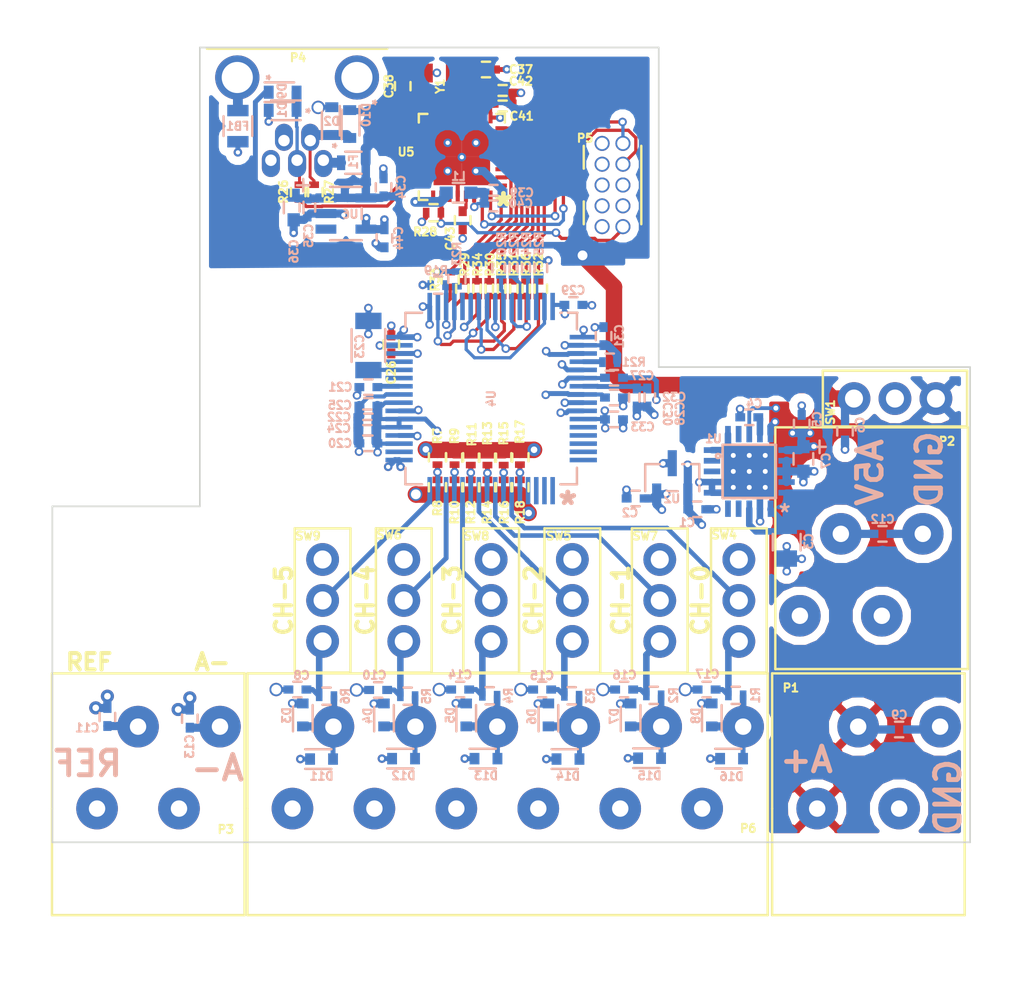
<source format=kicad_pcb>
(kicad_pcb (version 4) (host pcbnew 4.0.3-stable)
  (layers (0 F.Cu signal hide) (1 GND power hide) (2 POWER power) (31 B.Cu mixed) (36 B.SilkS user) (37 F.SilkS user) (38 B.Mask user) (39 F.Mask user) (44 Edge.Cuts user))
  (net 0 "")
  (net 1 AGND)
  (net 2 A5V)
  (net 3 A+)
  (net 4 AREF)
  (net 5 "Net-(C21-Pad1)")
  (net 6 "Net-(F1-Pad1)")
  (net 7 /ADC/PWDN)
  (net 8 /ADC/SCK)
  (net 9 /ADC/RX)
  (net 10 /ADC/CS)
  (net 11 /ADC/START)
  (net 12 /ADC/DRDY)
  (net 13 /ADC/AIN4)
  (net 14 /ADC/AIN2)
  (net 15 /ADC/AIN0)
  (net 16 /ADC/AIN5)
  (net 17 /ADC/AIN3)
  (net 18 /ADC/AIN1)
  (net 19 "Net-(U1-Pad8)")
  (net 20 D5V)
  (net 21 "Net-(D1-Pad1)")
  (net 22 "Net-(C17-Pad1)")
  (net 23 "Net-(C23-Pad1)")
  (net 24 "Net-(C26-Pad1)")
  (net 25 "Net-(U1-Pad5)")
  (net 26 "Net-(U1-Pad4)")
  (net 27 "Net-(U1-Pad12)")
  (net 28 "Net-(U1-Pad9)")
  (net 29 U1A5V)
  (net 30 "Net-(C4-Pad1)")
  (net 31 "Net-(C14-Pad1)")
  (net 32 "Net-(C15-Pad1)")
  (net 33 "Net-(C16-Pad1)")
  (net 34 "Net-(C28-Pad1)")
  (net 35 "Net-(C37-Pad2)")
  (net 36 "Net-(C38-Pad1)")
  (net 37 D_P)
  (net 38 D_N)
  (net 39 /Interface/SPI_TXD)
  (net 40 "Net-(R7-Pad1)")
  (net 41 "Net-(R10-Pad1)")
  (net 42 "Net-(R11-Pad1)")
  (net 43 "Net-(R13-Pad1)")
  (net 44 "Net-(R15-Pad1)")
  (net 45 "Net-(R17-Pad1)")
  (net 46 "Net-(R20-Pad2)")
  (net 47 "Net-(R21-Pad2)")
  (net 48 "Net-(R22-Pad2)")
  (net 49 /ADC/RESET)
  (net 50 "Net-(R24-Pad2)")
  (net 51 "Net-(R25-Pad2)")
  (net 52 /ADC/TX)
  (net 53 /Interface/PWDN)
  (net 54 /Interface/START)
  (net 55 /Interface/CS)
  (net 56 /Interface/DRDY)
  (net 57 /Interface/RESET)
  (net 58 "Net-(U4-Pad1)")
  (net 59 "Net-(U4-Pad2)")
  (net 60 "Net-(U4-Pad3)")
  (net 61 "Net-(U4-Pad4)")
  (net 62 "Net-(U4-Pad18)")
  (net 63 "Net-(U4-Pad27)")
  (net 64 "Net-(U4-Pad29)")
  (net 65 "Net-(U4-Pad37)")
  (net 66 "Net-(U4-Pad60)")
  (net 67 "Net-(U4-Pad61)")
  (net 68 "Net-(U4-Pad63)")
  (net 69 "Net-(U4-Pad64)")
  (net 70 "Net-(P5-Pad7)")
  (net 71 "Net-(P5-Pad2)")
  (net 72 "Net-(P5-Pad10)")
  (net 73 "Net-(P5-Pad8)")
  (net 74 "Net-(P5-Pad4)")
  (net 75 "Net-(P5-Pad6)")
  (net 76 "Net-(U5-Pad11)")
  (net 77 "Net-(U5-Pad12)")
  (net 78 "Net-(U5-Pad17)")
  (net 79 "Net-(U5-Pad13)")
  (net 80 "Net-(U5-Pad14)")
  (net 81 "Net-(U5-Pad21)")
  (net 82 "Net-(U5-Pad22)")
  (net 83 "Net-(U5-Pad27)")
  (net 84 "Net-(C43-Pad2)")
  (net 85 "Net-(U5-Pad18)")
  (net 86 "Net-(U5-Pad19)")
  (net 87 "Net-(U5-Pad20)")
  (net 88 A-)
  (net 89 "Net-(C39-Pad1)")
  (net 90 "Net-(U5-Pad25)")
  (net 91 D3.3V)
  (net 92 "Net-(D10-Pad2)")
  (net 93 "Net-(FB1-Pad2)")
  (net 94 "/Level Shift/SCK_MC")
  (net 95 "/Level Shift/RX_MC")
  (net 96 "Net-(U4-Pad62)")
  (net 97 "Net-(U6-Pad1)")
  (net 98 "Net-(C8-Pad1)")
  (net 99 "Net-(C10-Pad1)")
  (net 100 "Net-(D11-Pad2)")
  (net 101 "Net-(D12-Pad2)")
  (net 102 "Net-(D13-Pad2)")
  (net 103 "Net-(D14-Pad2)")
  (net 104 "Net-(D15-Pad2)")
  (net 105 "Net-(D16-Pad2)")
  (module Connectors_Samtec:Samtec-FTSH-105-01 (layer F.Cu) (at 154.5463 88.392 270)
    (fp_text reference P5 (at -2.8575 1.0414 360) (layer F.SilkS) (effects (font (size 0.5 0.5) (thickness 0.125))))
    (fp_text value CONN_02X05)
    (pad 9 thru_hole circle (at 2.54 0 270) (size 0.92 0.92) (drill 0.71) (layers *.Cu *.Mask) (net 1 AGND))
    (pad 7 thru_hole circle (at 1.27 0 270) (size 0.92 0.92) (drill 0.71) (layers *.Cu *.Mask) (net 70 "Net-(P5-Pad7)"))
    (pad 5 thru_hole circle (at 0 0 270) (size 0.92 0.92) (drill 0.71) (layers *.Cu *.Mask) (net 1 AGND))
    (pad 3 thru_hole circle (at -1.27 0 270) (size 0.92 0.92) (drill 0.71) (layers *.Cu *.Mask) (net 1 AGND))
    (pad 1 thru_hole circle (at -2.54 0 270) (size 0.92 0.92) (drill 0.71) (layers *.Cu *.Mask) (net 91 D3.3V))
    (pad 2 thru_hole circle (at -2.54 -1.27 270) (size 0.92 0.92) (drill 0.71) (layers *.Cu *.Mask) (net 71 "Net-(P5-Pad2)"))
    (pad 10 thru_hole circle (at 2.54 -1.27 270) (size 0.92 0.92) (drill 0.71) (layers *.Cu *.Mask) (net 72 "Net-(P5-Pad10)"))
    (pad 8 thru_hole circle (at 1.27 -1.27 270) (size 0.92 0.92) (drill 0.71) (layers *.Cu *.Mask) (net 73 "Net-(P5-Pad8)"))
    (pad 4 thru_hole circle (at -1.27 -1.27 270) (size 0.92 0.92) (drill 0.71) (layers *.Cu *.Mask) (net 74 "Net-(P5-Pad4)"))
    (pad 6 thru_hole circle (at 0 -1.27 270) (size 0.92 0.92) (drill 0.71) (layers *.Cu *.Mask) (net 75 "Net-(P5-Pad6)"))
  )
  (module Capacitors_SMD:C_0402 (layer B.Cu) (at 160.3502 108.1786)
    (fp_text reference C1 (at -0.6223 0.8128) (layer B.SilkS) (effects (font (size 0.5 0.5) (thickness 0.125)) (justify mirror)))
    (fp_text value 0.1u)
    (pad 1 smd rect (at -0.55 0) (size 0.6 0.5) (layers B.Cu B.Mask) (net 2 A5V))
    (pad 2 smd rect (at 0.55 0) (size 0.6 0.5) (layers B.Cu B.Mask) (net 1 AGND))
  )
  (module Capacitors_SMD:C_0402 (layer B.Cu) (at 156.591 107.5182 180)
    (fp_text reference C2 (at 0.3429 -0.8763 180) (layer B.SilkS) (effects (font (size 0.5 0.5) (thickness 0.125)) (justify mirror)))
    (fp_text value 1u)
    (pad 1 smd rect (at -0.55 0 180) (size 0.6 0.5) (layers B.Cu B.Mask) (net 4 AREF))
    (pad 2 smd rect (at 0.55 0 180) (size 0.6 0.5) (layers B.Cu B.Mask) (net 1 AGND))
  )
  (module Capacitors_SMD:C_0805 (layer B.Cu) (at 165.8112 110.1852 270)
    (fp_text reference C3 (at -0.0508 -1.3462 270) (layer B.SilkS) (effects (font (size 0.5 0.5) (thickness 0.125)) (justify mirror)))
    (fp_text value 47uF)
    (pad 1 smd rect (at -1 0 270) (size 1 1.25) (layers B.Cu B.Mask) (net 29 U1A5V))
    (pad 2 smd rect (at 1 0 270) (size 1 1.25) (layers B.Cu B.Mask) (net 1 AGND))
  )
  (module Capacitors_SMD:C_0402 (layer B.Cu) (at 163.5252 102.5652 180)
    (fp_text reference C4 (at -0.3048 0.8382 180) (layer B.SilkS) (effects (font (size 0.5 0.5) (thickness 0.125)) (justify mirror)))
    (fp_text value 1uF)
    (pad 1 smd rect (at -0.55 0 180) (size 0.6 0.5) (layers B.Cu B.Mask) (net 30 "Net-(C4-Pad1)"))
    (pad 2 smd rect (at 0.55 0 180) (size 0.6 0.5) (layers B.Cu B.Mask) (net 1 AGND))
  )
  (module Capacitors_SMD:C_0402 (layer B.Cu) (at 166.7256 102.9716 90)
    (fp_text reference C5 (at 0.2794 0.9398 90) (layer B.SilkS) (effects (font (size 0.5 0.5) (thickness 0.125)) (justify mirror)))
    (fp_text value 1uF)
    (pad 1 smd rect (at -0.55 0 90) (size 0.6 0.5) (layers B.Cu B.Mask) (net 3 A+))
    (pad 2 smd rect (at 0.55 0 90) (size 0.6 0.5) (layers B.Cu B.Mask) (net 1 AGND))
  )
  (module Capacitors_SMD:C_0402 (layer B.Cu) (at 169.3672 103.4288 90)
    (fp_text reference C6 (at 0.3937 0.9271 90) (layer B.SilkS) (effects (font (size 0.5 0.5) (thickness 0.125)) (justify mirror)))
    (fp_text value 10uF)
    (pad 1 smd rect (at -0.55 0 90) (size 0.6 0.5) (layers B.Cu B.Mask) (net 1 AGND))
    (pad 2 smd rect (at 0.55 0 90) (size 0.6 0.5) (layers B.Cu B.Mask) (net 20 D5V))
  )
  (module Capacitors_SMD:C_0603T (layer B.Cu) (at 166.8272 105.1052 270)
    (fp_text reference C7 (at 0.1143 -1.3843 270) (layer B.SilkS) (effects (font (size 0.5 0.5) (thickness 0.125)) (justify mirror)))
    (fp_text value 1uF)
    (fp_text user + (at -0.7366 -0.9144 270) (layer B.SilkS) (effects (justify mirror)))
    (pad 1 smd rect (at -0.75 0 270) (size 0.8 0.75) (layers B.Cu B.Mask) (net 3 A+))
    (pad 2 smd rect (at 0.75 0 270) (size 0.8 0.75) (layers B.Cu B.Mask) (net 1 AGND))
  )
  (module Capacitors_SMD:C_0402 (layer B.Cu) (at 135.9535 119.1768 180)
    (fp_text reference C8 (at -0.254 0.8636 360) (layer B.SilkS) (effects (font (size 0.5 0.5) (thickness 0.125)) (justify mirror)))
    (fp_text value C)
    (pad 1 smd rect (at -0.55 0 180) (size 0.6 0.5) (layers B.Cu B.Mask) (net 98 "Net-(C8-Pad1)"))
    (pad 2 smd rect (at 0.55 0 180) (size 0.6 0.5) (layers B.Cu B.Mask) (net 1 AGND))
  )
  (module Capacitors_SMD:C_0402 (layer B.Cu) (at 172.6692 121.6152 180)
    (fp_text reference C9 (at -0.0127 0.889 180) (layer B.SilkS) (effects (font (size 0.5 0.5) (thickness 0.125)) (justify mirror)))
    (fp_text value 10uF)
    (pad 1 smd rect (at -0.55 0 180) (size 0.6 0.5) (layers B.Cu B.Mask) (net 1 AGND))
    (pad 2 smd rect (at 0.55 0 180) (size 0.6 0.5) (layers B.Cu B.Mask) (net 3 A+))
  )
  (module Capacitors_SMD:C_0402 (layer B.Cu) (at 141.2621 91.6432 270)
    (fp_text reference C44 (at 0 -0.8636 270) (layer B.SilkS) (effects (font (size 0.5 0.5) (thickness 0.125)) (justify mirror)))
    (fp_text value 1u)
    (pad 1 smd rect (at -0.55 0 270) (size 0.6 0.5) (layers B.Cu B.Mask) (net 91 D3.3V))
    (pad 2 smd rect (at 0.55 0 270) (size 0.6 0.5) (layers B.Cu B.Mask) (net 1 AGND))
  )
  (module Capacitors_SMD:C_0402 (layer B.Cu) (at 124.3584 120.8532 270)
    (fp_text reference C11 (at 0.6604 1.2319 360) (layer B.SilkS) (effects (font (size 0.5 0.5) (thickness 0.125)) (justify mirror)))
    (fp_text value 10uF)
    (pad 1 smd rect (at -0.55 0 270) (size 0.6 0.5) (layers B.Cu B.Mask) (net 1 AGND))
    (pad 2 smd rect (at 0.55 0 270) (size 0.6 0.5) (layers B.Cu B.Mask) (net 4 AREF))
  )
  (module Capacitors_SMD:C_0402 (layer B.Cu) (at 171.6532 109.6772)
    (fp_text reference C12 (at 0.0127 -0.889) (layer B.SilkS) (effects (font (size 0.5 0.5) (thickness 0.125)) (justify mirror)))
    (fp_text value 10uF)
    (pad 1 smd rect (at -0.55 0) (size 0.6 0.5) (layers B.Cu B.Mask) (net 2 A5V))
    (pad 2 smd rect (at 0.55 0) (size 0.6 0.5) (layers B.Cu B.Mask) (net 1 AGND))
  )
  (module Capacitors_SMD:C_0402 (layer B.Cu) (at 129.3876 120.9548 90)
    (fp_text reference C13 (at -1.7018 -0.0127 90) (layer B.SilkS) (effects (font (size 0.5 0.5) (thickness 0.125)) (justify mirror)))
    (fp_text value 10uF)
    (pad 1 smd rect (at -0.55 0 90) (size 0.6 0.5) (layers B.Cu B.Mask) (net 88 A-))
    (pad 2 smd rect (at 0.55 0 90) (size 0.6 0.5) (layers B.Cu B.Mask) (net 1 AGND))
  )
  (module Capacitors_SMD:C_0402 (layer B.Cu) (at 145.8849 119.1768 180)
    (fp_text reference C14 (at 0 0.9017 180) (layer B.SilkS) (effects (font (size 0.5 0.5) (thickness 0.125)) (justify mirror)))
    (fp_text value C)
    (pad 1 smd rect (at -0.55 0 180) (size 0.6 0.5) (layers B.Cu B.Mask) (net 31 "Net-(C14-Pad1)"))
    (pad 2 smd rect (at 0.55 0 180) (size 0.6 0.5) (layers B.Cu B.Mask) (net 1 AGND))
  )
  (module Capacitors_SMD:C_0402 (layer B.Cu) (at 150.8887 119.1768 180)
    (fp_text reference C15 (at 0.0127 0.8509 180) (layer B.SilkS) (effects (font (size 0.5 0.5) (thickness 0.125)) (justify mirror)))
    (fp_text value C)
    (pad 1 smd rect (at -0.55 0 180) (size 0.6 0.5) (layers B.Cu B.Mask) (net 32 "Net-(C15-Pad1)"))
    (pad 2 smd rect (at 0.55 0 180) (size 0.6 0.5) (layers B.Cu B.Mask) (net 1 AGND))
  )
  (module Capacitors_SMD:C_0402 (layer B.Cu) (at 155.8925 119.1768 180)
    (fp_text reference C16 (at -0.0254 0.889 180) (layer B.SilkS) (effects (font (size 0.5 0.5) (thickness 0.125)) (justify mirror)))
    (fp_text value C)
    (pad 1 smd rect (at -0.55 0 180) (size 0.6 0.5) (layers B.Cu B.Mask) (net 33 "Net-(C16-Pad1)"))
    (pad 2 smd rect (at 0.55 0 180) (size 0.6 0.5) (layers B.Cu B.Mask) (net 1 AGND))
  )
  (module Capacitors_SMD:C_0402 (layer B.Cu) (at 160.9217 119.1768 180)
    (fp_text reference C17 (at -0.0508 0.9398 180) (layer B.SilkS) (effects (font (size 0.5 0.5) (thickness 0.125)) (justify mirror)))
    (fp_text value C)
    (pad 1 smd rect (at -0.55 0 180) (size 0.6 0.5) (layers B.Cu B.Mask) (net 22 "Net-(C17-Pad1)"))
    (pad 2 smd rect (at 0.55 0 180) (size 0.6 0.5) (layers B.Cu B.Mask) (net 1 AGND))
  )
  (module Capacitors_SMD:C_0402 (layer B.Cu) (at 140.2842 104.1527 180)
    (fp_text reference C20 (at 1.7272 0 180) (layer B.SilkS) (effects (font (size 0.5 0.5) (thickness 0.125)) (justify mirror)))
    (fp_text value 1u)
    (pad 1 smd rect (at -0.55 0 180) (size 0.6 0.5) (layers B.Cu B.Mask) (net 2 A5V))
    (pad 2 smd rect (at 0.55 0 180) (size 0.6 0.5) (layers B.Cu B.Mask) (net 1 AGND))
  )
  (module Capacitors_SMD:C_0402 (layer B.Cu) (at 140.2842 100.7237 180)
    (fp_text reference C21 (at 1.7145 0 180) (layer B.SilkS) (effects (font (size 0.5 0.5) (thickness 0.125)) (justify mirror)))
    (fp_text value 1u)
    (pad 1 smd rect (at -0.55 0 180) (size 0.6 0.5) (layers B.Cu B.Mask) (net 5 "Net-(C21-Pad1)"))
    (pad 2 smd rect (at 0.55 0 180) (size 0.6 0.5) (layers B.Cu B.Mask) (net 1 AGND))
  )
  (module Capacitors_SMD:C_0402 (layer B.Cu) (at 140.2207 102.5652 180)
    (fp_text reference C22 (at 1.7272 0.0127 180) (layer B.SilkS) (effects (font (size 0.5 0.5) (thickness 0.125)) (justify mirror)))
    (fp_text value 1u)
    (pad 1 smd rect (at -0.55 0 180) (size 0.6 0.5) (layers B.Cu B.Mask) (net 2 A5V))
    (pad 2 smd rect (at 0.55 0 180) (size 0.6 0.5) (layers B.Cu B.Mask) (net 1 AGND))
  )
  (module Capacitors_SMD:C_0402 (layer B.Cu) (at 140.2207 103.2002 180)
    (fp_text reference C24 (at 1.7399 -0.0381 180) (layer B.SilkS) (effects (font (size 0.5 0.5) (thickness 0.125)) (justify mirror)))
    (fp_text value 1u)
    (pad 1 smd rect (at -0.55 0 180) (size 0.6 0.5) (layers B.Cu B.Mask) (net 2 A5V))
    (pad 2 smd rect (at 0.55 0 180) (size 0.6 0.5) (layers B.Cu B.Mask) (net 1 AGND))
  )
  (module Capacitors_SMD:C_0402 (layer B.Cu) (at 140.2842 101.8667 180)
    (fp_text reference C25 (at 1.7399 0.0381 180) (layer B.SilkS) (effects (font (size 0.5 0.5) (thickness 0.125)) (justify mirror)))
    (fp_text value 10u)
    (pad 1 smd rect (at -0.55 0 180) (size 0.6 0.5) (layers B.Cu B.Mask) (net 2 A5V))
    (pad 2 smd rect (at 0.55 0 180) (size 0.6 0.5) (layers B.Cu B.Mask) (net 1 AGND))
  )
  (module Capacitors_SMD:C_0402 (layer F.Cu) (at 141.6812 98.1202 90)
    (fp_text reference C26 (at -1.7145 0 90) (layer F.SilkS) (effects (font (size 0.5 0.5) (thickness 0.125))))
    (fp_text value 1u)
    (pad 1 smd rect (at -0.55 0 90) (size 0.6 0.5) (layers F.Cu F.Mask) (net 24 "Net-(C26-Pad1)"))
    (pad 2 smd rect (at 0.55 0 90) (size 0.6 0.5) (layers F.Cu F.Mask) (net 1 AGND))
  )
  (module Capacitors_SMD:C_0402 (layer B.Cu) (at 155.2702 100.1522)
    (fp_text reference C27 (at 1.7145 -0.127) (layer B.SilkS) (effects (font (size 0.5 0.5) (thickness 0.125)) (justify mirror)))
    (fp_text value 1u)
    (pad 1 smd rect (at -0.55 0) (size 0.6 0.5) (layers B.Cu B.Mask) (net 2 A5V))
    (pad 2 smd rect (at 0.55 0) (size 0.6 0.5) (layers B.Cu B.Mask) (net 1 AGND))
  )
  (module Capacitors_SMD:C_0402 (layer B.Cu) (at 157.3022 101.3587 270)
    (fp_text reference C28 (at 0.9779 -1.9939 450) (layer B.SilkS) (effects (font (size 0.5 0.5) (thickness 0.125)) (justify mirror)))
    (fp_text value 1u)
    (pad 1 smd rect (at -0.55 0 270) (size 0.6 0.5) (layers B.Cu B.Mask) (net 34 "Net-(C28-Pad1)"))
    (pad 2 smd rect (at 0.55 0 270) (size 0.6 0.5) (layers B.Cu B.Mask) (net 1 AGND))
  )
  (module Capacitors_SMD:C_0402 (layer B.Cu) (at 152.7937 95.7072)
    (fp_text reference C29 (at -0.0127 -0.889) (layer B.SilkS) (effects (font (size 0.5 0.5) (thickness 0.125)) (justify mirror)))
    (fp_text value 1u)
    (pad 1 smd rect (at -0.55 0) (size 0.6 0.5) (layers B.Cu B.Mask) (net 91 D3.3V))
    (pad 2 smd rect (at 0.55 0) (size 0.6 0.5) (layers B.Cu B.Mask) (net 1 AGND))
  )
  (module Capacitors_SMD:C_0402 (layer B.Cu) (at 156.6672 101.3587 270)
    (fp_text reference C30 (at 1.0033 -1.9177 450) (layer B.SilkS) (effects (font (size 0.5 0.5) (thickness 0.125)) (justify mirror)))
    (fp_text value 0.1u)
    (pad 1 smd rect (at -0.55 0 270) (size 0.6 0.5) (layers B.Cu B.Mask) (net 34 "Net-(C28-Pad1)"))
    (pad 2 smd rect (at 0.55 0 270) (size 0.6 0.5) (layers B.Cu B.Mask) (net 1 AGND))
  )
  (module Capacitors_SMD:C_0402 (layer B.Cu) (at 154.6352 97.6122 90)
    (fp_text reference C31 (at -0.0127 0.9652 90) (layer B.SilkS) (effects (font (size 0.5 0.5) (thickness 0.125)) (justify mirror)))
    (fp_text value 1u)
    (pad 1 smd rect (at -0.55 0 90) (size 0.6 0.5) (layers B.Cu B.Mask) (net 91 D3.3V))
    (pad 2 smd rect (at 0.55 0 90) (size 0.6 0.5) (layers B.Cu B.Mask) (net 1 AGND))
  )
  (module Capacitors_SMD:C_0402 (layer B.Cu) (at 155.2702 101.3587)
    (fp_text reference C32 (at 3.6703 -0.0254) (layer B.SilkS) (effects (font (size 0.5 0.5) (thickness 0.125)) (justify mirror)))
    (fp_text value 1u)
    (pad 1 smd rect (at -0.55 0) (size 0.6 0.5) (layers B.Cu B.Mask) (net 2 A5V))
    (pad 2 smd rect (at 0.55 0) (size 0.6 0.5) (layers B.Cu B.Mask) (net 1 AGND))
  )
  (module Capacitors_SMD:C_0402 (layer B.Cu) (at 155.2702 102.6922)
    (fp_text reference C33 (at 1.7526 0.4572) (layer B.SilkS) (effects (font (size 0.5 0.5) (thickness 0.125)) (justify mirror)))
    (fp_text value 1u)
    (pad 1 smd rect (at -0.55 0) (size 0.6 0.5) (layers B.Cu B.Mask) (net 2 A5V))
    (pad 2 smd rect (at 0.55 0) (size 0.6 0.5) (layers B.Cu B.Mask) (net 1 AGND))
  )
  (module Capacitors_SMD:C_0402 (layer B.Cu) (at 141.2113 88.5317 90)
    (fp_text reference C34 (at 0.0127 1.0668 90) (layer B.SilkS) (effects (font (size 0.5 0.5) (thickness 0.125)) (justify mirror)))
    (fp_text value 10u)
    (pad 1 smd rect (at -0.55 0 90) (size 0.6 0.5) (layers B.Cu B.Mask) (net 20 D5V))
    (pad 2 smd rect (at 0.55 0 90) (size 0.6 0.5) (layers B.Cu B.Mask) (net 1 AGND))
  )
  (module Capacitors_SMD:C_0402 (layer B.Cu) (at 136.5631 89.7636 90)
    (fp_text reference C35 (at -1.7272 0.0762 90) (layer B.SilkS) (effects (font (size 0.5 0.5) (thickness 0.125)) (justify mirror)))
    (fp_text value 0.1uF)
    (pad 1 smd rect (at -0.55 0 90) (size 0.6 0.5) (layers B.Cu B.Mask) (net 1 AGND))
    (pad 2 smd rect (at 0.55 0 90) (size 0.6 0.5) (layers B.Cu B.Mask) (net 20 D5V))
  )
  (module Capacitors_SMD:C_0603T (layer B.Cu) (at 135.7249 89.7636 270)
    (fp_text reference C36 (at 2.6797 -0.0127 270) (layer B.SilkS) (effects (font (size 0.5 0.5) (thickness 0.125)) (justify mirror)))
    (fp_text value 10uF)
    (fp_text user + (at -1.3589 -0.508 270) (layer B.SilkS) (effects (justify mirror)))
    (pad 1 smd rect (at -0.75 0 270) (size 0.8 0.75) (layers B.Cu B.Mask) (net 20 D5V))
    (pad 2 smd rect (at 0.75 0 270) (size 0.8 0.75) (layers B.Cu B.Mask) (net 1 AGND))
  )
  (module Capacitors_SMD:C_0402 (layer F.Cu) (at 147.4597 81.3435 180)
    (fp_text reference C37 (at -2.1336 0 180) (layer F.SilkS) (effects (font (size 0.5 0.5) (thickness 0.125))))
    (fp_text value 18pF)
    (pad 1 smd rect (at -0.55 0 180) (size 0.6 0.5) (layers F.Cu F.Mask) (net 1 AGND))
    (pad 2 smd rect (at 0.55 0 180) (size 0.6 0.5) (layers F.Cu F.Mask) (net 35 "Net-(C37-Pad2)"))
  )
  (module Capacitors_SMD:C_0402 (layer F.Cu) (at 142.3797 82.3595 90)
    (fp_text reference C38 (at -0.00635 -0.84455 90) (layer F.SilkS) (effects (font (size 0.5 0.5) (thickness 0.125))))
    (fp_text value 18pF)
    (pad 1 smd rect (at -0.55 0 90) (size 0.6 0.5) (layers F.Cu F.Mask) (net 36 "Net-(C38-Pad1)"))
    (pad 2 smd rect (at 0.55 0 90) (size 0.6 0.5) (layers F.Cu F.Mask) (net 1 AGND))
  )
  (module Capacitors_SMD:C_0402 (layer F.Cu) (at 148.4757 82.7659)
    (fp_text reference C42 (at 1.1176 -0.7112) (layer F.SilkS) (effects (font (size 0.5 0.5) (thickness 0.125))))
    (fp_text value 0.1uF)
    (pad 1 smd rect (at -0.55 0) (size 0.6 0.5) (layers F.Cu F.Mask) (net 91 D3.3V))
    (pad 2 smd rect (at 0.55 0) (size 0.6 0.5) (layers F.Cu F.Mask) (net 1 AGND))
  )
  (module Capacitors_SMD:C_0402 (layer F.Cu) (at 148.4757 83.4263 180)
    (fp_text reference C41 (at -1.1684 -0.762 180) (layer F.SilkS) (effects (font (size 0.5 0.5) (thickness 0.125))))
    (fp_text value 10uF)
    (pad 1 smd rect (at -0.55 0 180) (size 0.6 0.5) (layers F.Cu F.Mask) (net 1 AGND))
    (pad 2 smd rect (at 0.55 0 180) (size 0.6 0.5) (layers F.Cu F.Mask) (net 91 D3.3V))
  )
  (module Diodes_SMD:D_0603 (layer B.Cu) (at 135.0518 83.8327 180)
    (fp_text reference D1 (at 0.0254 0.0254 270) (layer B.SilkS) (effects (font (size 0.5 0.5) (thickness 0.125)) (justify mirror)))
    (fp_text value PGB1010)
    (pad 1 smd rect (at -0.85 0 180) (size 0.6 0.8) (layers B.Cu B.Mask) (net 21 "Net-(D1-Pad1)"))
    (pad 2 smd rect (at 0.85 0 180) (size 0.6 0.8) (layers B.Cu B.Mask) (net 1 AGND))
  )
  (module Diodes_SMD:D_0603 (layer B.Cu) (at 138.049 84.4931 90)
    (fp_text reference D2 (at -0.00635 -0.00635 180) (layer B.SilkS) (effects (font (size 0.5 0.5) (thickness 0.125)) (justify mirror)))
    (fp_text value PGB1010)
    (pad 1 smd rect (at -0.85 0 90) (size 0.6 0.8) (layers B.Cu B.Mask) (net 92 "Net-(D10-Pad2)"))
    (pad 2 smd rect (at 0.85 0 90) (size 0.6 0.8) (layers B.Cu B.Mask) (net 1 AGND))
  )
  (module Diodes_SMD:SOD-523 (layer B.Cu) (at 136.2837 120.7262 90)
    (fp_text reference D3 (at -0.0254 -0.9906 90) (layer B.SilkS) (effects (font (size 0.5 0.5) (thickness 0.125)) (justify mirror)))
    (fp_text value PESD5V0U1UL)
    (pad 2 smd rect (at 0.7 0 270) (size 0.6 0.7) (layers B.Cu B.Mask) (net 1 AGND))
    (pad 1 smd rect (at -0.7 0 270) (size 0.6 0.7) (layers B.Cu B.Mask) (net 100 "Net-(D11-Pad2)"))
  )
  (module Diodes_SMD:SOD-523 (layer B.Cu) (at 141.2367 120.7262 90)
    (fp_text reference D4 (at -0.0508 -0.9906 90) (layer B.SilkS) (effects (font (size 0.5 0.5) (thickness 0.125)) (justify mirror)))
    (fp_text value PESD5V0U1UL)
    (pad 2 smd rect (at 0.7 0 270) (size 0.6 0.7) (layers B.Cu B.Mask) (net 1 AGND))
    (pad 1 smd rect (at -0.7 0 270) (size 0.6 0.7) (layers B.Cu B.Mask) (net 101 "Net-(D12-Pad2)"))
  )
  (module Diodes_SMD:SOD-523 (layer B.Cu) (at 146.2532 120.7262 90)
    (fp_text reference D5 (at -0.0254 -0.9779 90) (layer B.SilkS) (effects (font (size 0.5 0.5) (thickness 0.125)) (justify mirror)))
    (fp_text value PESD5V0U1UL)
    (pad 2 smd rect (at 0.7 0 270) (size 0.6 0.7) (layers B.Cu B.Mask) (net 1 AGND))
    (pad 1 smd rect (at -0.7 0 270) (size 0.6 0.7) (layers B.Cu B.Mask) (net 102 "Net-(D13-Pad2)"))
  )
  (module Diodes_SMD:SOD-523 (layer B.Cu) (at 151.2697 120.7262 90)
    (fp_text reference D6 (at -0.1016 -1.016 90) (layer B.SilkS) (effects (font (size 0.5 0.5) (thickness 0.125)) (justify mirror)))
    (fp_text value PESD5V0U1UL)
    (pad 2 smd rect (at 0.7 0 270) (size 0.6 0.7) (layers B.Cu B.Mask) (net 1 AGND))
    (pad 1 smd rect (at -0.7 0 270) (size 0.6 0.7) (layers B.Cu B.Mask) (net 103 "Net-(D14-Pad2)"))
  )
  (module Diodes_SMD:SOD-523 (layer B.Cu) (at 156.2862 120.7262 90)
    (fp_text reference D7 (at -0.0762 -1.0033 90) (layer B.SilkS) (effects (font (size 0.5 0.5) (thickness 0.125)) (justify mirror)))
    (fp_text value PESD5V0U1UL)
    (pad 2 smd rect (at 0.7 0 270) (size 0.6 0.7) (layers B.Cu B.Mask) (net 1 AGND))
    (pad 1 smd rect (at -0.7 0 270) (size 0.6 0.7) (layers B.Cu B.Mask) (net 104 "Net-(D15-Pad2)"))
  )
  (module Diodes_SMD:SOD-523 (layer B.Cu) (at 161.2392 120.7262 90)
    (fp_text reference D8 (at -0.0508 -0.9779 90) (layer B.SilkS) (effects (font (size 0.5 0.5) (thickness 0.125)) (justify mirror)))
    (fp_text value PESD5V0U1UL)
    (pad 2 smd rect (at 0.7 0 270) (size 0.6 0.7) (layers B.Cu B.Mask) (net 1 AGND))
    (pad 1 smd rect (at -0.7 0 270) (size 0.6 0.7) (layers B.Cu B.Mask) (net 105 "Net-(D16-Pad2)"))
  )
  (module Resistors_SMD:R_0603 (layer B.Cu) (at 139.3698 87.0331)
    (fp_text reference F1 (at 0 -0.0508 90) (layer B.SilkS) (effects (font (size 0.5 0.5) (thickness 0.125)) (justify mirror)))
    (fp_text value F_Small)
    (pad 1 smd rect (at -0.75 0) (size 0.5 0.9) (layers B.Cu B.Mask) (net 6 "Net-(F1-Pad1)"))
    (pad 2 smd rect (at 0.75 0) (size 0.5 0.9) (layers B.Cu B.Mask) (net 20 D5V))
  )
  (module Resistors_SMD:R_0805 (layer B.Cu) (at 132.3213 84.7979 90)
    (fp_text reference FB1 (at -0.00635 -0.01905 180) (layer B.SilkS) (effects (font (size 0.5 0.5) (thickness 0.125)) (justify mirror)))
    (fp_text value BLM21)
    (pad 1 smd rect (at -0.95 0 90) (size 0.7 1.3) (layers B.Cu B.Mask) (net 1 AGND))
    (pad 2 smd rect (at 0.95 0 90) (size 0.7 1.3) (layers B.Cu B.Mask) (net 93 "Net-(FB1-Pad2)"))
  )
  (module Footprints:2pinConn (layer F.Cu) (at 172.6692 126.4412)
    (fp_text reference P1 (at -6.604 -7.366) (layer F.SilkS) (effects (font (size 0.5 0.5) (thickness 0.125))))
    (fp_text value "A+ Battery" hide)
    (pad 2 thru_hole circle (at 0 0) (size 2.54 2.54) (drill 1) (layers *.Cu *.Mask) (net 1 AGND))
    (pad 2 thru_hole circle (at 2.5 -5) (size 2.54 2.54) (drill 1) (layers *.Cu *.Mask) (net 1 AGND))
    (pad 1 thru_hole circle (at -2.5 -5) (size 2.54 2.54) (drill 1) (layers *.Cu *.Mask) (net 3 A+))
    (pad 1 thru_hole circle (at -5 0) (size 2.54 2.54) (drill 1) (layers *.Cu *.Mask) (net 3 A+))
  )
  (module Footprints:2pinConn (layer F.Cu) (at 169.1132 109.6772 180)
    (fp_text reference P2 (at -6.477 5.6515 180) (layer F.SilkS) (effects (font (size 0.5 0.5) (thickness 0.125))))
    (fp_text value "5V Output" hide)
    (pad 2 thru_hole circle (at 0 0 180) (size 2.54 2.54) (drill 1) (layers *.Cu *.Mask) (net 2 A5V))
    (pad 2 thru_hole circle (at 2.5 -5 180) (size 2.54 2.54) (drill 1) (layers *.Cu *.Mask) (net 2 A5V))
    (pad 1 thru_hole circle (at -2.5 -5 180) (size 2.54 2.54) (drill 1) (layers *.Cu *.Mask) (net 1 AGND))
    (pad 1 thru_hole circle (at -5 0 180) (size 2.54 2.54) (drill 1) (layers *.Cu *.Mask) (net 1 AGND))
  )
  (module Footprints:2pinConn (layer F.Cu) (at 128.7272 126.4412)
    (fp_text reference P3 (at 2.8575 1.27) (layer F.SilkS) (effects (font (size 0.5 0.5) (thickness 0.125))))
    (fp_text value "A- Battery" hide)
    (pad 2 thru_hole circle (at 0 0) (size 2.54 2.54) (drill 1) (layers *.Cu *.Mask) (net 88 A-))
    (pad 2 thru_hole circle (at 2.5 -5) (size 2.54 2.54) (drill 1) (layers *.Cu *.Mask) (net 88 A-))
    (pad 1 thru_hole circle (at -2.5 -5) (size 2.54 2.54) (drill 1) (layers *.Cu *.Mask) (net 4 AREF))
    (pad 1 thru_hole circle (at -5 0) (size 2.54 2.54) (drill 1) (layers *.Cu *.Mask) (net 4 AREF))
  )
  (module Footprints:usbB (layer F.Cu) (at 135.93445 80.07985 180)
    (fp_text reference P4 (at -0.05715 -0.53975 360) (layer F.SilkS) (effects (font (size 0.5 0.5) (thickness 0.125))))
    (fp_text value USB_B)
    (pad 2 thru_hole oval (at -0.8 -5.6 180) (size 1.1 1.65) (drill 0.7 (offset 0 0.2)) (layers *.Cu B.Mask) (net 92 "Net-(D10-Pad2)"))
    (pad "" thru_hole oval (at 0.8 -5.6 180) (size 1.1 1.65) (drill 0.7 (offset 0 0.2)) (layers *.Mask B.Cu))
    (pad 1 thru_hole oval (at -1.6 -6.8 180) (size 1.1 1.65) (drill 0.7 (offset 0 -0.2)) (layers *.Cu B.Mask) (net 6 "Net-(F1-Pad1)"))
    (pad 4 thru_hole oval (at 1.6 -6.8 180) (size 1.1 1.65) (drill 0.7 (offset 0 -0.2)) (layers *.Cu B.Mask) (net 1 AGND))
    (pad 5 thru_hole circle (at -3.65 -1.75 180) (size 2.7 2.7) (drill 1.9) (layers *.Cu *.Mask) (net 93 "Net-(FB1-Pad2)"))
    (pad 5 thru_hole circle (at 3.65 -1.75 180) (size 2.7 2.7) (drill 1.9) (layers *.Cu *.Mask) (net 93 "Net-(FB1-Pad2)"))
    (pad 3 thru_hole oval (at 0 -6.8 180) (size 1.1 1.65) (drill 0.7 (offset 0 -0.2)) (layers *.Cu B.Mask) (net 21 "Net-(D1-Pad1)"))
  )
  (module Footprints:6pinConn (layer F.Cu) (at 155.6512 126.4412)
    (fp_text reference P6 (at 7.8105 1.2065) (layer F.SilkS) (effects (font (size 0.5 0.5) (thickness 0.125))))
    (fp_text value CONN_01X06 hide)
    (pad 1 thru_hole circle (at -20 0) (size 2.54 2.54) (drill 1) (layers *.Cu *.Mask) (net 100 "Net-(D11-Pad2)"))
    (pad 1 thru_hole circle (at -17.5 -5) (size 2.54 2.54) (drill 1) (layers *.Cu *.Mask) (net 100 "Net-(D11-Pad2)"))
    (pad 2 thru_hole circle (at -15 0) (size 2.54 2.54) (drill 1) (layers *.Cu *.Mask) (net 101 "Net-(D12-Pad2)"))
    (pad 2 thru_hole circle (at -12.5 -5) (size 2.54 2.54) (drill 1) (layers *.Cu *.Mask) (net 101 "Net-(D12-Pad2)"))
    (pad 3 thru_hole circle (at -10 0) (size 2.54 2.54) (drill 1) (layers *.Cu *.Mask) (net 102 "Net-(D13-Pad2)"))
    (pad 3 thru_hole circle (at -7.5 -5) (size 2.54 2.54) (drill 1) (layers *.Cu *.Mask) (net 102 "Net-(D13-Pad2)"))
    (pad 6 thru_hole circle (at 5 0) (size 2.54 2.54) (drill 1) (layers *.Cu *.Mask) (net 105 "Net-(D16-Pad2)"))
    (pad 6 thru_hole circle (at 7.5 -5) (size 2.54 2.54) (drill 1) (layers *.Cu *.Mask) (net 105 "Net-(D16-Pad2)"))
    (pad 5 thru_hole circle (at 0 0) (size 2.54 2.54) (drill 1) (layers *.Cu *.Mask) (net 104 "Net-(D15-Pad2)"))
    (pad 5 thru_hole circle (at 2.5 -5) (size 2.54 2.54) (drill 1) (layers *.Cu *.Mask) (net 104 "Net-(D15-Pad2)"))
    (pad 4 thru_hole circle (at -2.5 -5) (size 2.54 2.54) (drill 1) (layers *.Cu *.Mask) (net 103 "Net-(D14-Pad2)"))
    (pad 4 thru_hole circle (at -5 0) (size 2.54 2.54) (drill 1) (layers *.Cu *.Mask) (net 103 "Net-(D14-Pad2)"))
  )
  (module Resistors_SMD:R_0402 (layer B.Cu) (at 162.6997 119.5324)
    (fp_text reference R1 (at 1.2065 0 270) (layer B.SilkS) (effects (font (size 0.5 0.5) (thickness 0.125)) (justify mirror)))
    (fp_text value R)
    (pad 1 smd rect (at -0.45 0) (size 0.4 0.6) (layers B.Cu B.Mask) (net 22 "Net-(C17-Pad1)"))
    (pad 2 smd rect (at 0.45 0) (size 0.4 0.6) (layers B.Cu B.Mask) (net 105 "Net-(D16-Pad2)"))
  )
  (module Resistors_SMD:R_0402 (layer B.Cu) (at 157.6959 119.5324)
    (fp_text reference R2 (at 1.2065 0 270) (layer B.SilkS) (effects (font (size 0.5 0.5) (thickness 0.125)) (justify mirror)))
    (fp_text value R)
    (pad 1 smd rect (at -0.45 0) (size 0.4 0.6) (layers B.Cu B.Mask) (net 33 "Net-(C16-Pad1)"))
    (pad 2 smd rect (at 0.45 0) (size 0.4 0.6) (layers B.Cu B.Mask) (net 104 "Net-(D15-Pad2)"))
  )
  (module Resistors_SMD:R_0402 (layer B.Cu) (at 152.6921 119.5578)
    (fp_text reference R3 (at 1.143 0 270) (layer B.SilkS) (effects (font (size 0.5 0.5) (thickness 0.125)) (justify mirror)))
    (fp_text value R)
    (pad 1 smd rect (at -0.45 0) (size 0.4 0.6) (layers B.Cu B.Mask) (net 32 "Net-(C15-Pad1)"))
    (pad 2 smd rect (at 0.45 0) (size 0.4 0.6) (layers B.Cu B.Mask) (net 103 "Net-(D14-Pad2)"))
  )
  (module Resistors_SMD:R_0402 (layer B.Cu) (at 147.6883 119.5578)
    (fp_text reference R4 (at 1.143 0 270) (layer B.SilkS) (effects (font (size 0.5 0.5) (thickness 0.125)) (justify mirror)))
    (fp_text value R)
    (pad 1 smd rect (at -0.45 0) (size 0.4 0.6) (layers B.Cu B.Mask) (net 31 "Net-(C14-Pad1)"))
    (pad 2 smd rect (at 0.45 0) (size 0.4 0.6) (layers B.Cu B.Mask) (net 102 "Net-(D13-Pad2)"))
  )
  (module Resistors_SMD:R_0402 (layer B.Cu) (at 142.6845 119.5832)
    (fp_text reference R5 (at 1.143 0 270) (layer B.SilkS) (effects (font (size 0.5 0.5) (thickness 0.125)) (justify mirror)))
    (fp_text value R)
    (pad 1 smd rect (at -0.45 0) (size 0.4 0.6) (layers B.Cu B.Mask) (net 99 "Net-(C10-Pad1)"))
    (pad 2 smd rect (at 0.45 0) (size 0.4 0.6) (layers B.Cu B.Mask) (net 101 "Net-(D12-Pad2)"))
  )
  (module Resistors_SMD:R_0402 (layer B.Cu) (at 137.7315 119.5832)
    (fp_text reference R6 (at 1.143 0 270) (layer B.SilkS) (effects (font (size 0.5 0.5) (thickness 0.125)) (justify mirror)))
    (fp_text value R)
    (pad 1 smd rect (at -0.45 0) (size 0.4 0.6) (layers B.Cu B.Mask) (net 98 "Net-(C8-Pad1)"))
    (pad 2 smd rect (at 0.45 0) (size 0.4 0.6) (layers B.Cu B.Mask) (net 100 "Net-(D11-Pad2)"))
  )
  (module Resistors_SMD:R_0402 (layer F.Cu) (at 144.5006 105.0036 90)
    (fp_text reference R7 (at 1.2954 0 90) (layer F.SilkS) (effects (font (size 0.5 0.5) (thickness 0.125))))
    (fp_text value 0)
    (pad 1 smd rect (at -0.45 0 90) (size 0.4 0.6) (layers F.Cu F.Mask) (net 40 "Net-(R7-Pad1)"))
    (pad 2 smd rect (at 0.45 0 90) (size 0.4 0.6) (layers F.Cu F.Mask) (net 1 AGND))
  )
  (module Resistors_SMD:R_0402 (layer F.Cu) (at 144.5006 106.8324 270)
    (fp_text reference R8 (at 1.27635 -0.00635 270) (layer F.SilkS) (effects (font (size 0.5 0.5) (thickness 0.125))))
    (fp_text value 0)
    (pad 1 smd rect (at -0.45 0 270) (size 0.4 0.6) (layers F.Cu F.Mask) (net 40 "Net-(R7-Pad1)"))
    (pad 2 smd rect (at 0.45 0 270) (size 0.4 0.6) (layers F.Cu F.Mask) (net 4 AREF))
  )
  (module Resistors_SMD:R_0402 (layer F.Cu) (at 145.542 105.0036 90)
    (fp_text reference R9 (at 1.2954 0 90) (layer F.SilkS) (effects (font (size 0.5 0.5) (thickness 0.125))))
    (fp_text value 0)
    (pad 1 smd rect (at -0.45 0 90) (size 0.4 0.6) (layers F.Cu F.Mask) (net 41 "Net-(R10-Pad1)"))
    (pad 2 smd rect (at 0.45 0 90) (size 0.4 0.6) (layers F.Cu F.Mask) (net 1 AGND))
  )
  (module Resistors_SMD:R_0402 (layer F.Cu) (at 145.542 106.8324 270)
    (fp_text reference R10 (at 1.53035 -0.00635 270) (layer F.SilkS) (effects (font (size 0.5 0.5) (thickness 0.125))))
    (fp_text value 0)
    (pad 1 smd rect (at -0.45 0 270) (size 0.4 0.6) (layers F.Cu F.Mask) (net 41 "Net-(R10-Pad1)"))
    (pad 2 smd rect (at 0.45 0 270) (size 0.4 0.6) (layers F.Cu F.Mask) (net 4 AREF))
  )
  (module Resistors_SMD:R_0402 (layer F.Cu) (at 146.5326 105.029 90)
    (fp_text reference R11 (at 1.4224 0.0635 90) (layer F.SilkS) (effects (font (size 0.5 0.5) (thickness 0.125))))
    (fp_text value 0)
    (pad 1 smd rect (at -0.45 0 90) (size 0.4 0.6) (layers F.Cu F.Mask) (net 42 "Net-(R11-Pad1)"))
    (pad 2 smd rect (at 0.45 0 90) (size 0.4 0.6) (layers F.Cu F.Mask) (net 1 AGND))
  )
  (module Resistors_SMD:R_0402 (layer F.Cu) (at 146.5326 106.8324 270)
    (fp_text reference R12 (at 1.53035 0.00635 270) (layer F.SilkS) (effects (font (size 0.5 0.5) (thickness 0.125))))
    (fp_text value 0)
    (pad 1 smd rect (at -0.45 0 270) (size 0.4 0.6) (layers F.Cu F.Mask) (net 42 "Net-(R11-Pad1)"))
    (pad 2 smd rect (at 0.45 0 270) (size 0.4 0.6) (layers F.Cu F.Mask) (net 4 AREF))
  )
  (module Resistors_SMD:R_0402 (layer F.Cu) (at 147.5486 105.029 90)
    (fp_text reference R13 (at 1.4859 0 90) (layer F.SilkS) (effects (font (size 0.5 0.5) (thickness 0.125))))
    (fp_text value 0)
    (pad 1 smd rect (at -0.45 0 90) (size 0.4 0.6) (layers F.Cu F.Mask) (net 43 "Net-(R13-Pad1)"))
    (pad 2 smd rect (at 0.45 0 90) (size 0.4 0.6) (layers F.Cu F.Mask) (net 1 AGND))
  )
  (module Resistors_SMD:R_0402 (layer F.Cu) (at 147.5486 106.8324 270)
    (fp_text reference R14 (at 1.53035 0.01905 270) (layer F.SilkS) (effects (font (size 0.5 0.5) (thickness 0.125))))
    (fp_text value 0)
    (pad 1 smd rect (at -0.45 0 270) (size 0.4 0.6) (layers F.Cu F.Mask) (net 43 "Net-(R13-Pad1)"))
    (pad 2 smd rect (at 0.45 0 270) (size 0.4 0.6) (layers F.Cu F.Mask) (net 4 AREF))
  )
  (module Resistors_SMD:R_0402 (layer F.Cu) (at 148.5392 105.029 90)
    (fp_text reference R15 (at 1.4859 0 90) (layer F.SilkS) (effects (font (size 0.5 0.5) (thickness 0.125))))
    (fp_text value 0)
    (pad 1 smd rect (at -0.45 0 90) (size 0.4 0.6) (layers F.Cu F.Mask) (net 44 "Net-(R15-Pad1)"))
    (pad 2 smd rect (at 0.45 0 90) (size 0.4 0.6) (layers F.Cu F.Mask) (net 1 AGND))
  )
  (module Resistors_SMD:R_0402 (layer F.Cu) (at 148.5392 106.8324 270)
    (fp_text reference R16 (at 1.53035 -0.03175 270) (layer F.SilkS) (effects (font (size 0.5 0.5) (thickness 0.125))))
    (fp_text value 0)
    (pad 1 smd rect (at -0.45 0 270) (size 0.4 0.6) (layers F.Cu F.Mask) (net 44 "Net-(R15-Pad1)"))
    (pad 2 smd rect (at 0.45 0 270) (size 0.4 0.6) (layers F.Cu F.Mask) (net 4 AREF))
  )
  (module Resistors_SMD:R_0402 (layer F.Cu) (at 149.5298 105.0036 90)
    (fp_text reference R17 (at 1.5494 0 90) (layer F.SilkS) (effects (font (size 0.5 0.5) (thickness 0.125))))
    (fp_text value 0)
    (pad 1 smd rect (at -0.45 0 90) (size 0.4 0.6) (layers F.Cu F.Mask) (net 45 "Net-(R17-Pad1)"))
    (pad 2 smd rect (at 0.45 0 90) (size 0.4 0.6) (layers F.Cu F.Mask) (net 1 AGND))
  )
  (module Resistors_SMD:R_0402 (layer F.Cu) (at 149.5298 106.8324 270)
    (fp_text reference R18 (at 1.53035 -0.01905 270) (layer F.SilkS) (effects (font (size 0.5 0.5) (thickness 0.125))))
    (fp_text value 0)
    (pad 1 smd rect (at -0.45 0 270) (size 0.4 0.6) (layers F.Cu F.Mask) (net 45 "Net-(R17-Pad1)"))
    (pad 2 smd rect (at 0.45 0 270) (size 0.4 0.6) (layers F.Cu F.Mask) (net 4 AREF))
  )
  (module Resistors_SMD:R_0402 (layer B.Cu) (at 144.5387 94.5007 180)
    (fp_text reference R19 (at 0.127 0.889 360) (layer B.SilkS) (effects (font (size 0.5 0.5) (thickness 0.125)) (justify mirror)))
    (fp_text value 50K)
    (pad 1 smd rect (at -0.45 0 180) (size 0.4 0.6) (layers B.Cu B.Mask) (net 7 /ADC/PWDN))
    (pad 2 smd rect (at 0.45 0 180) (size 0.4 0.6) (layers B.Cu B.Mask) (net 91 D3.3V))
  )
  (module Resistors_SMD:R_0402 (layer B.Cu) (at 148.38045 93.45295 270)
    (fp_text reference R20 (at -1.49225 -0.03175 270) (layer B.SilkS) (effects (font (size 0.5 0.5) (thickness 0.125)) (justify mirror)))
    (fp_text value 50K)
    (pad 1 smd rect (at -0.45 0 270) (size 0.4 0.6) (layers B.Cu B.Mask) (net 1 AGND))
    (pad 2 smd rect (at 0.45 0 270) (size 0.4 0.6) (layers B.Cu B.Mask) (net 46 "Net-(R20-Pad2)"))
  )
  (module Resistors_SMD:R_0402 (layer B.Cu) (at 155.0162 99.1997 180)
    (fp_text reference R21 (at -1.4605 0 360) (layer B.SilkS) (effects (font (size 0.5 0.5) (thickness 0.125)) (justify mirror)))
    (fp_text value 50K)
    (pad 1 smd rect (at -0.45 0 180) (size 0.4 0.6) (layers B.Cu B.Mask) (net 91 D3.3V))
    (pad 2 smd rect (at 0.45 0 180) (size 0.4 0.6) (layers B.Cu B.Mask) (net 47 "Net-(R21-Pad2)"))
  )
  (module Resistors_SMD:R_0402 (layer B.Cu) (at 149.14245 93.45295 270)
    (fp_text reference R22 (at -1.49225 -0.03175 270) (layer B.SilkS) (effects (font (size 0.5 0.5) (thickness 0.125)) (justify mirror)))
    (fp_text value 50K)
    (pad 1 smd rect (at -0.45 0 270) (size 0.4 0.6) (layers B.Cu B.Mask) (net 1 AGND))
    (pad 2 smd rect (at 0.45 0 270) (size 0.4 0.6) (layers B.Cu B.Mask) (net 48 "Net-(R22-Pad2)"))
  )
  (module Resistors_SMD:R_0402 (layer B.Cu) (at 145.6817 94.1197 90)
    (fp_text reference R23 (at 1.5367 0 270) (layer B.SilkS) (effects (font (size 0.5 0.5) (thickness 0.125)) (justify mirror)))
    (fp_text value 50K)
    (pad 1 smd rect (at -0.45 0 90) (size 0.4 0.6) (layers B.Cu B.Mask) (net 49 /ADC/RESET))
    (pad 2 smd rect (at 0.45 0 90) (size 0.4 0.6) (layers B.Cu B.Mask) (net 91 D3.3V))
  )
  (module Resistors_SMD:R_0402 (layer B.Cu) (at 149.90445 93.45295 270)
    (fp_text reference R24 (at -1.49225 -0.03175 450) (layer B.SilkS) (effects (font (size 0.5 0.5) (thickness 0.125)) (justify mirror)))
    (fp_text value 50K)
    (pad 1 smd rect (at -0.45 0 270) (size 0.4 0.6) (layers B.Cu B.Mask) (net 1 AGND))
    (pad 2 smd rect (at 0.45 0 270) (size 0.4 0.6) (layers B.Cu B.Mask) (net 50 "Net-(R24-Pad2)"))
  )
  (module Resistors_SMD:R_0402 (layer B.Cu) (at 150.66645 93.45295 270)
    (fp_text reference R25 (at -1.49225 -0.03175 270) (layer B.SilkS) (effects (font (size 0.5 0.5) (thickness 0.125)) (justify mirror)))
    (fp_text value 50K)
    (pad 1 smd rect (at -0.45 0 270) (size 0.4 0.6) (layers B.Cu B.Mask) (net 1 AGND))
    (pad 2 smd rect (at 0.45 0 270) (size 0.4 0.6) (layers B.Cu B.Mask) (net 51 "Net-(R25-Pad2)"))
  )
  (module Resistors_SMD:R_0402 (layer F.Cu) (at 136.0805 88.8238 90)
    (fp_text reference R26 (at 0.0254 -0.9779 90) (layer F.SilkS) (effects (font (size 0.5 0.5) (thickness 0.125))))
    (fp_text value 0)
    (pad 1 smd rect (at -0.45 0 90) (size 0.4 0.6) (layers F.Cu F.Mask) (net 37 D_P))
    (pad 2 smd rect (at 0.45 0 90) (size 0.4 0.6) (layers F.Cu F.Mask) (net 21 "Net-(D1-Pad1)"))
  )
  (module Resistors_SMD:R_0402 (layer F.Cu) (at 136.9695 88.8238 90)
    (fp_text reference R27 (at 0.0127 0.9271 90) (layer F.SilkS) (effects (font (size 0.5 0.5) (thickness 0.125))))
    (fp_text value 0)
    (pad 1 smd rect (at -0.45 0 90) (size 0.4 0.6) (layers F.Cu F.Mask) (net 38 D_N))
    (pad 2 smd rect (at 0.45 0 90) (size 0.4 0.6) (layers F.Cu F.Mask) (net 92 "Net-(D10-Pad2)"))
  )
  (module Resistors_SMD:R_0402 (layer F.Cu) (at 144.2593 90.0811)
    (fp_text reference R28 (at -0.508 1.1684) (layer F.SilkS) (effects (font (size 0.5 0.5) (thickness 0.125))))
    (fp_text value 50K)
    (pad 1 smd rect (at -0.45 0) (size 0.4 0.6) (layers F.Cu F.Mask) (net 91 D3.3V))
    (pad 2 smd rect (at 0.45 0) (size 0.4 0.6) (layers F.Cu F.Mask) (net 72 "Net-(P5-Pad10)"))
  )
  (module Resistors_SMD:R_0402 (layer F.Cu) (at 146.1643 94.7166 270)
    (fp_text reference R29 (at -1.4732 0 450) (layer F.SilkS) (effects (font (size 0.5 0.5) (thickness 0.125))))
    (fp_text value 22)
    (pad 1 smd rect (at -0.45 0 270) (size 0.4 0.6) (layers F.Cu F.Mask) (net 57 /Interface/RESET))
    (pad 2 smd rect (at 0.45 0 270) (size 0.4 0.6) (layers F.Cu F.Mask) (net 49 /ADC/RESET))
  )
  (module Resistors_SMD:R_0402 (layer F.Cu) (at 147.6629 94.7166 270)
    (fp_text reference R30 (at -1.4732 -0.0508 270) (layer F.SilkS) (effects (font (size 0.5 0.5) (thickness 0.125))))
    (fp_text value 22)
    (pad 1 smd rect (at -0.45 0 270) (size 0.4 0.6) (layers F.Cu F.Mask) (net 56 /Interface/DRDY))
    (pad 2 smd rect (at 0.45 0 270) (size 0.4 0.6) (layers F.Cu F.Mask) (net 12 /ADC/DRDY))
  )
  (module Resistors_SMD:R_0402 (layer F.Cu) (at 149.1615 94.7166 270)
    (fp_text reference R31 (at -1.4732 0 270) (layer F.SilkS) (effects (font (size 0.5 0.5) (thickness 0.125))))
    (fp_text value 22)
    (pad 1 smd rect (at -0.45 0 270) (size 0.4 0.6) (layers F.Cu F.Mask) (net 55 /Interface/CS))
    (pad 2 smd rect (at 0.45 0 270) (size 0.4 0.6) (layers F.Cu F.Mask) (net 10 /ADC/CS))
  )
  (module Resistors_SMD:R_0402 (layer F.Cu) (at 150.6601 94.7166 270)
    (fp_text reference R32 (at -1.4732 0 450) (layer F.SilkS) (effects (font (size 0.5 0.5) (thickness 0.125))))
    (fp_text value 22)
    (pad 1 smd rect (at -0.45 0 270) (size 0.4 0.6) (layers F.Cu F.Mask) (net 94 "/Level Shift/SCK_MC"))
    (pad 2 smd rect (at 0.45 0 270) (size 0.4 0.6) (layers F.Cu F.Mask) (net 8 /ADC/SCK))
  )
  (module Resistors_SMD:R_0402 (layer F.Cu) (at 145.2753 94.1578 270)
    (fp_text reference R33 (at 0 0.9271 270) (layer F.SilkS) (effects (font (size 0.5 0.5) (thickness 0.125))))
    (fp_text value 22)
    (pad 1 smd rect (at -0.45 0 270) (size 0.4 0.6) (layers F.Cu F.Mask) (net 53 /Interface/PWDN))
    (pad 2 smd rect (at 0.45 0 270) (size 0.4 0.6) (layers F.Cu F.Mask) (net 7 /ADC/PWDN))
  )
  (module Resistors_SMD:R_0402 (layer F.Cu) (at 146.9136 94.7166 270)
    (fp_text reference R34 (at -1.4732 -0.0381 270) (layer F.SilkS) (effects (font (size 0.5 0.5) (thickness 0.125))))
    (fp_text value 22)
    (pad 1 smd rect (at -0.45 0 270) (size 0.4 0.6) (layers F.Cu F.Mask) (net 54 /Interface/START))
    (pad 2 smd rect (at 0.45 0 270) (size 0.4 0.6) (layers F.Cu F.Mask) (net 11 /ADC/START))
  )
  (module Resistors_SMD:R_0402 (layer F.Cu) (at 148.4122 94.7166 270)
    (fp_text reference R35 (at -1.4732 0 270) (layer F.SilkS) (effects (font (size 0.5 0.5) (thickness 0.125))))
    (fp_text value 22)
    (pad 1 smd rect (at -0.45 0 270) (size 0.4 0.6) (layers F.Cu F.Mask) (net 39 /Interface/SPI_TXD))
    (pad 2 smd rect (at 0.45 0 270) (size 0.4 0.6) (layers F.Cu F.Mask) (net 9 /ADC/RX))
  )
  (module Resistors_SMD:R_0402 (layer F.Cu) (at 149.9108 94.7166 270)
    (fp_text reference R36 (at -1.4732 0 270) (layer F.SilkS) (effects (font (size 0.5 0.5) (thickness 0.125))))
    (fp_text value 22)
    (pad 1 smd rect (at -0.45 0 270) (size 0.4 0.6) (layers F.Cu F.Mask) (net 95 "/Level Shift/RX_MC"))
    (pad 2 smd rect (at 0.45 0 270) (size 0.4 0.6) (layers F.Cu F.Mask) (net 52 /ADC/TX))
  )
  (module Footprints:TPS7A470x (layer B.Cu) (at 163.5252 105.8672)
    (fp_text reference U1 (at -2.1844 -1.9939) (layer B.SilkS) (effects (font (size 0.5 0.5) (thickness 0.125)) (justify mirror)))
    (fp_text value TPS7A4700RGWT hide)
    (fp_text user * (at 2.159 2.54) (layer B.SilkS) (effects (justify mirror)))
    (fp_text user "" (at 5.0292 1.6764) (layer B.SilkS) (effects (justify mirror)))
    (pad 7 smd rect (at 0 0 180) (size 3.15 3.15) (layers B.Cu B.Mask) (net 1 AGND))
    (pad 5 smd rect (at -1.3 2.275 180) (size 0.35 1) (layers B.Cu B.Mask) (net 25 "Net-(U1-Pad5)"))
    (pad 4 smd rect (at -0.65 2.275 180) (size 0.35 1) (layers B.Cu B.Mask) (net 26 "Net-(U1-Pad4)"))
    (pad 3 smd rect (at 0 2.275 180) (size 0.35 1) (layers B.Cu B.Mask) (net 29 U1A5V))
    (pad 2 smd rect (at 0.65 2.275 180) (size 0.35 1) (layers B.Cu B.Mask) (net 1 AGND))
    (pad 1 smd rect (at 1.3 2.275 180) (size 0.35 1) (layers B.Cu B.Mask) (net 29 U1A5V))
    (pad 20 smd rect (at 2.275 1.3 270) (size 0.35 1) (layers B.Cu B.Mask) (net 29 U1A5V))
    (pad 19 smd rect (at 2.275 0.65 270) (size 0.35 1) (layers B.Cu B.Mask) (net 1 AGND))
    (pad 18 smd rect (at 2.275 0 270) (size 0.35 1) (layers B.Cu B.Mask) (net 1 AGND))
    (pad 17 smd rect (at 2.275 -0.65 270) (size 0.35 1) (layers B.Cu B.Mask) (net 1 AGND))
    (pad 16 smd rect (at 2.275 -1.3 270) (size 0.35 1) (layers B.Cu B.Mask) (net 3 A+))
    (pad 15 smd rect (at 1.3 -2.275) (size 0.35 1) (layers B.Cu B.Mask) (net 3 A+))
    (pad 14 smd rect (at 0.65 -2.275) (size 0.35 1) (layers B.Cu B.Mask) (net 30 "Net-(C4-Pad1)"))
    (pad 13 smd rect (at 0 -2.275) (size 0.35 1) (layers B.Cu B.Mask) (net 3 A+))
    (pad 12 smd rect (at -0.65 -2.275) (size 0.35 1) (layers B.Cu B.Mask) (net 27 "Net-(U1-Pad12)"))
    (pad 11 smd rect (at -1.3 -2.275) (size 0.35 1) (layers B.Cu B.Mask) (net 1 AGND))
    (pad 10 smd rect (at -2.275 -1.3 270) (size 0.35 1) (layers B.Cu B.Mask) (net 1 AGND))
    (pad 9 smd rect (at -2.275 -0.65 270) (size 0.35 1) (layers B.Cu B.Mask) (net 28 "Net-(U1-Pad9)"))
    (pad 8 smd rect (at -2.275 0 270) (size 0.35 1) (layers B.Cu B.Mask) (net 19 "Net-(U1-Pad8)"))
    (pad 7 smd rect (at -2.275 0.65 270) (size 0.35 1) (layers B.Cu B.Mask) (net 1 AGND))
    (pad 6 smd rect (at -2.275 1.3 270) (size 0.35 1) (layers B.Cu B.Mask) (net 1 AGND))
    (pad 7 thru_hole circle (at 0 0 270) (size 0.35 0.35) (drill 0.3) (layers *.Cu) (net 1 AGND))
    (pad 7 thru_hole circle (at -0.975 0.975 270) (size 0.35 0.35) (drill 0.3) (layers *.Cu) (net 1 AGND))
    (pad 7 thru_hole circle (at 0 0.975 270) (size 0.35 0.35) (drill 0.3) (layers *.Cu) (net 1 AGND))
    (pad 7 thru_hole circle (at 0.975 0.975 270) (size 0.35 0.35) (drill 0.3) (layers *.Cu) (net 1 AGND))
    (pad 7 thru_hole circle (at 0.975 0 270) (size 0.35 0.35) (drill 0.3) (layers *.Cu) (net 1 AGND))
    (pad 7 thru_hole circle (at -0.975 0 270) (size 0.35 0.35) (drill 0.3) (layers *.Cu) (net 1 AGND))
    (pad 7 thru_hole circle (at -0.975 -0.975 270) (size 0.35 0.35) (drill 0.3) (layers *.Cu) (net 1 AGND))
    (pad 7 thru_hole circle (at 0 -0.975 270) (size 0.35 0.35) (drill 0.3) (layers *.Cu) (net 1 AGND))
    (pad 7 thru_hole circle (at 0.975 -0.975 270) (size 0.35 0.35) (drill 0.3) (layers *.Cu) (net 1 AGND))
  )
  (module Footprints:REF3025AIDBZR (layer B.Cu) (at 158.8262 106.2482 180)
    (fp_text reference U2 (at 0.0254 -1.2827 360) (layer B.SilkS) (effects (font (size 0.5 0.5) (thickness 0.125)) (justify mirror)))
    (fp_text value REF3025_DBZ_3 hide)
    (pad 1 smd rect (at -0.950001 -1.016 180) (size 0.5588 1.3208) (layers B.Cu B.Mask) (net 2 A5V))
    (pad 2 smd rect (at 0.950001 -1.016 180) (size 0.5588 1.3208) (layers B.Cu B.Mask) (net 4 AREF))
    (pad 3 smd rect (at 0 0.88265 180) (size 0.5588 1.5875) (layers B.Cu B.Mask) (net 1 AGND))
  )
  (module Footprints:LM4132AMF-1.8 (layer B.Cu) (at 138.9126 90.1319)
    (fp_text reference U6 (at 0.254 0.0381) (layer B.SilkS) (effects (font (size 0.5 0.5) (thickness 0.125)) (justify mirror)))
    (fp_text value LM4132AMF-3.3 hide)
    (pad 1 smd rect (at -1.2192 0.9525) (size 1.27 0.5588) (layers B.Cu B.Mask) (net 97 "Net-(U6-Pad1)"))
    (pad 2 smd rect (at -1.2192 0) (size 1.27 0.5588) (layers B.Cu B.Mask) (net 1 AGND))
    (pad 3 smd rect (at -1.2192 -0.9525) (size 1.27 0.5588) (layers B.Cu B.Mask) (net 20 D5V))
    (pad 4 smd rect (at 1.2192 -0.9525) (size 1.27 0.5588) (layers B.Cu B.Mask) (net 20 D5V))
    (pad 5 smd rect (at 1.2192 0.9525) (size 1.27 0.5588) (layers B.Cu B.Mask) (net 91 D3.3V))
  )
  (module Footprints:ADS1299IPAG (layer B.Cu) (at 147.7772 101.4222 90)
    (fp_text reference U4 (at 0 0 90) (layer B.SilkS) (effects (font (size 0.5 0.5) (thickness 0.125)) (justify mirror)))
    (fp_text value ADS1299IPAG hide)
    (pad 1 smd rect (at -5.61975 3.75) (size 0.2794 1.6637) (layers B.Cu B.Mask) (net 58 "Net-(U4-Pad1)"))
    (pad 2 smd rect (at -5.61975 3.250001) (size 0.2794 1.6637) (layers B.Cu B.Mask) (net 59 "Net-(U4-Pad2)"))
    (pad 3 smd rect (at -5.61975 2.75) (size 0.2794 1.6637) (layers B.Cu B.Mask) (net 60 "Net-(U4-Pad3)"))
    (pad 4 smd rect (at -5.61975 2.250001) (size 0.2794 1.6637) (layers B.Cu B.Mask) (net 61 "Net-(U4-Pad4)"))
    (pad 5 smd rect (at -5.61975 1.749999) (size 0.2794 1.6637) (layers B.Cu B.Mask) (net 45 "Net-(R17-Pad1)"))
    (pad 6 smd rect (at -5.61975 1.25) (size 0.2794 1.6637) (layers B.Cu B.Mask) (net 15 /ADC/AIN0))
    (pad 7 smd rect (at -5.61975 0.750001) (size 0.2794 1.6637) (layers B.Cu B.Mask) (net 44 "Net-(R15-Pad1)"))
    (pad 8 smd rect (at -5.61975 0.25) (size 0.2794 1.6637) (layers B.Cu B.Mask) (net 18 /ADC/AIN1))
    (pad 9 smd rect (at -5.61975 -0.25) (size 0.2794 1.6637) (layers B.Cu B.Mask) (net 43 "Net-(R13-Pad1)"))
    (pad 10 smd rect (at -5.61975 -0.750001) (size 0.2794 1.6637) (layers B.Cu B.Mask) (net 14 /ADC/AIN2))
    (pad 11 smd rect (at -5.61975 -1.25) (size 0.2794 1.6637) (layers B.Cu B.Mask) (net 42 "Net-(R11-Pad1)"))
    (pad 12 smd rect (at -5.61975 -1.749999) (size 0.2794 1.6637) (layers B.Cu B.Mask) (net 17 /ADC/AIN3))
    (pad 13 smd rect (at -5.61975 -2.250001) (size 0.2794 1.6637) (layers B.Cu B.Mask) (net 41 "Net-(R10-Pad1)"))
    (pad 14 smd rect (at -5.61975 -2.75) (size 0.2794 1.6637) (layers B.Cu B.Mask) (net 13 /ADC/AIN4))
    (pad 15 smd rect (at -5.61975 -3.250001) (size 0.2794 1.6637) (layers B.Cu B.Mask) (net 40 "Net-(R7-Pad1)"))
    (pad 16 smd rect (at -5.61975 -3.75) (size 0.2794 1.6637) (layers B.Cu B.Mask) (net 16 /ADC/AIN5))
    (pad 17 smd rect (at -3.75 -5.61975 90) (size 0.2794 1.6637) (layers B.Cu B.Mask) (net 1 AGND))
    (pad 18 smd rect (at -3.250001 -5.61975 90) (size 0.2794 1.6637) (layers B.Cu B.Mask) (net 62 "Net-(U4-Pad18)"))
    (pad 19 smd rect (at -2.75 -5.61975 90) (size 0.2794 1.6637) (layers B.Cu B.Mask) (net 2 A5V))
    (pad 20 smd rect (at -2.250001 -5.61975 90) (size 0.2794 1.6637) (layers B.Cu B.Mask) (net 1 AGND))
    (pad 21 smd rect (at -1.749999 -5.61975 90) (size 0.2794 1.6637) (layers B.Cu B.Mask) (net 2 A5V))
    (pad 22 smd rect (at -1.25 -5.61975 90) (size 0.2794 1.6637) (layers B.Cu B.Mask) (net 2 A5V))
    (pad 23 smd rect (at -0.750001 -5.61975 90) (size 0.2794 1.6637) (layers B.Cu B.Mask) (net 1 AGND))
    (pad 24 smd rect (at -0.25 -5.61975 90) (size 0.2794 1.6637) (layers B.Cu B.Mask) (net 2 A5V))
    (pad 25 smd rect (at 0.25 -5.61975 90) (size 0.2794 1.6637) (layers B.Cu B.Mask) (net 1 AGND))
    (pad 26 smd rect (at 0.750001 -5.61975 90) (size 0.2794 1.6637) (layers B.Cu B.Mask) (net 5 "Net-(C21-Pad1)"))
    (pad 27 smd rect (at 1.25 -5.61975 90) (size 0.2794 1.6637) (layers B.Cu B.Mask) (net 63 "Net-(U4-Pad27)"))
    (pad 28 smd rect (at 1.749999 -5.61975 90) (size 0.2794 1.6637) (layers B.Cu B.Mask) (net 23 "Net-(C23-Pad1)"))
    (pad 29 smd rect (at 2.250001 -5.61975 90) (size 0.2794 1.6637) (layers B.Cu B.Mask) (net 64 "Net-(U4-Pad29)"))
    (pad 30 smd rect (at 2.75 -5.61975 90) (size 0.2794 1.6637) (layers B.Cu B.Mask) (net 24 "Net-(C26-Pad1)"))
    (pad 31 smd rect (at 3.250001 -5.61975 90) (size 0.2794 1.6637) (layers B.Cu B.Mask) (net 1 AGND))
    (pad 32 smd rect (at 3.75 -5.61975 90) (size 0.2794 1.6637) (layers B.Cu B.Mask) (net 1 AGND))
    (pad 33 smd rect (at 5.61975 -3.75) (size 0.2794 1.6637) (layers B.Cu B.Mask) (net 1 AGND))
    (pad 34 smd rect (at 5.61975 -3.250001) (size 0.2794 1.6637) (layers B.Cu B.Mask) (net 9 /ADC/RX))
    (pad 35 smd rect (at 5.61975 -2.75) (size 0.2794 1.6637) (layers B.Cu B.Mask) (net 7 /ADC/PWDN))
    (pad 36 smd rect (at 5.61975 -2.250001) (size 0.2794 1.6637) (layers B.Cu B.Mask) (net 49 /ADC/RESET))
    (pad 37 smd rect (at 5.61975 -1.749999) (size 0.2794 1.6637) (layers B.Cu B.Mask) (net 65 "Net-(U4-Pad37)"))
    (pad 38 smd rect (at 5.61975 -1.25) (size 0.2794 1.6637) (layers B.Cu B.Mask) (net 11 /ADC/START))
    (pad 39 smd rect (at 5.61975 -0.750001) (size 0.2794 1.6637) (layers B.Cu B.Mask) (net 10 /ADC/CS))
    (pad 40 smd rect (at 5.61975 -0.25) (size 0.2794 1.6637) (layers B.Cu B.Mask) (net 8 /ADC/SCK))
    (pad 41 smd rect (at 5.61975 0.25) (size 0.2794 1.6637) (layers B.Cu B.Mask) (net 1 AGND))
    (pad 42 smd rect (at 5.61975 0.750001) (size 0.2794 1.6637) (layers B.Cu B.Mask) (net 46 "Net-(R20-Pad2)"))
    (pad 43 smd rect (at 5.61975 1.25) (size 0.2794 1.6637) (layers B.Cu B.Mask) (net 52 /ADC/TX))
    (pad 44 smd rect (at 5.61975 1.749999) (size 0.2794 1.6637) (layers B.Cu B.Mask) (net 48 "Net-(R22-Pad2)"))
    (pad 45 smd rect (at 5.61975 2.250001) (size 0.2794 1.6637) (layers B.Cu B.Mask) (net 50 "Net-(R24-Pad2)"))
    (pad 46 smd rect (at 5.61975 2.75) (size 0.2794 1.6637) (layers B.Cu B.Mask) (net 51 "Net-(R25-Pad2)"))
    (pad 47 smd rect (at 5.61975 3.250001) (size 0.2794 1.6637) (layers B.Cu B.Mask) (net 12 /ADC/DRDY))
    (pad 48 smd rect (at 5.61975 3.75) (size 0.2794 1.6637) (layers B.Cu B.Mask) (net 91 D3.3V))
    (pad 49 smd rect (at 3.75 5.61975 90) (size 0.2794 1.6637) (layers B.Cu B.Mask) (net 1 AGND))
    (pad 50 smd rect (at 3.250001 5.61975 90) (size 0.2794 1.6637) (layers B.Cu B.Mask) (net 91 D3.3V))
    (pad 51 smd rect (at 2.75 5.61975 90) (size 0.2794 1.6637) (layers B.Cu B.Mask) (net 1 AGND))
    (pad 52 smd rect (at 2.250001 5.61975 90) (size 0.2794 1.6637) (layers B.Cu B.Mask) (net 47 "Net-(R21-Pad2)"))
    (pad 53 smd rect (at 1.749999 5.61975 90) (size 0.2794 1.6637) (layers B.Cu B.Mask) (net 1 AGND))
    (pad 54 smd rect (at 1.25 5.61975 90) (size 0.2794 1.6637) (layers B.Cu B.Mask) (net 2 A5V))
    (pad 55 smd rect (at 0.750001 5.61975 90) (size 0.2794 1.6637) (layers B.Cu B.Mask) (net 34 "Net-(C28-Pad1)"))
    (pad 56 smd rect (at 0.25 5.61975 90) (size 0.2794 1.6637) (layers B.Cu B.Mask) (net 2 A5V))
    (pad 57 smd rect (at -0.25 5.61975 90) (size 0.2794 1.6637) (layers B.Cu B.Mask) (net 1 AGND))
    (pad 58 smd rect (at -0.750001 5.61975 90) (size 0.2794 1.6637) (layers B.Cu B.Mask) (net 1 AGND))
    (pad 59 smd rect (at -1.25 5.61975 90) (size 0.2794 1.6637) (layers B.Cu B.Mask) (net 2 A5V))
    (pad 60 smd rect (at -1.749999 5.61975 90) (size 0.2794 1.6637) (layers B.Cu B.Mask) (net 66 "Net-(U4-Pad60)"))
    (pad 61 smd rect (at -2.250001 5.61975 90) (size 0.2794 1.6637) (layers B.Cu B.Mask) (net 67 "Net-(U4-Pad61)"))
    (pad 62 smd rect (at -2.75 5.61975 90) (size 0.2794 1.6637) (layers B.Cu B.Mask) (net 96 "Net-(U4-Pad62)"))
    (pad 63 smd rect (at -3.250001 5.61975 90) (size 0.2794 1.6637) (layers B.Cu B.Mask) (net 68 "Net-(U4-Pad63)"))
    (pad 64 smd rect (at -3.75 5.61975 90) (size 0.2794 1.6637) (layers B.Cu B.Mask) (net 69 "Net-(U4-Pad64)"))
  )
  (module Footprints:crystal (layer F.Cu) (at 144.6149 82.3595)
    (fp_text reference Y1 (at 0.0508 0 90) (layer F.SilkS) (effects (font (size 0.5 0.5) (thickness 0.125))))
    (fp_text value Crystal)
    (pad 4 smd rect (at -1.1 -0.8) (size 1.4 1.15) (layers F.Cu F.Mask) (net 1 AGND))
    (pad 2 smd rect (at 1.1 -0.8) (size 1.4 1.15) (layers F.Cu F.Mask) (net 35 "Net-(C37-Pad2)"))
    (pad 3 smd rect (at 1.1 0.8) (size 1.4 1.15) (layers F.Cu F.Mask) (net 1 AGND))
    (pad 1 smd rect (at -1.1 0.8) (size 1.4 1.15) (layers F.Cu F.Mask) (net 36 "Net-(C38-Pad1)"))
  )
  (module Capacitors_SMD:C_1206 (layer B.Cu) (at 140.2842 98.1837 90)
    (fp_text reference C23 (at -0.0635 -0.5334 270) (layer B.SilkS) (effects (font (size 0.5 0.5) (thickness 0.125)) (justify mirror)))
    (fp_text value 100u)
    (pad 1 smd rect (at -1.5 0 90) (size 1 1.6) (layers B.Cu B.Mask) (net 23 "Net-(C23-Pad1)"))
    (pad 2 smd rect (at 1.5 0 90) (size 1 1.6) (layers B.Cu B.Mask) (net 1 AGND))
  )
  (module Footprints:switch (layer F.Cu) (at 172.4152 101.4222 90)
    (fp_text reference SW1 (at -0.8255 -3.937 90) (layer F.SilkS) (effects (font (size 0.5 0.5) (thickness 0.125))))
    (fp_text value SWITCH_INV hide)
    (pad 3 thru_hole circle (at 0 -2.5 90) (size 2 2) (drill 1.1) (layers *.Cu *.Mask) (net 20 D5V))
    (pad 2 thru_hole circle (at 0 0 90) (size 2 2) (drill 1.1) (layers *.Cu *.Mask) (net 2 A5V))
    (pad 1 thru_hole circle (at 0 2.5 90) (size 2 2) (drill 1.1) (layers *.Cu *.Mask) (net 29 U1A5V))
  )
  (module Footprints:switch (layer F.Cu) (at 162.8902 113.7412 180)
    (fp_text reference SW4 (at 0.889 4.0005 180) (layer F.SilkS) (effects (font (size 0.5 0.5) (thickness 0.125))))
    (fp_text value SWITCH_INV hide)
    (pad 3 thru_hole circle (at 0 -2.5 180) (size 2 2) (drill 1.1) (layers *.Cu *.Mask) (net 22 "Net-(C17-Pad1)"))
    (pad 2 thru_hole circle (at 0 0 180) (size 2 2) (drill 1.1) (layers *.Cu *.Mask) (net 15 /ADC/AIN0))
    (pad 1 thru_hole circle (at 0 2.5 180) (size 2 2) (drill 1.1) (layers *.Cu *.Mask) (net 2 A5V))
  )
  (module Footprints:switch (layer F.Cu) (at 152.7302 113.7412 180)
    (fp_text reference SW5 (at 0.8255 3.937 180) (layer F.SilkS) (effects (font (size 0.5 0.5) (thickness 0.125))))
    (fp_text value SWITCH_INV hide)
    (pad 3 thru_hole circle (at 0 -2.5 180) (size 2 2) (drill 1.1) (layers *.Cu *.Mask) (net 32 "Net-(C15-Pad1)"))
    (pad 2 thru_hole circle (at 0 0 180) (size 2 2) (drill 1.1) (layers *.Cu *.Mask) (net 14 /ADC/AIN2))
    (pad 1 thru_hole circle (at 0 2.5 180) (size 2 2) (drill 1.1) (layers *.Cu *.Mask) (net 2 A5V))
  )
  (module Footprints:switch (layer F.Cu) (at 142.4432 113.7412 180)
    (fp_text reference SW6 (at 0.889 4.0005 180) (layer F.SilkS) (effects (font (size 0.5 0.5) (thickness 0.125))))
    (fp_text value SWITCH_INV hide)
    (pad 3 thru_hole circle (at 0 -2.5 180) (size 2 2) (drill 1.1) (layers *.Cu *.Mask) (net 99 "Net-(C10-Pad1)"))
    (pad 2 thru_hole circle (at 0 0 180) (size 2 2) (drill 1.1) (layers *.Cu *.Mask) (net 13 /ADC/AIN4))
    (pad 1 thru_hole circle (at 0 2.5 180) (size 2 2) (drill 1.1) (layers *.Cu *.Mask) (net 2 A5V))
  )
  (module Footprints:switch (layer F.Cu) (at 158.0642 113.7412 180)
    (fp_text reference SW7 (at 0.889 3.937 180) (layer F.SilkS) (effects (font (size 0.5 0.5) (thickness 0.125))))
    (fp_text value SWITCH_INV hide)
    (pad 3 thru_hole circle (at 0 -2.5 180) (size 2 2) (drill 1.1) (layers *.Cu *.Mask) (net 33 "Net-(C16-Pad1)"))
    (pad 2 thru_hole circle (at 0 0 180) (size 2 2) (drill 1.1) (layers *.Cu *.Mask) (net 18 /ADC/AIN1))
    (pad 1 thru_hole circle (at 0 2.5 180) (size 2 2) (drill 1.1) (layers *.Cu *.Mask) (net 2 A5V))
  )
  (module Footprints:switch (layer F.Cu) (at 147.7772 113.7412 180)
    (fp_text reference SW8 (at 0.889 3.937 180) (layer F.SilkS) (effects (font (size 0.5 0.5) (thickness 0.125))))
    (fp_text value SWITCH_INV hide)
    (pad 3 thru_hole circle (at 0 -2.5 180) (size 2 2) (drill 1.1) (layers *.Cu *.Mask) (net 31 "Net-(C14-Pad1)"))
    (pad 2 thru_hole circle (at 0 0 180) (size 2 2) (drill 1.1) (layers *.Cu *.Mask) (net 17 /ADC/AIN3))
    (pad 1 thru_hole circle (at 0 2.5 180) (size 2 2) (drill 1.1) (layers *.Cu *.Mask) (net 2 A5V))
  )
  (module Footprints:switch (layer F.Cu) (at 137.4902 113.7412 180)
    (fp_text reference SW9 (at 0.889 3.937 180) (layer F.SilkS) (effects (font (size 0.5 0.5) (thickness 0.125))))
    (fp_text value SWITCH_INV hide)
    (pad 3 thru_hole circle (at 0 -2.5 180) (size 2 2) (drill 1.1) (layers *.Cu *.Mask) (net 98 "Net-(C8-Pad1)"))
    (pad 2 thru_hole circle (at 0 0 180) (size 2 2) (drill 1.1) (layers *.Cu *.Mask) (net 16 /ADC/AIN5))
    (pad 1 thru_hole circle (at 0 2.5 180) (size 2 2) (drill 1.1) (layers *.Cu *.Mask) (net 2 A5V))
  )
  (module Housings_DFN_QFN:QFN-32-1EP_5x5mm_Pitch0.5mm (layer F.Cu) (at 145.9865 86.6775 180)
    (fp_text reference U5 (at 3.4036 0.3048 180) (layer F.SilkS) (effects (font (size 0.5 0.5) (thickness 0.125))))
    (fp_text value SAMD21)
    (pad 1 smd rect (at -2.4 -1.75 180) (size 0.7 0.25) (layers F.Cu F.Mask) (net 53 /Interface/PWDN))
    (pad 2 smd rect (at -2.4 -1.25 180) (size 0.7 0.25) (layers F.Cu F.Mask) (net 57 /Interface/RESET))
    (pad 3 smd rect (at -2.4 -0.75 180) (size 0.7 0.25) (layers F.Cu F.Mask) (net 54 /Interface/START))
    (pad 4 smd rect (at -2.4 -0.25 180) (size 0.7 0.25) (layers F.Cu F.Mask) (net 56 /Interface/DRDY))
    (pad 5 smd rect (at -2.4 0.25 180) (size 0.7 0.25) (layers F.Cu F.Mask) (net 39 /Interface/SPI_TXD))
    (pad 6 smd rect (at -2.4 0.75 180) (size 0.7 0.25) (layers F.Cu F.Mask) (net 55 /Interface/CS))
    (pad 7 smd rect (at -2.4 1.25 180) (size 0.7 0.25) (layers F.Cu F.Mask) (net 95 "/Level Shift/RX_MC"))
    (pad 8 smd rect (at -2.4 1.75 180) (size 0.7 0.25) (layers F.Cu F.Mask) (net 94 "/Level Shift/SCK_MC"))
    (pad 9 smd rect (at -1.75 2.4 270) (size 0.7 0.25) (layers F.Cu F.Mask) (net 91 D3.3V))
    (pad 10 smd rect (at -1.25 2.4 270) (size 0.7 0.25) (layers F.Cu F.Mask) (net 1 AGND))
    (pad 11 smd rect (at -0.75 2.4 270) (size 0.7 0.25) (layers F.Cu F.Mask) (net 76 "Net-(U5-Pad11)"))
    (pad 12 smd rect (at -0.25 2.4 270) (size 0.7 0.25) (layers F.Cu F.Mask) (net 77 "Net-(U5-Pad12)"))
    (pad 13 smd rect (at 0.25 2.4 270) (size 0.7 0.25) (layers F.Cu F.Mask) (net 79 "Net-(U5-Pad13)"))
    (pad 14 smd rect (at 0.75 2.4 270) (size 0.7 0.25) (layers F.Cu F.Mask) (net 80 "Net-(U5-Pad14)"))
    (pad 15 smd rect (at 1.25 2.4 270) (size 0.7 0.25) (layers F.Cu F.Mask) (net 35 "Net-(C37-Pad2)"))
    (pad 16 smd rect (at 1.75 2.4 270) (size 0.7 0.25) (layers F.Cu F.Mask) (net 36 "Net-(C38-Pad1)"))
    (pad 17 smd rect (at 2.4 1.75 180) (size 0.7 0.25) (layers F.Cu F.Mask) (net 78 "Net-(U5-Pad17)"))
    (pad 18 smd rect (at 2.4 1.25 180) (size 0.7 0.25) (layers F.Cu F.Mask) (net 85 "Net-(U5-Pad18)"))
    (pad 19 smd rect (at 2.4 0.75 180) (size 0.7 0.25) (layers F.Cu F.Mask) (net 86 "Net-(U5-Pad19)"))
    (pad 20 smd rect (at 2.4 0.25 180) (size 0.7 0.25) (layers F.Cu F.Mask) (net 87 "Net-(U5-Pad20)"))
    (pad 21 smd rect (at 2.4 -0.25 180) (size 0.7 0.25) (layers F.Cu F.Mask) (net 81 "Net-(U5-Pad21)"))
    (pad 22 smd rect (at 2.4 -0.75 180) (size 0.7 0.25) (layers F.Cu F.Mask) (net 82 "Net-(U5-Pad22)"))
    (pad 23 smd rect (at 2.4 -1.25 180) (size 0.7 0.25) (layers F.Cu F.Mask) (net 38 D_N))
    (pad 24 smd rect (at 2.4 -1.75 180) (size 0.7 0.25) (layers F.Cu F.Mask) (net 37 D_P))
    (pad 25 smd rect (at 1.75 -2.4 270) (size 0.7 0.25) (layers F.Cu F.Mask) (net 90 "Net-(U5-Pad25)"))
    (pad 26 smd rect (at 1.25 -2.4 270) (size 0.7 0.25) (layers F.Cu F.Mask) (net 72 "Net-(P5-Pad10)"))
    (pad 27 smd rect (at 0.75 -2.4 270) (size 0.7 0.25) (layers F.Cu F.Mask) (net 83 "Net-(U5-Pad27)"))
    (pad 28 smd rect (at 0.25 -2.4 270) (size 0.7 0.25) (layers F.Cu F.Mask) (net 1 AGND))
    (pad 29 smd rect (at -0.25 -2.4 270) (size 0.7 0.25) (layers F.Cu F.Mask) (net 84 "Net-(C43-Pad2)"))
    (pad 30 smd rect (at -0.75 -2.4 270) (size 0.7 0.25) (layers F.Cu F.Mask) (net 89 "Net-(C39-Pad1)"))
    (pad 31 smd rect (at -1.25 -2.4 270) (size 0.7 0.25) (layers F.Cu F.Mask) (net 74 "Net-(P5-Pad4)"))
    (pad 32 smd rect (at -1.75 -2.4 270) (size 0.7 0.25) (layers F.Cu F.Mask) (net 71 "Net-(P5-Pad2)"))
    (pad 33 smd rect (at 0.8625 0.8625 180) (size 1.725 1.725) (layers F.Cu F.Mask) (net 1 AGND))
    (pad 33 smd rect (at 0.8625 -0.8625 180) (size 1.725 1.725) (layers F.Cu F.Mask) (net 1 AGND))
    (pad 33 smd rect (at -0.8625 0.8625 180) (size 1.725 1.725) (layers F.Cu F.Mask) (net 1 AGND))
    (pad 33 smd rect (at -0.8625 -0.8625 180) (size 1.725 1.725) (layers F.Cu F.Mask) (net 1 AGND))
  )
  (module Capacitors_SMD:C_0402 (layer B.Cu) (at 147.9169 89.5223 180)
    (fp_text reference C40 (at -1.6764 0 180) (layer B.SilkS) (effects (font (size 0.5 0.5) (thickness 0.125)) (justify mirror)))
    (fp_text value 10uF)
    (pad 1 smd rect (at -0.55 0 180) (size 0.6 0.5) (layers B.Cu B.Mask) (net 1 AGND))
    (pad 2 smd rect (at 0.55 0 180) (size 0.6 0.5) (layers B.Cu B.Mask) (net 89 "Net-(C39-Pad1)"))
  )
  (module Capacitors_SMD:C_0402 (layer B.Cu) (at 147.9169 88.8619)
    (fp_text reference C39 (at 1.7272 0) (layer B.SilkS) (effects (font (size 0.5 0.5) (thickness 0.125)) (justify mirror)))
    (fp_text value 0.1uF)
    (pad 1 smd rect (at -0.55 0) (size 0.6 0.5) (layers B.Cu B.Mask) (net 89 "Net-(C39-Pad1)"))
    (pad 2 smd rect (at 0.55 0) (size 0.6 0.5) (layers B.Cu B.Mask) (net 1 AGND))
  )
  (module Capacitors_SMD:C_0402 (layer F.Cu) (at 146.0373 90.5383 90)
    (fp_text reference C43 (at -1.1176 -0.762 90) (layer F.SilkS) (effects (font (size 0.5 0.5) (thickness 0.125))))
    (fp_text value 1uF)
    (pad 1 smd rect (at -0.55 0 90) (size 0.6 0.5) (layers F.Cu F.Mask) (net 1 AGND))
    (pad 2 smd rect (at 0.55 0 90) (size 0.6 0.5) (layers F.Cu F.Mask) (net 84 "Net-(C43-Pad2)"))
  )
  (module Capacitors_SMD:C_0402 (layer B.Cu) (at 140.8811 119.2022 180)
    (fp_text reference C10 (at 0.2286 0.9017 180) (layer B.SilkS) (effects (font (size 0.5 0.5) (thickness 0.125)) (justify mirror)))
    (fp_text value C)
    (pad 1 smd rect (at -0.55 0 180) (size 0.6 0.5) (layers B.Cu B.Mask) (net 99 "Net-(C10-Pad1)"))
    (pad 2 smd rect (at 0.55 0 180) (size 0.6 0.5) (layers B.Cu B.Mask) (net 1 AGND))
  )
  (module Diodes_SMD:D_0603 (layer B.Cu) (at 135.0518 82.7278)
    (fp_text reference D9 (at -0.0381 -0.0635 90) (layer B.SilkS) (effects (font (size 0.5 0.5) (thickness 0.125)) (justify mirror)))
    (fp_text value PGB1010)
    (pad 1 smd rect (at -0.85 0) (size 0.6 0.8) (layers B.Cu B.Mask) (net 20 D5V))
    (pad 2 smd rect (at 0.85 0) (size 0.6 0.8) (layers B.Cu B.Mask) (net 21 "Net-(D1-Pad1)"))
  )
  (module Diodes_SMD:D_0603 (layer B.Cu) (at 139.1412 84.6709 270)
    (fp_text reference D10 (at -0.5588 -1.0033 270) (layer B.SilkS) (effects (font (size 0.5 0.5) (thickness 0.125)) (justify mirror)))
    (fp_text value PGB1010)
    (pad 1 smd rect (at -0.85 0 270) (size 0.6 0.8) (layers B.Cu B.Mask) (net 20 D5V))
    (pad 2 smd rect (at 0.85 0 270) (size 0.6 0.8) (layers B.Cu B.Mask) (net 92 "Net-(D10-Pad2)"))
  )
  (module Diodes_SMD:SOD-523 (layer B.Cu) (at 137.4267 123.4186)
    (fp_text reference D11 (at 0 1.0414) (layer B.SilkS) (effects (font (size 0.5 0.5) (thickness 0.125)) (justify mirror)))
    (fp_text value PESD5V0U1UL)
    (pad 2 smd rect (at 0.7 0 180) (size 0.6 0.7) (layers B.Cu B.Mask) (net 100 "Net-(D11-Pad2)"))
    (pad 1 smd rect (at -0.7 0 180) (size 0.6 0.7) (layers B.Cu B.Mask) (net 2 A5V))
  )
  (module Diodes_SMD:SOD-523 (layer B.Cu) (at 142.4305 123.3932)
    (fp_text reference D12 (at 0 1.0414) (layer B.SilkS) (effects (font (size 0.5 0.5) (thickness 0.125)) (justify mirror)))
    (fp_text value PESD5V0U1UL)
    (pad 2 smd rect (at 0.7 0 180) (size 0.6 0.7) (layers B.Cu B.Mask) (net 101 "Net-(D12-Pad2)"))
    (pad 1 smd rect (at -0.7 0 180) (size 0.6 0.7) (layers B.Cu B.Mask) (net 2 A5V))
  )
  (module Diodes_SMD:SOD-523 (layer B.Cu) (at 147.4597 123.3932)
    (fp_text reference D13 (at 0 1.0414) (layer B.SilkS) (effects (font (size 0.5 0.5) (thickness 0.125)) (justify mirror)))
    (fp_text value PESD5V0U1UL)
    (pad 2 smd rect (at 0.7 0 180) (size 0.6 0.7) (layers B.Cu B.Mask) (net 102 "Net-(D13-Pad2)"))
    (pad 1 smd rect (at -0.7 0 180) (size 0.6 0.7) (layers B.Cu B.Mask) (net 2 A5V))
  )
  (module Diodes_SMD:SOD-523 (layer B.Cu) (at 152.4635 123.4186)
    (fp_text reference D14 (at 0 1.0414) (layer B.SilkS) (effects (font (size 0.5 0.5) (thickness 0.125)) (justify mirror)))
    (fp_text value PESD5V0U1UL)
    (pad 2 smd rect (at 0.7 0 180) (size 0.6 0.7) (layers B.Cu B.Mask) (net 103 "Net-(D14-Pad2)"))
    (pad 1 smd rect (at -0.7 0 180) (size 0.6 0.7) (layers B.Cu B.Mask) (net 2 A5V))
  )
  (module Diodes_SMD:SOD-523 (layer B.Cu) (at 157.4419 123.3678)
    (fp_text reference D15 (at 0 1.0668) (layer B.SilkS) (effects (font (size 0.5 0.5) (thickness 0.125)) (justify mirror)))
    (fp_text value PESD5V0U1UL)
    (pad 2 smd rect (at 0.7 0 180) (size 0.6 0.7) (layers B.Cu B.Mask) (net 104 "Net-(D15-Pad2)"))
    (pad 1 smd rect (at -0.7 0 180) (size 0.6 0.7) (layers B.Cu B.Mask) (net 2 A5V))
  )
  (module Diodes_SMD:SOD-523 (layer B.Cu) (at 162.4457 123.3932)
    (fp_text reference D16 (at 0 1.0922) (layer B.SilkS) (effects (font (size 0.5 0.5) (thickness 0.125)) (justify mirror)))
    (fp_text value PESD5V0U1UL)
    (pad 2 smd rect (at 0.7 0 180) (size 0.6 0.7) (layers B.Cu B.Mask) (net 105 "Net-(D16-Pad2)"))
    (pad 1 smd rect (at -0.7 0 180) (size 0.6 0.7) (layers B.Cu B.Mask) (net 2 A5V))
  )
  (module Capacitors_SMD:C_0603 (layer B.Cu) (at 145.7833 88.8619 180)
    (fp_text reference L1 (at 0 1.0033 180) (layer B.SilkS) (effects (font (size 0.5 0.5) (thickness 0.125)) (justify mirror)))
    (fp_text value 10uH)
    (pad 1 smd rect (at -0.75 0 180) (size 0.8 0.75) (layers B.Cu B.Mask) (net 89 "Net-(C39-Pad1)"))
    (pad 2 smd rect (at 0.75 0 180) (size 0.8 0.75) (layers B.Cu B.Mask) (net 91 D3.3V))
  )
  (gr_text * (at 140.5001 83.3501 270) (layer B.SilkS) (effects (font (size 0.5 0.5) (thickness 0.125))))
  (gr_text * (at 138.0617 85.9917 270) (layer B.SilkS) (effects (font (size 0.5 0.5) (thickness 0.125))))
  (gr_text * (at 136.4361 83.8581 270) (layer B.SilkS) (effects (font (size 0.5 0.5) (thickness 0.125))))
  (gr_text * (at 134.0231 81.8261 270) (layer B.SilkS) (effects (font (size 0.5 0.5) (thickness 0.125))))
  (gr_text REF (at 123.1392 123.698) (layer B.SilkS) (effects (font (size 1.5 1.5) (thickness 0.3)) (justify mirror)))
  (gr_text A- (at 130.7592 117.5004) (layer F.SilkS) (effects (font (size 1 1) (thickness 0.25))))
  (gr_text * (at 148.5265 89.7255) (layer F.SilkS) (effects (font (size 1.5 1.5) (thickness 0.3))))
  (gr_text A5V (at 170.8912 105.9307 90) (layer B.SilkS) (effects (font (size 1.5 1.5) (thickness 0.3)) (justify mirror)))
  (gr_text GND (at 174.5107 105.7402 90) (layer B.SilkS) (effects (font (size 1.5 1.5) (thickness 0.3)) (justify mirror)))
  (gr_text A- (at 131.0767 123.9647) (layer B.SilkS) (effects (font (size 1.5 1.5) (thickness 0.3)) (justify mirror)))
  (gr_text GND (at 175.6537 125.7427 90) (layer B.SilkS) (effects (font (size 1.5 1.5) (thickness 0.3)) (justify mirror)))
  (gr_text A+ (at 167.0177 123.4567) (layer B.SilkS) (effects (font (size 1.5 1.5) (thickness 0.3)) (justify mirror)))
  (gr_text REF (at 123.2408 117.5004) (layer F.SilkS) (effects (font (size 1 1) (thickness 0.25))))
  (gr_text CH-5 (at 135.1153 113.7285 90) (layer F.SilkS) (effects (font (size 1 1) (thickness 0.25))))
  (gr_text CH-4 (at 140.0937 113.7285 90) (layer F.SilkS) (effects (font (size 1 1) (thickness 0.25))))
  (gr_text CH-3 (at 145.4023 113.7285 90) (layer F.SilkS) (effects (font (size 1 1) (thickness 0.25))))
  (gr_text CH-2 (at 150.3553 113.7285 90) (layer F.SilkS) (effects (font (size 1 1) (thickness 0.25))))
  (gr_text CH-1 (at 155.6893 113.7285 90) (layer F.SilkS) (effects (font (size 1 1) (thickness 0.25))))
  (gr_text CH-0 (at 160.5407 113.7285 90) (layer F.SilkS) (effects (font (size 1 1) (thickness 0.25))))
  (gr_text * (at 152.4508 107.95) (layer B.SilkS) (effects (font (size 1.5 1.5) (thickness 0.3)) (justify mirror)))
  (gr_line (start 158 99.5) (end 177 99.5) (angle 90) (layer Edge.Cuts) (width 0.1))
  (gr_line (start 158 80) (end 158 99.5) (angle 90) (layer Edge.Cuts) (width 0.1))
  (gr_line (start 130 108) (end 121 108) (angle 90) (layer Edge.Cuts) (width 0.1))
  (gr_line (start 130 80) (end 130 108) (angle 90) (layer Edge.Cuts) (width 0.1))
  (gr_line (start 130 80) (end 158 80) (angle 90) (layer Edge.Cuts) (width 0.1))
  (gr_line (start 121 128.5) (end 121 108) (angle 90) (layer Edge.Cuts) (width 0.1))
  (gr_line (start 177 128.5) (end 121 128.5) (angle 90) (layer Edge.Cuts) (width 0.1))
  (gr_line (start 177 99.5) (end 177 128.5) (angle 90) (layer Edge.Cuts) (width 0.1))
  (segment (start 142.15745 105.1722) (end 141.9063 105.1722) (width 0.35) (layer B.Cu) (net 1))
  (segment (start 141.9063 105.1722) (end 141.4907 105.5878) (width 0.35) (layer B.Cu) (net 1))
  (via (at 141.4907 105.5878) (size 0.52) (drill 0.26) (layers F.Cu B.Cu) (net 1))
  (segment (start 142.15745 105.1722) (end 142.15745 105.49255) (width 0.35) (layer B.Cu) (net 1))
  (via (at 142.2527 105.5878) (size 0.52) (drill 0.26) (layers F.Cu B.Cu) (net 1))
  (segment (start 142.15745 105.49255) (end 142.2527 105.5878) (width 0.35) (layer B.Cu) (net 1))
  (segment (start 141.2621 92.1932) (end 140.9739 92.1932) (width 0.5) (layer B.Cu) (net 1))
  (via (at 140.7287 91.948) (size 0.52) (drill 0.26) (layers F.Cu B.Cu) (net 1))
  (segment (start 140.9739 92.1932) (end 140.7287 91.948) (width 0.5) (layer B.Cu) (net 1))
  (via (at 145.124 85.815) (size 0.52) (drill 0.26) (layers F.Cu B.Cu) (net 1))
  (segment (start 135.7249 90.5136) (end 135.7249 91.313) (width 0.5) (layer B.Cu) (net 1))
  (via (at 135.7249 91.313) (size 0.52) (drill 0.26) (layers F.Cu B.Cu) (net 1))
  (segment (start 135.7249 90.5136) (end 136.3631 90.5136) (width 0.5) (layer B.Cu) (net 1))
  (segment (start 136.3631 90.5136) (end 136.5631 90.3136) (width 0.5) (layer B.Cu) (net 1))
  (segment (start 137.6934 90.1319) (end 136.7448 90.1319) (width 0.5) (layer B.Cu) (net 1))
  (segment (start 136.7448 90.1319) (end 136.5631 90.3136) (width 0.5) (layer B.Cu) (net 1))
  (via (at 145.9865 86.6902) (size 0.52) (drill 0.26) (layers F.Cu B.Cu) (net 1))
  (segment (start 145.9865 86.6902) (end 145.1367 87.54) (width 0.5) (layer F.Cu) (net 1))
  (segment (start 145.1367 87.54) (end 145.124 87.54) (width 0.5) (layer F.Cu) (net 1))
  (segment (start 137.6934 90.1319) (end 138.6713 90.1319) (width 0.5) (layer B.Cu) (net 1))
  (via (at 138.7602 90.2208) (size 0.52) (drill 0.26) (layers F.Cu B.Cu) (net 1))
  (segment (start 138.6713 90.1319) (end 138.7602 90.2208) (width 0.5) (layer B.Cu) (net 1))
  (segment (start 134.2018 83.8327) (end 134.2018 84.5176) (width 0.3) (layer B.Cu) (net 1))
  (via (at 134.2009 84.5185) (size 0.52) (drill 0.26) (layers F.Cu B.Cu) (net 1))
  (segment (start 134.2018 84.5176) (end 134.2009 84.5185) (width 0.3) (layer B.Cu) (net 1))
  (segment (start 132.3213 85.7479) (end 132.3213 86.3981) (width 0.3) (layer B.Cu) (net 1))
  (via (at 132.3213 86.3981) (size 0.52) (drill 0.26) (layers F.Cu B.Cu) (net 1))
  (segment (start 150.66645 93.00295) (end 151.25615 93.00295) (width 0.3) (layer B.Cu) (net 1))
  (via (at 151.2697 92.9894) (size 0.52) (drill 0.26) (layers F.Cu B.Cu) (net 1))
  (segment (start 151.25615 93.00295) (end 151.2697 92.9894) (width 0.3) (layer B.Cu) (net 1))
  (segment (start 135.4035 119.1768) (end 134.6581 119.1768) (width 0.3) (layer B.Cu) (net 1))
  (via (at 134.6581 119.1768) (size 0.82) (drill 0.6) (layers F.Cu B.Cu) (net 1))
  (segment (start 140.3311 119.2022) (end 139.5603 119.2022) (width 0.3) (layer B.Cu) (net 1))
  (via (at 139.5603 119.2022) (size 0.82) (drill 0.6) (layers F.Cu B.Cu) (net 1))
  (segment (start 145.3349 119.1768) (end 144.6149 119.1768) (width 0.3) (layer B.Cu) (net 1))
  (via (at 144.6149 119.1768) (size 0.82) (drill 0.6) (layers F.Cu B.Cu) (net 1))
  (segment (start 150.3387 119.1768) (end 149.5933 119.1768) (width 0.3) (layer B.Cu) (net 1))
  (via (at 149.5933 119.1768) (size 0.82) (drill 0.6) (layers F.Cu B.Cu) (net 1))
  (segment (start 155.3425 119.1768) (end 154.5971 119.1768) (width 0.3) (layer B.Cu) (net 1))
  (via (at 154.5971 119.1768) (size 0.82) (drill 0.6) (layers F.Cu B.Cu) (net 1))
  (segment (start 160.3717 119.1768) (end 159.6263 119.1768) (width 0.3) (layer B.Cu) (net 1))
  (via (at 159.6263 119.1768) (size 0.82) (drill 0.6) (layers F.Cu B.Cu) (net 1))
  (segment (start 141.1986 87.9563) (end 141.1986 87.3887) (width 0.5) (layer B.Cu) (net 1))
  (via (at 141.1986 87.3887) (size 0.52) (drill 0.3) (layers F.Cu B.Cu) (net 1))
  (segment (start 148.0272 95.80245) (end 148.0272 97.0494) (width 0.2) (layer B.Cu) (net 1))
  (segment (start 148.0272 97.0494) (end 148.0312 97.0534) (width 0.2) (layer B.Cu) (net 1))
  (via (at 148.0312 97.0534) (size 0.52) (drill 0.3) (layers F.Cu B.Cu) (net 1))
  (segment (start 138.049 83.6431) (end 137.2353 83.6431) (width 0.3) (layer B.Cu) (net 1))
  (via (at 137.2235 83.6549) (size 0.82) (drill 0.6) (layers F.Cu B.Cu) (net 1))
  (segment (start 137.2353 83.6431) (end 137.2235 83.6549) (width 0.3) (layer B.Cu) (net 1))
  (segment (start 148.0097 81.3435) (end 148.717 81.3435) (width 0.3) (layer F.Cu) (net 1))
  (via (at 148.7297 81.3308) (size 0.52) (drill 0.26) (layers F.Cu B.Cu) (net 1))
  (segment (start 148.717 81.3435) (end 148.7297 81.3308) (width 0.3) (layer F.Cu) (net 1))
  (segment (start 139.6707 103.2002) (end 139.6707 104.0892) (width 0.6) (layer B.Cu) (net 1))
  (segment (start 139.6707 104.0892) (end 139.7342 104.1527) (width 0.6) (layer B.Cu) (net 1))
  (segment (start 139.6707 102.5652) (end 139.6707 103.2002) (width 0.6) (layer B.Cu) (net 1))
  (segment (start 139.7342 101.8667) (end 139.7342 102.5017) (width 0.6) (layer B.Cu) (net 1))
  (segment (start 139.7342 102.5017) (end 139.6707 102.5652) (width 0.6) (layer B.Cu) (net 1))
  (segment (start 124.3584 120.3032) (end 123.656 120.3032) (width 0.5) (layer B.Cu) (net 1))
  (via (at 123.6472 120.2944) (size 0.8) (drill 0.4) (layers F.Cu B.Cu) (net 1))
  (segment (start 123.656 120.3032) (end 123.6472 120.2944) (width 0.5) (layer B.Cu) (net 1))
  (segment (start 124.3584 120.3032) (end 124.3584 119.5832) (width 0.5) (layer B.Cu) (net 1))
  (via (at 124.3584 119.5832) (size 0.8) (drill 0.4) (layers F.Cu B.Cu) (net 1))
  (segment (start 129.3876 120.4048) (end 128.6852 120.4048) (width 0.5) (layer B.Cu) (net 1))
  (via (at 128.6764 120.396) (size 0.8) (drill 0.4) (layers F.Cu B.Cu) (net 1))
  (segment (start 128.6852 120.4048) (end 128.6764 120.396) (width 0.5) (layer B.Cu) (net 1))
  (segment (start 129.3876 120.4048) (end 129.3876 119.6848) (width 0.5) (layer B.Cu) (net 1))
  (via (at 129.3876 119.6848) (size 0.8) (drill 0.4) (layers F.Cu B.Cu) (net 1))
  (segment (start 146.0373 91.0883) (end 146.0373 91.6559) (width 0.25) (layer F.Cu) (net 1))
  (via (at 146.0373 91.6559) (size 0.52) (drill 0.3) (layers F.Cu B.Cu) (net 1))
  (segment (start 147.2365 84.2775) (end 147.2365 85.4275) (width 0.25) (layer F.Cu) (net 1))
  (segment (start 147.2365 85.4275) (end 146.849 85.815) (width 0.25) (layer F.Cu) (net 1))
  (segment (start 149.0257 82.7659) (end 149.5933 82.7659) (width 0.5) (layer F.Cu) (net 1))
  (via (at 149.5933 82.7659) (size 0.52) (drill 0.3) (layers F.Cu B.Cu) (net 1))
  (segment (start 149.0257 83.4263) (end 149.0257 82.7659) (width 0.5) (layer F.Cu) (net 1))
  (segment (start 145.7365 89.0775) (end 145.7365 88.1525) (width 0.25) (layer F.Cu) (net 1))
  (segment (start 145.7365 88.1525) (end 145.124 87.54) (width 0.25) (layer F.Cu) (net 1))
  (via (at 145.124 87.54) (size 0.52) (drill 0.3) (layers F.Cu B.Cu) (net 1))
  (segment (start 148.4669 88.8619) (end 148.4669 88.7007) (width 0.5) (layer B.Cu) (net 1))
  (segment (start 148.4669 88.7007) (end 147.3062 87.54) (width 0.5) (layer B.Cu) (net 1))
  (via (at 146.849 87.54) (size 0.52) (drill 0.3) (layers F.Cu B.Cu) (net 1))
  (segment (start 147.3062 87.54) (end 146.849 87.54) (width 0.5) (layer B.Cu) (net 1))
  (via (at 146.849 85.815) (size 0.52) (drill 0.3) (layers F.Cu B.Cu) (net 1))
  (segment (start 148.4669 88.8619) (end 148.4669 89.5223) (width 0.5) (layer B.Cu) (net 1))
  (segment (start 145.7149 83.1595) (end 146.7357 83.1595) (width 0.2) (layer F.Cu) (net 1))
  (segment (start 147.2365 83.6603) (end 147.2365 84.2775) (width 0.2) (layer F.Cu) (net 1))
  (segment (start 146.7357 83.1595) (end 147.2365 83.6603) (width 0.2) (layer F.Cu) (net 1))
  (segment (start 143.5149 81.5595) (end 144.4497 81.5595) (width 0.2) (layer F.Cu) (net 1))
  (via (at 144.4625 81.5467) (size 0.52) (drill 0.3) (layers F.Cu B.Cu) (net 1))
  (segment (start 144.4497 81.5595) (end 144.4625 81.5467) (width 0.2) (layer F.Cu) (net 1))
  (segment (start 142.3797 81.8095) (end 143.2649 81.8095) (width 0.2) (layer F.Cu) (net 1))
  (segment (start 143.2649 81.8095) (end 143.5149 81.5595) (width 0.2) (layer F.Cu) (net 1))
  (segment (start 153.3437 95.7072) (end 153.8986 95.7072) (width 0.3) (layer B.Cu) (net 1))
  (via (at 153.924 95.7326) (size 0.52) (drill 0.3) (layers F.Cu B.Cu) (net 1))
  (segment (start 153.8986 95.7072) (end 153.924 95.7326) (width 0.3) (layer B.Cu) (net 1))
  (segment (start 154.6352 97.0622) (end 154.1184 97.0622) (width 0.3) (layer B.Cu) (net 1))
  (via (at 154.1018 97.0788) (size 0.52) (drill 0.3) (layers F.Cu B.Cu) (net 1))
  (segment (start 154.1184 97.0622) (end 154.1018 97.0788) (width 0.3) (layer B.Cu) (net 1))
  (segment (start 153.39695 97.6722) (end 153.39695 97.25025) (width 0.3) (layer B.Cu) (net 1))
  (via (at 153.416 97.2312) (size 0.52) (drill 0.3) (layers F.Cu B.Cu) (net 1))
  (segment (start 153.39695 97.25025) (end 153.416 97.2312) (width 0.3) (layer B.Cu) (net 1))
  (segment (start 157.3022 101.9087) (end 157.3022 101.981) (width 0.5) (layer B.Cu) (net 1))
  (segment (start 157.3022 101.981) (end 157.734 102.4128) (width 0.5) (layer B.Cu) (net 1))
  (via (at 157.734 102.4128) (size 0.52) (drill 0.3) (layers F.Cu B.Cu) (net 1))
  (segment (start 155.8202 102.6922) (end 155.8202 103.2168) (width 0.5) (layer B.Cu) (net 1))
  (via (at 155.829 103.2256) (size 0.52) (drill 0.3) (layers F.Cu B.Cu) (net 1))
  (segment (start 155.8202 103.2168) (end 155.829 103.2256) (width 0.5) (layer B.Cu) (net 1))
  (segment (start 156.6672 101.9087) (end 156.6672 102.489) (width 0.5) (layer B.Cu) (net 1))
  (via (at 156.6672 102.489) (size 0.52) (drill 0.3) (layers F.Cu B.Cu) (net 1))
  (segment (start 155.8202 101.3587) (end 155.8202 101.8706) (width 0.5) (layer B.Cu) (net 1))
  (via (at 155.829 101.8794) (size 0.52) (drill 0.3) (layers F.Cu B.Cu) (net 1))
  (segment (start 155.8202 101.8706) (end 155.829 101.8794) (width 0.5) (layer B.Cu) (net 1))
  (segment (start 156.6672 101.9087) (end 157.3022 101.9087) (width 0.5) (layer B.Cu) (net 1))
  (segment (start 155.8202 100.1522) (end 157.6578 100.1522) (width 0.3) (layer B.Cu) (net 1))
  (via (at 157.861 101.4984) (size 0.52) (drill 0.3) (layers F.Cu B.Cu) (net 1))
  (segment (start 157.861 100.3554) (end 157.861 101.4984) (width 0.3) (layer B.Cu) (net 1))
  (segment (start 157.6578 100.1522) (end 157.861 100.3554) (width 0.3) (layer B.Cu) (net 1))
  (segment (start 153.39695 98.6722) (end 152.5084 98.6722) (width 0.3) (layer B.Cu) (net 1))
  (via (at 151.13 98.5266) (size 0.52) (drill 0.3) (layers F.Cu B.Cu) (net 1))
  (segment (start 151.3332 98.7298) (end 151.13 98.5266) (width 0.3) (layer B.Cu) (net 1))
  (segment (start 152.4508 98.7298) (end 151.3332 98.7298) (width 0.3) (layer B.Cu) (net 1))
  (segment (start 152.5084 98.6722) (end 152.4508 98.7298) (width 0.3) (layer B.Cu) (net 1))
  (segment (start 153.39695 99.672201) (end 152.428001 99.672201) (width 0.3) (layer B.Cu) (net 1))
  (via (at 152.0952 99.3394) (size 0.52) (drill 0.3) (layers F.Cu B.Cu) (net 1))
  (segment (start 152.428001 99.672201) (end 152.0952 99.3394) (width 0.3) (layer B.Cu) (net 1))
  (segment (start 153.39695 102.172201) (end 152.488199 102.172201) (width 0.3) (layer B.Cu) (net 1))
  (via (at 152.019 102.2858) (size 0.52) (drill 0.3) (layers F.Cu B.Cu) (net 1))
  (segment (start 152.3746 102.2858) (end 152.019 102.2858) (width 0.3) (layer B.Cu) (net 1))
  (segment (start 152.488199 102.172201) (end 152.3746 102.2858) (width 0.3) (layer B.Cu) (net 1))
  (segment (start 153.39695 101.6722) (end 152.277 101.6722) (width 0.3) (layer B.Cu) (net 1))
  (via (at 152.273 101.6762) (size 0.52) (drill 0.3) (layers F.Cu B.Cu) (net 1))
  (segment (start 152.277 101.6722) (end 152.273 101.6762) (width 0.3) (layer B.Cu) (net 1))
  (segment (start 156.041 107.5182) (end 156.041 106.9936) (width 0.5) (layer B.Cu) (net 1))
  (via (at 156.0322 106.9848) (size 0.52) (drill 0.3) (layers F.Cu B.Cu) (net 1))
  (segment (start 156.041 106.9936) (end 156.0322 106.9848) (width 0.5) (layer B.Cu) (net 1))
  (segment (start 136.2837 120.0262) (end 135.6472 120.0262) (width 0.5) (layer B.Cu) (net 1))
  (via (at 135.636 120.015) (size 0.52) (drill 0.3) (layers F.Cu B.Cu) (net 1))
  (segment (start 135.6472 120.0262) (end 135.636 120.015) (width 0.5) (layer B.Cu) (net 1))
  (segment (start 141.2367 120.0262) (end 140.6286 120.0262) (width 0.5) (layer B.Cu) (net 1))
  (via (at 140.6144 120.0404) (size 0.52) (drill 0.3) (layers F.Cu B.Cu) (net 1))
  (segment (start 140.6286 120.0262) (end 140.6144 120.0404) (width 0.5) (layer B.Cu) (net 1))
  (segment (start 146.2532 120.0262) (end 145.6294 120.0262) (width 0.5) (layer B.Cu) (net 1))
  (via (at 145.6182 120.015) (size 0.52) (drill 0.3) (layers F.Cu B.Cu) (net 1))
  (segment (start 145.6294 120.0262) (end 145.6182 120.015) (width 0.5) (layer B.Cu) (net 1))
  (segment (start 151.2697 120.0262) (end 150.6362 120.0262) (width 0.5) (layer B.Cu) (net 1))
  (via (at 150.622 120.0404) (size 0.52) (drill 0.3) (layers F.Cu B.Cu) (net 1))
  (segment (start 150.6362 120.0262) (end 150.622 120.0404) (width 0.5) (layer B.Cu) (net 1))
  (segment (start 156.2862 120.0262) (end 155.6654 120.0262) (width 0.5) (layer B.Cu) (net 1))
  (via (at 155.6512 120.0404) (size 0.52) (drill 0.3) (layers F.Cu B.Cu) (net 1))
  (segment (start 155.6654 120.0262) (end 155.6512 120.0404) (width 0.5) (layer B.Cu) (net 1))
  (segment (start 161.2392 120.0262) (end 160.6154 120.0262) (width 0.5) (layer B.Cu) (net 1))
  (via (at 160.6042 120.015) (size 0.52) (drill 0.3) (layers F.Cu B.Cu) (net 1))
  (segment (start 160.6154 120.0262) (end 160.6042 120.015) (width 0.5) (layer B.Cu) (net 1))
  (segment (start 160.9002 108.1786) (end 161.5186 108.1786) (width 0.5) (layer B.Cu) (net 1))
  (via (at 161.5186 108.1786) (size 0.52) (drill 0.3) (layers F.Cu B.Cu) (net 1))
  (segment (start 158.8262 105.36555) (end 158.28645 105.36555) (width 0.5) (layer B.Cu) (net 1))
  (via (at 158.2674 105.3846) (size 0.52) (drill 0.3) (layers F.Cu B.Cu) (net 1))
  (segment (start 158.28645 105.36555) (end 158.2674 105.3846) (width 0.5) (layer B.Cu) (net 1))
  (segment (start 142.15745 97.6722) (end 142.15745 97.51695) (width 0.3) (layer B.Cu) (net 1))
  (via (at 142.4432 97.2312) (size 0.52) (drill 0.3) (layers F.Cu B.Cu) (net 1))
  (segment (start 142.15745 97.51695) (end 142.4432 97.2312) (width 0.3) (layer B.Cu) (net 1))
  (segment (start 144.0272 95.80245) (end 143.61795 95.80245) (width 0.3) (layer B.Cu) (net 1))
  (via (at 143.6116 95.8088) (size 0.52) (drill 0.3) (layers F.Cu B.Cu) (net 1))
  (segment (start 143.61795 95.80245) (end 143.6116 95.8088) (width 0.3) (layer B.Cu) (net 1))
  (segment (start 144.0272 95.80245) (end 144.0272 96.8918) (width 0.3) (layer B.Cu) (net 1))
  (via (at 144.018 96.901) (size 0.52) (drill 0.3) (layers F.Cu B.Cu) (net 1))
  (segment (start 144.0272 96.8918) (end 144.018 96.901) (width 0.3) (layer B.Cu) (net 1))
  (segment (start 144.5006 104.5536) (end 143.822 104.5536) (width 1) (layer F.Cu) (net 1))
  (via (at 143.7894 104.521) (size 0.8) (drill 0.4) (layers F.Cu B.Cu) (net 1))
  (segment (start 143.822 104.5536) (end 143.7894 104.521) (width 1) (layer F.Cu) (net 1))
  (segment (start 149.5298 104.5536) (end 150.3862 104.5536) (width 1) (layer F.Cu) (net 1))
  (via (at 150.3934 104.5464) (size 0.8) (drill 0.4) (layers F.Cu B.Cu) (net 1))
  (segment (start 150.3862 104.5536) (end 150.3934 104.5464) (width 1) (layer F.Cu) (net 1))
  (segment (start 145.542 104.5536) (end 144.5006 104.5536) (width 1) (layer F.Cu) (net 1))
  (segment (start 146.5326 104.579) (end 145.5674 104.579) (width 1) (layer F.Cu) (net 1))
  (segment (start 145.5674 104.579) (end 145.542 104.5536) (width 1) (layer F.Cu) (net 1))
  (segment (start 147.5486 104.579) (end 146.5326 104.579) (width 1) (layer F.Cu) (net 1))
  (segment (start 148.5392 104.579) (end 147.5486 104.579) (width 1) (layer F.Cu) (net 1))
  (segment (start 149.5298 104.5536) (end 148.5646 104.5536) (width 1) (layer F.Cu) (net 1))
  (segment (start 148.5646 104.5536) (end 148.5392 104.579) (width 1) (layer F.Cu) (net 1))
  (segment (start 166.7256 102.4216) (end 166.7256 101.854) (width 0.4) (layer B.Cu) (net 1))
  (via (at 166.7256 101.854) (size 0.52) (drill 0.3) (layers F.Cu B.Cu) (net 1))
  (segment (start 162.9752 102.5652) (end 162.9752 102.066) (width 0.4) (layer B.Cu) (net 1))
  (via (at 162.9664 102.0572) (size 0.52) (drill 0.3) (layers F.Cu B.Cu) (net 1))
  (segment (start 162.9752 102.066) (end 162.9664 102.0572) (width 0.4) (layer B.Cu) (net 1))
  (segment (start 162.2252 103.5922) (end 162.2252 104.5672) (width 0.4) (layer B.Cu) (net 1))
  (segment (start 162.2252 104.5672) (end 163.5252 105.8672) (width 0.4) (layer B.Cu) (net 1))
  (segment (start 161.2502 104.5672) (end 162.2252 104.5672) (width 0.4) (layer B.Cu) (net 1))
  (segment (start 162.2252 104.5672) (end 163.5252 105.8672) (width 0.4) (layer B.Cu) (net 1))
  (segment (start 161.2502 106.5172) (end 160.4876 106.5172) (width 0.4) (layer B.Cu) (net 1))
  (via (at 160.4772 106.5276) (size 0.52) (drill 0.3) (layers F.Cu B.Cu) (net 1))
  (segment (start 160.4876 106.5172) (end 160.4772 106.5276) (width 0.4) (layer B.Cu) (net 1))
  (segment (start 161.2502 107.1672) (end 162.2252 107.1672) (width 0.4) (layer B.Cu) (net 1))
  (segment (start 162.2252 107.1672) (end 163.5252 105.8672) (width 0.4) (layer B.Cu) (net 1))
  (segment (start 161.2502 106.5172) (end 162.8752 106.5172) (width 0.4) (layer B.Cu) (net 1))
  (segment (start 162.8752 106.5172) (end 163.5252 105.8672) (width 0.4) (layer B.Cu) (net 1))
  (segment (start 161.2502 107.1672) (end 161.2502 106.5172) (width 0.4) (layer B.Cu) (net 1))
  (segment (start 165.8112 111.1852) (end 165.8112 111.9632) (width 0.4) (layer B.Cu) (net 1))
  (via (at 165.8112 111.9632) (size 0.52) (drill 0.3) (layers F.Cu B.Cu) (net 1))
  (segment (start 165.8112 111.1852) (end 166.7096 111.1852) (width 0.4) (layer B.Cu) (net 1))
  (via (at 166.7256 111.2012) (size 0.52) (drill 0.3) (layers F.Cu B.Cu) (net 1))
  (segment (start 166.7096 111.1852) (end 166.7256 111.2012) (width 0.4) (layer B.Cu) (net 1))
  (segment (start 165.8112 111.1852) (end 165.8112 110.4392) (width 0.4) (layer B.Cu) (net 1))
  (via (at 165.8112 110.4392) (size 0.52) (drill 0.3) (layers F.Cu B.Cu) (net 1))
  (segment (start 164.1752 108.1422) (end 164.1752 108.9048) (width 0.4) (layer B.Cu) (net 1))
  (via (at 164.1856 108.9152) (size 0.52) (drill 0.3) (layers F.Cu B.Cu) (net 1))
  (segment (start 164.1752 108.9048) (end 164.1856 108.9152) (width 0.4) (layer B.Cu) (net 1))
  (segment (start 164.1752 108.1422) (end 164.1752 106.5172) (width 0.4) (layer B.Cu) (net 1))
  (segment (start 164.1752 106.5172) (end 163.5252 105.8672) (width 0.4) (layer B.Cu) (net 1))
  (segment (start 166.8272 105.8552) (end 166.8272 106.5276) (width 0.5) (layer B.Cu) (net 1))
  (via (at 166.8272 106.5276) (size 0.52) (drill 0.3) (layers F.Cu B.Cu) (net 1))
  (segment (start 166.8272 105.8552) (end 167.4756 105.8552) (width 0.5) (layer B.Cu) (net 1))
  (via (at 167.4876 105.8672) (size 0.52) (drill 0.3) (layers F.Cu B.Cu) (net 1))
  (segment (start 167.4756 105.8552) (end 167.4876 105.8672) (width 0.5) (layer B.Cu) (net 1))
  (segment (start 165.8002 105.8672) (end 166.8152 105.8672) (width 0.5) (layer B.Cu) (net 1))
  (segment (start 166.8152 105.8672) (end 166.8272 105.8552) (width 0.5) (layer B.Cu) (net 1))
  (segment (start 165.8002 105.8672) (end 165.8002 106.5172) (width 0.5) (layer B.Cu) (net 1))
  (segment (start 165.8002 105.8672) (end 163.5252 105.8672) (width 0.5) (layer B.Cu) (net 1))
  (segment (start 165.8002 105.2172) (end 165.8002 105.8672) (width 0.5) (layer B.Cu) (net 1))
  (segment (start 169.3672 103.9788) (end 169.3672 104.5337) (width 0.5) (layer B.Cu) (net 1))
  (via (at 169.3672 104.5337) (size 0.52) (drill 0.3) (layers F.Cu B.Cu) (net 1))
  (segment (start 142.15745 102.172201) (end 143.280699 102.172201) (width 0.3) (layer B.Cu) (net 1))
  (via (at 143.3322 102.1207) (size 0.52) (drill 0.3) (layers F.Cu B.Cu) (net 1))
  (segment (start 143.280699 102.172201) (end 143.3322 102.1207) (width 0.3) (layer B.Cu) (net 1))
  (segment (start 142.15745 103.672201) (end 143.232701 103.672201) (width 0.3) (layer B.Cu) (net 1))
  (via (at 143.2687 103.7082) (size 0.52) (drill 0.3) (layers F.Cu B.Cu) (net 1))
  (segment (start 143.232701 103.672201) (end 143.2687 103.7082) (width 0.3) (layer B.Cu) (net 1))
  (segment (start 139.7342 104.1527) (end 139.7342 104.6392) (width 0.35) (layer B.Cu) (net 1))
  (via (at 139.7127 104.6607) (size 0.52) (drill 0.3) (layers F.Cu B.Cu) (net 1))
  (segment (start 139.7342 104.6392) (end 139.7127 104.6607) (width 0.35) (layer B.Cu) (net 1))
  (segment (start 139.6707 104.0892) (end 139.7342 104.1527) (width 0.35) (layer B.Cu) (net 1))
  (segment (start 140.2842 96.6837) (end 140.2842 95.8977) (width 0.35) (layer B.Cu) (net 1))
  (via (at 140.2842 95.8977) (size 0.52) (drill 0.3) (layers F.Cu B.Cu) (net 1))
  (segment (start 140.2842 96.6837) (end 140.2842 97.4852) (width 0.35) (layer B.Cu) (net 1))
  (via (at 140.2842 97.4852) (size 0.52) (drill 0.3) (layers F.Cu B.Cu) (net 1))
  (segment (start 141.6812 97.5702) (end 141.6812 96.9772) (width 0.35) (layer F.Cu) (net 1))
  (via (at 141.6812 96.9772) (size 0.52) (drill 0.3) (layers F.Cu B.Cu) (net 1))
  (segment (start 142.15745 98.172199) (end 140.994201 98.172199) (width 0.35) (layer B.Cu) (net 1))
  (via (at 140.9827 98.1837) (size 0.52) (drill 0.3) (layers F.Cu B.Cu) (net 1))
  (segment (start 140.994201 98.172199) (end 140.9827 98.1837) (width 0.35) (layer B.Cu) (net 1))
  (segment (start 142.15745 97.6722) (end 143.2652 97.6722) (width 0.35) (layer B.Cu) (net 1))
  (via (at 143.2687 97.6757) (size 0.52) (drill 0.3) (layers F.Cu B.Cu) (net 1))
  (segment (start 143.2652 97.6722) (end 143.2687 97.6757) (width 0.35) (layer B.Cu) (net 1))
  (segment (start 139.7342 100.7237) (end 139.7342 101.0832) (width 0.25) (layer B.Cu) (net 1))
  (via (at 139.5857 101.2317) (size 0.51) (drill 0.3) (layers F.Cu B.Cu) (net 1))
  (segment (start 139.7342 101.0832) (end 139.5857 101.2317) (width 0.25) (layer B.Cu) (net 1))
  (segment (start 149.90445 93.00295) (end 150.66645 93.00295) (width 0.5) (layer B.Cu) (net 1))
  (segment (start 149.14245 93.00295) (end 149.90445 93.00295) (width 0.5) (layer B.Cu) (net 1))
  (segment (start 148.38045 93.00295) (end 150.66645 93.00295) (width 0.5) (layer B.Cu) (net 1))
  (segment (start 172.2032 109.6772) (end 174.1132 109.6772) (width 0.5) (layer B.Cu) (net 1))
  (segment (start 173.2192 121.6152) (end 174.9952 121.6152) (width 0.5) (layer B.Cu) (net 1))
  (segment (start 174.9952 121.6152) (end 175.1692 121.4412) (width 0.5) (layer B.Cu) (net 1))
  (segment (start 142.15745 101.1722) (end 141.3597 101.1722) (width 0.25) (layer B.Cu) (net 1))
  (segment (start 141.3597 101.1722) (end 141.2367 101.2952) (width 0.25) (layer B.Cu) (net 1))
  (segment (start 141.2367 101.2952) (end 140.3057 101.2952) (width 0.25) (layer B.Cu) (net 1))
  (segment (start 140.3057 101.2952) (end 139.7342 101.8667) (width 0.25) (layer B.Cu) (net 1))
  (segment (start 136.7267 123.4186) (end 136.1313 123.4186) (width 0.3) (layer B.Cu) (net 2))
  (via (at 136.1313 123.4186) (size 0.52) (drill 0.26) (layers F.Cu B.Cu) (net 2))
  (segment (start 141.7305 123.3932) (end 141.1097 123.3932) (width 0.3) (layer B.Cu) (net 2))
  (via (at 141.1097 123.3932) (size 0.52) (drill 0.26) (layers F.Cu B.Cu) (net 2))
  (segment (start 146.7597 123.3932) (end 146.1643 123.3932) (width 0.3) (layer B.Cu) (net 2))
  (via (at 146.1643 123.3932) (size 0.52) (drill 0.26) (layers F.Cu B.Cu) (net 2))
  (segment (start 151.7635 123.4186) (end 151.1427 123.4186) (width 0.3) (layer B.Cu) (net 2))
  (via (at 151.1427 123.4186) (size 0.52) (drill 0.26) (layers F.Cu B.Cu) (net 2))
  (segment (start 156.7419 123.3678) (end 156.1211 123.3678) (width 0.3) (layer B.Cu) (net 2))
  (via (at 156.1211 123.3678) (size 0.52) (drill 0.26) (layers F.Cu B.Cu) (net 2))
  (segment (start 161.7457 123.3932) (end 161.1503 123.3932) (width 0.3) (layer B.Cu) (net 2))
  (via (at 161.1503 123.3932) (size 0.52) (drill 0.26) (layers F.Cu B.Cu) (net 2))
  (segment (start 140.7707 103.2002) (end 140.7707 104.0892) (width 0.6) (layer B.Cu) (net 2))
  (segment (start 140.7707 104.0892) (end 140.8342 104.1527) (width 0.6) (layer B.Cu) (net 2))
  (segment (start 140.7707 102.5652) (end 140.7707 103.2002) (width 0.6) (layer B.Cu) (net 2))
  (segment (start 140.8342 101.8667) (end 140.8342 102.5017) (width 0.6) (layer B.Cu) (net 2))
  (segment (start 140.8342 102.5017) (end 140.7707 102.5652) (width 0.6) (layer B.Cu) (net 2))
  (segment (start 153.39695 101.1722) (end 152.5056 101.1722) (width 0.3) (layer B.Cu) (net 2))
  (via (at 151.1046 101.1936) (size 0.52) (drill 0.3) (layers F.Cu B.Cu) (net 2))
  (segment (start 151.1808 101.1174) (end 151.1046 101.1936) (width 0.3) (layer B.Cu) (net 2))
  (segment (start 152.4508 101.1174) (end 151.1808 101.1174) (width 0.3) (layer B.Cu) (net 2))
  (segment (start 152.5056 101.1722) (end 152.4508 101.1174) (width 0.3) (layer B.Cu) (net 2))
  (segment (start 154.7202 102.6922) (end 154.7202 103.209) (width 0.3) (layer B.Cu) (net 2))
  (via (at 154.7368 103.2256) (size 0.52) (drill 0.3) (layers F.Cu B.Cu) (net 2))
  (segment (start 154.7202 103.209) (end 154.7368 103.2256) (width 0.3) (layer B.Cu) (net 2))
  (segment (start 153.39695 100.1722) (end 152.507 100.1722) (width 0.3) (layer B.Cu) (net 2))
  (via (at 152.1206 100.5586) (size 0.52) (drill 0.3) (layers F.Cu B.Cu) (net 2))
  (segment (start 152.507 100.1722) (end 152.1206 100.5586) (width 0.3) (layer B.Cu) (net 2))
  (segment (start 154.7202 102.6922) (end 154.7202 102.1676) (width 0.3) (layer B.Cu) (net 2))
  (via (at 154.7114 102.1588) (size 0.52) (drill 0.3) (layers F.Cu B.Cu) (net 2))
  (segment (start 154.7202 102.1676) (end 154.7114 102.1588) (width 0.3) (layer B.Cu) (net 2))
  (segment (start 159.776201 107.2642) (end 159.776201 105.471001) (width 0.5) (layer B.Cu) (net 2))
  (via (at 159.766 105.4608) (size 0.52) (drill 0.3) (layers F.Cu B.Cu) (net 2))
  (segment (start 159.776201 105.471001) (end 159.766 105.4608) (width 0.5) (layer B.Cu) (net 2))
  (segment (start 159.8002 108.1786) (end 159.8002 108.289) (width 0.5) (layer B.Cu) (net 2))
  (segment (start 159.8002 108.289) (end 160.6296 109.1184) (width 0.5) (layer B.Cu) (net 2))
  (via (at 160.6296 109.1184) (size 0.52) (drill 0.3) (layers F.Cu B.Cu) (net 2))
  (segment (start 159.8002 108.1786) (end 159.8002 107.288199) (width 0.5) (layer B.Cu) (net 2))
  (segment (start 159.8002 107.288199) (end 159.776201 107.2642) (width 0.5) (layer B.Cu) (net 2))
  (segment (start 159.776201 107.2642) (end 159.776201 107.884001) (width 0.5) (layer B.Cu) (net 2))
  (segment (start 140.8342 104.1527) (end 140.8342 104.69) (width 0.3) (layer B.Cu) (net 2))
  (via (at 140.843 104.6988) (size 0.52) (drill 0.3) (layers F.Cu B.Cu) (net 2))
  (segment (start 140.8342 104.69) (end 140.843 104.6988) (width 0.3) (layer B.Cu) (net 2))
  (segment (start 142.15745 102.6722) (end 143.7567 102.6722) (width 0.3) (layer B.Cu) (net 2))
  (via (at 144.4752 103.3907) (size 0.52) (drill 0.3) (layers F.Cu B.Cu) (net 2))
  (segment (start 143.7567 102.6722) (end 144.4752 103.3907) (width 0.3) (layer B.Cu) (net 2))
  (segment (start 142.15745 102.6722) (end 142.15745 103.172199) (width 0.3) (layer B.Cu) (net 2))
  (segment (start 142.15745 104.1722) (end 140.8537 104.1722) (width 0.25) (layer B.Cu) (net 2))
  (segment (start 140.8537 104.1722) (end 140.8342 104.1527) (width 0.25) (layer B.Cu) (net 2))
  (segment (start 142.15745 102.6722) (end 140.8777 102.6722) (width 0.25) (layer B.Cu) (net 2))
  (segment (start 140.8777 102.6722) (end 140.7707 102.5652) (width 0.25) (layer B.Cu) (net 2))
  (segment (start 142.15745 103.172199) (end 140.798701 103.172199) (width 0.25) (layer B.Cu) (net 2))
  (segment (start 140.798701 103.172199) (end 140.7707 103.2002) (width 0.25) (layer B.Cu) (net 2))
  (segment (start 153.39695 101.1722) (end 154.5337 101.1722) (width 0.25) (layer B.Cu) (net 2))
  (segment (start 154.5337 101.1722) (end 154.7202 101.3587) (width 0.25) (layer B.Cu) (net 2))
  (segment (start 153.39695 102.6722) (end 154.7002 102.6722) (width 0.25) (layer B.Cu) (net 2))
  (segment (start 154.7002 102.6722) (end 154.7202 102.6922) (width 0.25) (layer B.Cu) (net 2))
  (segment (start 153.39695 100.1722) (end 154.7002 100.1722) (width 0.25) (layer B.Cu) (net 2))
  (segment (start 154.7002 100.1722) (end 154.7202 100.1522) (width 0.25) (layer B.Cu) (net 2))
  (segment (start 171.1032 109.6772) (end 169.1132 109.6772) (width 0.5) (layer B.Cu) (net 2))
  (segment (start 140.8342 101.8667) (end 141.1097 101.8667) (width 0.25) (layer B.Cu) (net 2))
  (segment (start 141.1097 101.8667) (end 141.3042 101.6722) (width 0.25) (layer B.Cu) (net 2))
  (segment (start 141.3042 101.6722) (end 142.15745 101.6722) (width 0.25) (layer B.Cu) (net 2))
  (segment (start 164.8252 103.5922) (end 164.8252 103.1194) (width 0.4) (layer B.Cu) (net 3))
  (segment (start 164.8252 103.1194) (end 165.1 102.8446) (width 0.4) (layer B.Cu) (net 3))
  (via (at 165.1 102.8446) (size 0.52) (drill 0.3) (layers F.Cu B.Cu) (net 3))
  (segment (start 163.5252 103.5922) (end 163.5252 102.2096) (width 0.23) (layer B.Cu) (net 3))
  (via (at 165.1508 102.0064) (size 0.52) (drill 0.3) (layers F.Cu B.Cu) (net 3))
  (segment (start 163.7284 102.0064) (end 165.1508 102.0064) (width 0.23) (layer B.Cu) (net 3))
  (segment (start 163.5252 102.2096) (end 163.7284 102.0064) (width 0.23) (layer B.Cu) (net 3))
  (segment (start 165.8002 104.5672) (end 166.6152 104.5672) (width 0.5) (layer B.Cu) (net 3))
  (segment (start 166.6152 104.5672) (end 166.8272 104.3552) (width 0.5) (layer B.Cu) (net 3))
  (segment (start 166.7256 103.5216) (end 166.1756 103.5216) (width 0.5) (layer B.Cu) (net 3))
  (via (at 166.1668 103.5304) (size 0.52) (drill 0.3) (layers F.Cu B.Cu) (net 3))
  (segment (start 166.1756 103.5216) (end 166.1668 103.5304) (width 0.5) (layer B.Cu) (net 3))
  (segment (start 166.7256 103.5216) (end 167.2248 103.5216) (width 0.5) (layer B.Cu) (net 3))
  (via (at 167.2336 103.5304) (size 0.52) (drill 0.3) (layers F.Cu B.Cu) (net 3))
  (segment (start 167.2248 103.5216) (end 167.2336 103.5304) (width 0.5) (layer B.Cu) (net 3))
  (segment (start 166.7256 103.5216) (end 166.7256 104.2536) (width 0.5) (layer B.Cu) (net 3))
  (segment (start 166.7256 104.2536) (end 166.8272 104.3552) (width 0.5) (layer B.Cu) (net 3))
  (segment (start 166.8272 104.3552) (end 167.4502 104.3552) (width 0.5) (layer B.Cu) (net 3))
  (via (at 167.4622 104.3432) (size 0.52) (drill 0.3) (layers F.Cu B.Cu) (net 3))
  (segment (start 167.4502 104.3552) (end 167.4622 104.3432) (width 0.5) (layer B.Cu) (net 3))
  (segment (start 172.1192 121.6152) (end 170.3432 121.6152) (width 0.5) (layer B.Cu) (net 3))
  (segment (start 170.3432 121.6152) (end 170.1692 121.4412) (width 0.5) (layer B.Cu) (net 3))
  (via (at 150.0632 108.4072) (size 0.8) (drill 0.4) (layers F.Cu B.Cu) (net 4))
  (segment (start 149.5298 107.8738) (end 150.0632 108.4072) (width 1) (layer F.Cu) (net 4))
  (segment (start 149.5298 107.2824) (end 149.5298 107.8738) (width 1) (layer F.Cu) (net 4))
  (segment (start 157.876199 107.2642) (end 157.876199 107.888999) (width 0.5) (layer B.Cu) (net 4))
  (segment (start 157.876199 107.888999) (end 158.1912 108.204) (width 0.5) (layer B.Cu) (net 4))
  (via (at 158.1912 108.204) (size 0.52) (drill 0.3) (layers F.Cu B.Cu) (net 4))
  (segment (start 157.876199 107.2642) (end 158.4198 107.2642) (width 0.5) (layer B.Cu) (net 4))
  (via (at 158.4452 107.2388) (size 0.52) (drill 0.3) (layers F.Cu B.Cu) (net 4))
  (segment (start 158.4198 107.2642) (end 158.4452 107.2388) (width 0.5) (layer B.Cu) (net 4))
  (segment (start 157.141 107.5182) (end 157.622199 107.5182) (width 0.5) (layer B.Cu) (net 4))
  (segment (start 157.622199 107.5182) (end 157.876199 107.2642) (width 0.5) (layer B.Cu) (net 4))
  (segment (start 144.5006 107.2824) (end 143.198 107.2824) (width 1) (layer F.Cu) (net 4))
  (via (at 143.1798 107.2642) (size 0.8) (drill 0.6) (layers F.Cu B.Cu) (net 4))
  (segment (start 143.198 107.2824) (end 143.1798 107.2642) (width 1) (layer F.Cu) (net 4))
  (segment (start 148.5392 107.2824) (end 147.5486 107.2824) (width 1) (layer F.Cu) (net 4))
  (segment (start 148.5392 107.2824) (end 149.5298 107.2824) (width 1) (layer F.Cu) (net 4))
  (segment (start 146.5326 107.2824) (end 148.5392 107.2824) (width 1) (layer F.Cu) (net 4))
  (segment (start 145.542 107.2824) (end 146.5326 107.2824) (width 1) (layer F.Cu) (net 4))
  (segment (start 144.5006 107.2824) (end 145.542 107.2824) (width 1) (layer F.Cu) (net 4))
  (segment (start 124.3584 121.4032) (end 126.1892 121.4032) (width 0.5) (layer B.Cu) (net 4))
  (segment (start 126.1892 121.4032) (end 126.2272 121.4412) (width 0.5) (layer B.Cu) (net 4))
  (segment (start 142.15745 100.672199) (end 140.885701 100.672199) (width 0.3) (layer B.Cu) (net 5))
  (segment (start 140.885701 100.672199) (end 140.8342 100.7237) (width 0.3) (layer B.Cu) (net 5))
  (segment (start 138.6198 87.0331) (end 137.6877 87.0331) (width 0.6) (layer B.Cu) (net 6))
  (segment (start 137.6877 87.0331) (end 137.53445 86.87985) (width 0.6) (layer B.Cu) (net 6))
  (segment (start 137.6877 87.0331) (end 137.53445 86.87985) (width 0.5) (layer B.Cu) (net 6))
  (segment (start 145.2753 94.6078) (end 145.2753 95.3516) (width 0.2) (layer F.Cu) (net 7))
  (segment (start 145.0272 96.9069) (end 145.0272 95.80245) (width 0.2) (layer B.Cu) (net 7))
  (segment (start 145.034 96.9137) (end 145.0272 96.9069) (width 0.2) (layer B.Cu) (net 7))
  (via (at 145.034 96.9137) (size 0.52) (drill 0.3) (layers F.Cu B.Cu) (net 7))
  (segment (start 145.034 95.5929) (end 145.034 96.9137) (width 0.2) (layer F.Cu) (net 7))
  (segment (start 145.2753 95.3516) (end 145.034 95.5929) (width 0.2) (layer F.Cu) (net 7))
  (segment (start 145.0272 95.80245) (end 145.0272 94.5392) (width 0.25) (layer B.Cu) (net 7))
  (segment (start 145.0272 94.5392) (end 144.9887 94.5007) (width 0.25) (layer B.Cu) (net 7))
  (segment (start 150.6601 95.1666) (end 150.6601 97.028) (width 0.2) (layer F.Cu) (net 8))
  (via (at 148.6662 98.3742) (size 0.52) (drill 0.3) (layers F.Cu B.Cu) (net 8))
  (segment (start 148.6662 98.3742) (end 147.7772 97.4852) (width 0.2) (layer B.Cu) (net 8))
  (segment (start 147.7772 97.4852) (end 147.774002 97.4852) (width 0.2) (layer B.Cu) (net 8))
  (segment (start 147.774002 97.4852) (end 147.5272 97.238398) (width 0.2) (layer B.Cu) (net 8))
  (segment (start 147.5272 97.238398) (end 147.5272 95.80245) (width 0.2) (layer B.Cu) (net 8))
  (segment (start 149.3139 98.3742) (end 148.6662 98.3742) (width 0.2) (layer F.Cu) (net 8))
  (segment (start 150.6601 97.028) (end 149.3139 98.3742) (width 0.2) (layer F.Cu) (net 8))
  (segment (start 147.4851 95.84455) (end 147.5272 95.80245) (width 0.2) (layer B.Cu) (net 8))
  (segment (start 148.4122 95.1666) (end 148.4122 96.6851) (width 0.2) (layer F.Cu) (net 9))
  (segment (start 144.527199 97.915801) (end 144.526 97.917) (width 0.2) (layer B.Cu) (net 9))
  (via (at 144.526 97.917) (size 0.52) (drill 0.3) (layers F.Cu B.Cu) (net 9))
  (segment (start 144.527199 97.915801) (end 144.527199 95.80245) (width 0.2) (layer B.Cu) (net 9))
  (segment (start 144.7292 98.1202) (end 144.526 97.917) (width 0.2) (layer F.Cu) (net 9))
  (segment (start 145.2753 98.1202) (end 144.7292 98.1202) (width 0.2) (layer F.Cu) (net 9))
  (segment (start 145.4785 97.917) (end 145.2753 98.1202) (width 0.2) (layer F.Cu) (net 9))
  (segment (start 147.9423 97.917) (end 145.4785 97.917) (width 0.2) (layer F.Cu) (net 9))
  (segment (start 148.5773 97.282) (end 147.9423 97.917) (width 0.2) (layer F.Cu) (net 9))
  (segment (start 148.5773 96.8502) (end 148.5773 97.282) (width 0.2) (layer F.Cu) (net 9))
  (segment (start 148.4122 96.6851) (end 148.5773 96.8502) (width 0.2) (layer F.Cu) (net 9))
  (segment (start 149.1615 95.1666) (end 149.1615 97.1804) (width 0.2) (layer F.Cu) (net 10))
  (segment (start 147.027199 97.065399) (end 147.1676 97.2058) (width 0.2) (layer B.Cu) (net 10))
  (segment (start 147.1676 97.2058) (end 147.1676 98.425) (width 0.2) (layer B.Cu) (net 10))
  (via (at 147.1676 98.425) (size 0.52) (drill 0.3) (layers F.Cu B.Cu) (net 10))
  (segment (start 147.027199 97.065399) (end 147.027199 95.80245) (width 0.2) (layer B.Cu) (net 10))
  (segment (start 147.9169 98.425) (end 147.1676 98.425) (width 0.2) (layer F.Cu) (net 10))
  (segment (start 149.1615 97.1804) (end 147.9169 98.425) (width 0.2) (layer F.Cu) (net 10))
  (segment (start 146.9136 95.1666) (end 146.9136 96.266) (width 0.2) (layer F.Cu) (net 11))
  (segment (start 146.1262 97.0534) (end 146.5272 96.6524) (width 0.2) (layer B.Cu) (net 11))
  (segment (start 146.5272 96.6524) (end 146.5272 95.80245) (width 0.2) (layer B.Cu) (net 11))
  (via (at 146.1262 97.0534) (size 0.52) (drill 0.3) (layers F.Cu B.Cu) (net 11))
  (segment (start 146.9136 96.266) (end 146.1262 97.0534) (width 0.2) (layer F.Cu) (net 11))
  (segment (start 147.6629 95.1666) (end 147.6629 96.4311) (width 0.2) (layer F.Cu) (net 12))
  (segment (start 147.6629 96.4311) (end 146.6723 97.4217) (width 0.2) (layer F.Cu) (net 12))
  (segment (start 146.6723 97.4217) (end 146.2532 97.8408) (width 0.2) (layer B.Cu) (net 12))
  (segment (start 146.2532 97.8408) (end 146.2532 98.425) (width 0.2) (layer B.Cu) (net 12))
  (segment (start 146.2532 98.425) (end 146.7612 98.933) (width 0.2) (layer B.Cu) (net 12))
  (segment (start 146.7612 98.933) (end 148.9329 98.933) (width 0.2) (layer B.Cu) (net 12))
  (segment (start 148.9329 98.933) (end 151.027201 96.838699) (width 0.2) (layer B.Cu) (net 12))
  (segment (start 151.027201 96.838699) (end 151.027201 95.80245) (width 0.2) (layer B.Cu) (net 12))
  (segment (start 146.6977 97.3963) (end 146.6723 97.4217) (width 0.2) (layer F.Cu) (net 12))
  (via (at 146.6723 97.4217) (size 0.52) (drill 0.3) (layers F.Cu B.Cu) (net 12))
  (segment (start 145.0272 107.04195) (end 145.0272 111.1572) (width 0.3) (layer B.Cu) (net 13))
  (segment (start 145.0272 111.1572) (end 142.4432 113.7412) (width 0.3) (layer B.Cu) (net 13))
  (segment (start 142.3852 113.6832) (end 142.4432 113.7412) (width 0.5) (layer B.Cu) (net 13))
  (segment (start 149.9616 111.252) (end 149.9616 111.2647) (width 0.3) (layer B.Cu) (net 14))
  (segment (start 147.027199 108.317599) (end 149.9616 111.252) (width 0.28) (layer B.Cu) (net 14))
  (segment (start 147.027199 107.04195) (end 147.027199 108.317599) (width 0.28) (layer B.Cu) (net 14))
  (segment (start 149.9616 111.2647) (end 152.4381 113.7412) (width 0.3) (layer B.Cu) (net 14))
  (segment (start 152.4381 113.7412) (end 152.7302 113.7412) (width 0.3) (layer B.Cu) (net 14))
  (segment (start 161.2812 112.0902) (end 161.2812 112.0941) (width 0.3) (layer B.Cu) (net 15))
  (segment (start 158.5126 109.3216) (end 161.2812 112.0902) (width 0.28) (layer B.Cu) (net 15))
  (segment (start 149.809802 109.3216) (end 158.5126 109.3216) (width 0.28) (layer B.Cu) (net 15))
  (segment (start 149.0272 108.538998) (end 149.809802 109.3216) (width 0.28) (layer B.Cu) (net 15))
  (segment (start 149.0272 107.04195) (end 149.0272 108.538998) (width 0.28) (layer B.Cu) (net 15))
  (segment (start 161.2812 112.0941) (end 162.8902 113.7031) (width 0.3) (layer B.Cu) (net 15))
  (segment (start 162.8902 113.7031) (end 162.8902 113.7412) (width 0.3) (layer B.Cu) (net 15))
  (segment (start 144.0272 107.04195) (end 144.0272 107.6995) (width 0.3) (layer B.Cu) (net 16))
  (segment (start 144.0272 107.6995) (end 142.1765 109.5502) (width 0.3) (layer B.Cu) (net 16))
  (segment (start 142.1765 109.5502) (end 141.6939 109.5502) (width 0.3) (layer B.Cu) (net 16))
  (segment (start 141.6939 109.5502) (end 137.5029 113.7412) (width 0.3) (layer B.Cu) (net 16))
  (segment (start 137.5029 113.7412) (end 137.4902 113.7412) (width 0.3) (layer B.Cu) (net 16))
  (segment (start 137.4322 113.6832) (end 137.4902 113.7412) (width 0.5) (layer B.Cu) (net 16))
  (segment (start 146.027201 111.949201) (end 146.027201 111.991201) (width 0.3) (layer B.Cu) (net 17))
  (segment (start 146.027201 107.04195) (end 146.027201 111.949201) (width 0.3) (layer B.Cu) (net 17))
  (segment (start 146.027201 111.991201) (end 147.7772 113.7412) (width 0.3) (layer B.Cu) (net 17))
  (segment (start 156.4552 111.9632) (end 156.4552 111.9671) (width 0.3) (layer B.Cu) (net 18))
  (segment (start 148.0272 108.6064) (end 149.1996 109.7788) (width 0.28) (layer B.Cu) (net 18))
  (segment (start 149.1996 109.7788) (end 154.2708 109.7788) (width 0.28) (layer B.Cu) (net 18))
  (segment (start 154.2708 109.7788) (end 156.4552 111.9632) (width 0.28) (layer B.Cu) (net 18))
  (segment (start 148.0272 107.04195) (end 148.0272 108.6064) (width 0.28) (layer B.Cu) (net 18))
  (segment (start 156.4552 111.9671) (end 158.0642 113.5761) (width 0.3) (layer B.Cu) (net 18))
  (segment (start 158.0642 113.5761) (end 158.0642 113.7412) (width 0.3) (layer B.Cu) (net 18))
  (segment (start 138.8491 89.1794) (end 138.8491 88.5444) (width 0.5) (layer B.Cu) (net 20))
  (segment (start 138.8491 88.5444) (end 139.1031 88.2904) (width 0.5) (layer B.Cu) (net 20))
  (segment (start 137.6934 89.1794) (end 138.8491 89.1794) (width 0.5) (layer B.Cu) (net 20))
  (segment (start 138.8491 89.1794) (end 140.1318 89.1794) (width 0.5) (layer B.Cu) (net 20))
  (segment (start 136.5631 89.2136) (end 137.6592 89.2136) (width 0.5) (layer B.Cu) (net 20))
  (segment (start 137.6592 89.2136) (end 137.6934 89.1794) (width 0.5) (layer B.Cu) (net 20))
  (segment (start 136.5631 89.2136) (end 135.9249 89.2136) (width 0.5) (layer B.Cu) (net 20))
  (segment (start 135.9249 89.2136) (end 135.7249 89.0136) (width 0.5) (layer B.Cu) (net 20))
  (segment (start 150.3172 92.0623) (end 147.7137 92.0623) (width 0.4) (layer B.Cu) (net 20))
  (segment (start 152.527 92.0623) (end 153.1747 91.4146) (width 0.4) (layer B.Cu) (net 20))
  (segment (start 155.2702 94.6277) (end 155.2702 94.6023) (width 1) (layer F.Cu) (net 20))
  (segment (start 169.9152 101.4222) (end 168.6052 101.4222) (width 1) (layer F.Cu) (net 20))
  (segment (start 168.6052 101.4222) (end 167.7797 100.5967) (width 1) (layer F.Cu) (net 20))
  (segment (start 167.7797 100.5967) (end 155.9687 100.5967) (width 1) (layer F.Cu) (net 20))
  (segment (start 155.9687 100.5967) (end 155.2702 99.8982) (width 1) (layer F.Cu) (net 20))
  (segment (start 155.2702 99.8982) (end 155.2702 94.6277) (width 1) (layer F.Cu) (net 20))
  (segment (start 153.1747 92.5068) (end 153.1747 91.4146) (width 1) (layer B.Cu) (net 20))
  (segment (start 153.3525 92.6846) (end 153.1747 92.5068) (width 1) (layer B.Cu) (net 20))
  (via (at 153.3525 92.6846) (size 0.82) (drill 0.6) (layers F.Cu B.Cu) (net 20))
  (segment (start 155.2702 94.6023) (end 153.3525 92.6846) (width 1) (layer F.Cu) (net 20))
  (segment (start 150.3172 92.0623) (end 152.527 92.0623) (width 0.4) (layer B.Cu) (net 20))
  (segment (start 147.7137 92.0623) (end 147.0787 92.6973) (width 0.4) (layer B.Cu) (net 20))
  (segment (start 134.2018 82.7278) (end 133.985 82.7278) (width 0.3) (layer B.Cu) (net 20))
  (segment (start 133.985 82.7278) (end 133.3881 83.3247) (width 0.3) (layer B.Cu) (net 20))
  (segment (start 133.3881 83.3247) (end 133.3881 88.1507) (width 0.3) (layer B.Cu) (net 20))
  (segment (start 133.3881 88.1507) (end 134.2517 89.0143) (width 0.3) (layer B.Cu) (net 20))
  (segment (start 140.2708 86.0044) (end 140.2708 85.4424) (width 0.6) (layer B.Cu) (net 20))
  (segment (start 140.2708 85.4424) (end 140.4581 85.2551) (width 0.6) (layer B.Cu) (net 20))
  (segment (start 140.1198 87.0331) (end 140.1198 86.1554) (width 0.6) (layer B.Cu) (net 20))
  (segment (start 140.1198 86.1554) (end 140.2708 86.0044) (width 0.6) (layer B.Cu) (net 20))
  (segment (start 140.1318 89.1794) (end 140.1318 87.0451) (width 0.5) (layer B.Cu) (net 20))
  (segment (start 140.1318 87.0451) (end 140.1198 87.0331) (width 0.5) (layer B.Cu) (net 20))
  (segment (start 169.3672 102.8788) (end 169.3672 101.9702) (width 0.5) (layer B.Cu) (net 20))
  (segment (start 169.3672 101.9702) (end 169.9152 101.4222) (width 0.5) (layer B.Cu) (net 20))
  (segment (start 140.1318 89.1794) (end 141.0755 89.1794) (width 0.5) (layer B.Cu) (net 20))
  (segment (start 141.0755 89.1794) (end 141.1986 89.0563) (width 0.5) (layer B.Cu) (net 20))
  (segment (start 135.9018 83.8327) (end 135.9018 82.7278) (width 0.6) (layer B.Cu) (net 21))
  (segment (start 136.0805 88.3738) (end 136.0805 87.0259) (width 0.18) (layer F.Cu) (net 21))
  (segment (start 136.0805 87.0259) (end 135.93445 86.87985) (width 0.18) (layer F.Cu) (net 21))
  (segment (start 135.9018 83.8327) (end 135.9018 84.8351) (width 0.2) (layer B.Cu) (net 21))
  (segment (start 135.93445 84.86775) (end 135.93445 86.87985) (width 0.2) (layer B.Cu) (net 21))
  (segment (start 135.9018 84.8351) (end 135.93445 84.86775) (width 0.2) (layer B.Cu) (net 21))
  (segment (start 162.2497 119.5324) (end 162.2497 116.8817) (width 0.4) (layer B.Cu) (net 22))
  (segment (start 162.2497 116.8817) (end 162.8902 116.2412) (width 0.4) (layer B.Cu) (net 22))
  (segment (start 161.4717 119.1768) (end 161.8941 119.1768) (width 0.3) (layer B.Cu) (net 22))
  (segment (start 161.8941 119.1768) (end 162.2497 119.5324) (width 0.3) (layer B.Cu) (net 22))
  (segment (start 142.15745 99.672201) (end 140.295699 99.672201) (width 0.25) (layer B.Cu) (net 23))
  (segment (start 140.295699 99.672201) (end 140.2842 99.6837) (width 0.25) (layer B.Cu) (net 23))
  (segment (start 142.15745 98.6722) (end 143.2746 98.6722) (width 0.3) (layer B.Cu) (net 24))
  (segment (start 143.2726 98.6702) (end 141.6812 98.6702) (width 0.3) (layer F.Cu) (net 24))
  (segment (start 143.2814 98.679) (end 143.2726 98.6702) (width 0.3) (layer F.Cu) (net 24))
  (via (at 143.2814 98.679) (size 0.52) (drill 0.3) (layers F.Cu B.Cu) (net 24))
  (segment (start 143.2746 98.6722) (end 143.2814 98.679) (width 0.3) (layer B.Cu) (net 24))
  (segment (start 166.9588 107.1672) (end 167.7878 107.1672) (width 0.4) (layer B.Cu) (net 29))
  (segment (start 167.7878 107.1672) (end 167.8432 107.1118) (width 0.4) (layer B.Cu) (net 29))
  (segment (start 165.8112 108.6612) (end 166.9288 108.6612) (width 0.4) (layer B.Cu) (net 29))
  (segment (start 166.8018 108.7882) (end 166.2082 108.7882) (width 0.4) (layer B.Cu) (net 29))
  (segment (start 166.9288 108.6612) (end 166.8018 108.7882) (width 0.4) (layer B.Cu) (net 29))
  (segment (start 166.2082 108.7882) (end 165.8112 109.1852) (width 0.4) (layer B.Cu) (net 29))
  (segment (start 166.9542 108.2548) (end 166.9542 108.5088) (width 0.4) (layer B.Cu) (net 29))
  (segment (start 165.8112 109.1852) (end 165.8112 108.6612) (width 0.4) (layer B.Cu) (net 29))
  (segment (start 165.8112 108.6612) (end 165.8112 108.6104) (width 0.4) (layer B.Cu) (net 29))
  (segment (start 165.862 108.5596) (end 166.1668 108.2548) (width 0.4) (layer B.Cu) (net 29))
  (segment (start 165.8112 108.6104) (end 165.862 108.5596) (width 0.4) (layer B.Cu) (net 29))
  (segment (start 166.9542 108.2548) (end 166.1668 108.2548) (width 0.4) (layer B.Cu) (net 29))
  (segment (start 166.9034 108.5596) (end 165.862 108.5596) (width 0.4) (layer B.Cu) (net 29))
  (segment (start 166.9542 108.5088) (end 166.9034 108.5596) (width 0.4) (layer B.Cu) (net 29))
  (segment (start 165.8002 107.1672) (end 165.8002 109.1742) (width 0.4) (layer B.Cu) (net 29))
  (segment (start 165.8002 109.1742) (end 165.8112 109.1852) (width 0.4) (layer B.Cu) (net 29))
  (segment (start 166.0144 107.4928) (end 166.0144 107.7722) (width 0.4) (layer B.Cu) (net 29))
  (segment (start 166.0652 107.7214) (end 166.878 107.7214) (width 0.4) (layer B.Cu) (net 29))
  (segment (start 166.0144 107.7722) (end 166.0652 107.7214) (width 0.4) (layer B.Cu) (net 29))
  (segment (start 167.2844 107.4928) (end 166.0144 107.4928) (width 0.4) (layer B.Cu) (net 29))
  (segment (start 166.9588 107.1672) (end 167.2844 107.4928) (width 0.4) (layer B.Cu) (net 29))
  (segment (start 165.8002 107.1672) (end 166.9588 107.1672) (width 0.4) (layer B.Cu) (net 29))
  (segment (start 164.8252 108.1422) (end 164.8252 108.1992) (width 0.4) (layer B.Cu) (net 29))
  (segment (start 164.8252 108.1992) (end 165.8112 109.1852) (width 0.4) (layer B.Cu) (net 29))
  (segment (start 163.5252 108.1422) (end 163.5252 109.1184) (width 0.4) (layer B.Cu) (net 29))
  (segment (start 163.9316 109.5248) (end 165.4716 109.5248) (width 0.4) (layer B.Cu) (net 29))
  (segment (start 163.5252 109.1184) (end 163.9316 109.5248) (width 0.4) (layer B.Cu) (net 29))
  (segment (start 165.4716 109.5248) (end 165.8112 109.1852) (width 0.4) (layer B.Cu) (net 29))
  (segment (start 164.1752 103.5922) (end 164.1752 102.6652) (width 0.4) (layer B.Cu) (net 30))
  (segment (start 164.1752 102.6652) (end 164.0752 102.5652) (width 0.4) (layer B.Cu) (net 30))
  (segment (start 147.2383 119.5578) (end 147.2383 116.7801) (width 0.4) (layer B.Cu) (net 31))
  (segment (start 147.2383 116.7801) (end 147.7772 116.2412) (width 0.4) (layer B.Cu) (net 31))
  (segment (start 146.4349 119.1768) (end 146.8573 119.1768) (width 0.3) (layer B.Cu) (net 31))
  (segment (start 146.8573 119.1768) (end 147.2383 119.5578) (width 0.3) (layer B.Cu) (net 31))
  (segment (start 152.2421 119.5578) (end 152.2421 116.7293) (width 0.4) (layer B.Cu) (net 32))
  (segment (start 152.2421 116.7293) (end 152.7302 116.2412) (width 0.4) (layer B.Cu) (net 32))
  (segment (start 151.4387 119.1768) (end 151.8611 119.1768) (width 0.3) (layer B.Cu) (net 32))
  (segment (start 151.8611 119.1768) (end 152.2421 119.5578) (width 0.3) (layer B.Cu) (net 32))
  (segment (start 157.2459 119.5324) (end 157.2459 117.0595) (width 0.4) (layer B.Cu) (net 33))
  (segment (start 157.2459 117.0595) (end 158.0642 116.2412) (width 0.4) (layer B.Cu) (net 33))
  (segment (start 156.4425 119.1768) (end 156.8903 119.1768) (width 0.3) (layer B.Cu) (net 33))
  (segment (start 156.8903 119.1768) (end 157.2459 119.5324) (width 0.3) (layer B.Cu) (net 33))
  (segment (start 156.6672 100.8087) (end 157.3022 100.8087) (width 0.3) (layer B.Cu) (net 34))
  (segment (start 153.39695 100.672199) (end 154.266199 100.672199) (width 0.3) (layer B.Cu) (net 34))
  (segment (start 154.2796 100.6856) (end 156.5441 100.6856) (width 0.3) (layer B.Cu) (net 34))
  (segment (start 154.266199 100.672199) (end 154.2796 100.6856) (width 0.3) (layer B.Cu) (net 34))
  (segment (start 156.5441 100.6856) (end 156.6672 100.8087) (width 0.3) (layer B.Cu) (net 34))
  (segment (start 146.9097 81.3435) (end 145.9309 81.3435) (width 0.3) (layer F.Cu) (net 35))
  (segment (start 145.9309 81.3435) (end 145.7149 81.5595) (width 0.3) (layer F.Cu) (net 35))
  (segment (start 145.9309 81.3435) (end 145.7149 81.5595) (width 0.2) (layer F.Cu) (net 35))
  (segment (start 145.7149 81.5595) (end 145.6689 81.5595) (width 0.2) (layer F.Cu) (net 35))
  (segment (start 145.6689 81.5595) (end 144.7365 82.4919) (width 0.2) (layer F.Cu) (net 35))
  (segment (start 144.7365 82.4919) (end 144.7365 82.715104) (width 0.2) (layer F.Cu) (net 35))
  (segment (start 144.7365 82.715104) (end 144.7365 84.2775) (width 0.2) (layer F.Cu) (net 35))
  (segment (start 142.3797 82.9095) (end 143.2649 82.9095) (width 0.2) (layer F.Cu) (net 36))
  (segment (start 143.2649 82.9095) (end 143.5149 83.1595) (width 0.2) (layer F.Cu) (net 36))
  (segment (start 143.5149 83.1595) (end 143.4593 83.1595) (width 0.2) (layer F.Cu) (net 36))
  (segment (start 143.4593 83.1595) (end 142.7353 83.8835) (width 0.2) (layer F.Cu) (net 36))
  (segment (start 142.7353 83.8835) (end 142.735301 84.289901) (width 0.2) (layer F.Cu) (net 36))
  (segment (start 142.735301 84.289901) (end 142.9385 84.4931) (width 0.2) (layer F.Cu) (net 36))
  (segment (start 142.9385 84.4931) (end 143.6497 84.4931) (width 0.2) (layer F.Cu) (net 36))
  (segment (start 143.6497 84.4931) (end 143.8653 84.2775) (width 0.2) (layer F.Cu) (net 36))
  (segment (start 143.8653 84.2775) (end 144.2365 84.2775) (width 0.2) (layer F.Cu) (net 36))
  (segment (start 136.0805 89.2738) (end 136.442499 89.635799) (width 0.2) (layer F.Cu) (net 37))
  (segment (start 136.442499 89.635799) (end 136.442499 89.655401) (width 0.2) (layer F.Cu) (net 37))
  (segment (start 136.442499 89.655401) (end 136.487899 89.700801) (width 0.2) (layer F.Cu) (net 37))
  (segment (start 143.0615 88.4275) (end 143.5865 88.4275) (width 0.2) (layer F.Cu) (net 37))
  (segment (start 136.487899 89.700801) (end 137.451101 89.700801) (width 0.2) (layer F.Cu) (net 37))
  (segment (start 141.431542 89.6738) (end 142.727842 88.3775) (width 0.2) (layer F.Cu) (net 37))
  (segment (start 137.451101 89.700801) (end 137.478102 89.6738) (width 0.2) (layer F.Cu) (net 37))
  (segment (start 143.0115 88.3775) (end 143.0615 88.4275) (width 0.2) (layer F.Cu) (net 37))
  (segment (start 137.478102 89.6738) (end 141.431542 89.6738) (width 0.2) (layer F.Cu) (net 37))
  (segment (start 142.727842 88.3775) (end 143.0115 88.3775) (width 0.2) (layer F.Cu) (net 37))
  (segment (start 136.9695 89.2738) (end 141.265858 89.2738) (width 0.2) (layer F.Cu) (net 38))
  (segment (start 141.265858 89.2738) (end 142.562158 87.9775) (width 0.2) (layer F.Cu) (net 38))
  (segment (start 142.562158 87.9775) (end 143.0115 87.9775) (width 0.2) (layer F.Cu) (net 38))
  (segment (start 143.0115 87.9775) (end 143.0615 87.9275) (width 0.2) (layer F.Cu) (net 38))
  (segment (start 143.0615 87.9275) (end 143.5865 87.9275) (width 0.2) (layer F.Cu) (net 38))
  (segment (start 149.987 90.8177) (end 149.987 90.8939) (width 0.2) (layer F.Cu) (net 39))
  (segment (start 149.987 90.8177) (end 149.987 87.2998) (width 0.2) (layer F.Cu) (net 39))
  (segment (start 149.987 87.2998) (end 149.1147 86.4275) (width 0.2) (layer F.Cu) (net 39))
  (segment (start 148.3865 86.4275) (end 149.1147 86.4275) (width 0.2) (layer F.Cu) (net 39))
  (segment (start 148.4122 92.4687) (end 148.4122 94.2666) (width 0.2) (layer F.Cu) (net 39))
  (segment (start 149.987 90.8939) (end 148.4122 92.4687) (width 0.2) (layer F.Cu) (net 39))
  (segment (start 144.5006 105.4536) (end 144.5006 105.918) (width 0.3) (layer F.Cu) (net 40))
  (segment (start 144.5006 106.3824) (end 144.5006 105.918) (width 0.3) (layer F.Cu) (net 40))
  (segment (start 144.527199 105.944599) (end 144.527199 107.04195) (width 0.3) (layer B.Cu) (net 40))
  (segment (start 144.5006 105.918) (end 144.527199 105.944599) (width 0.3) (layer B.Cu) (net 40))
  (via (at 144.5006 105.918) (size 0.52) (drill 0.3) (layers F.Cu B.Cu) (net 40))
  (segment (start 145.542 105.4536) (end 145.542 105.918) (width 0.3) (layer F.Cu) (net 41))
  (segment (start 145.542 106.3824) (end 145.542 105.918) (width 0.3) (layer F.Cu) (net 41))
  (segment (start 145.527199 105.932801) (end 145.527199 107.04195) (width 0.3) (layer B.Cu) (net 41))
  (segment (start 145.542 105.918) (end 145.527199 105.932801) (width 0.3) (layer B.Cu) (net 41))
  (via (at 145.542 105.918) (size 0.52) (drill 0.3) (layers F.Cu B.Cu) (net 41))
  (segment (start 146.5326 105.479) (end 146.5326 105.9434) (width 0.3) (layer F.Cu) (net 42))
  (segment (start 146.5326 106.3824) (end 146.5326 105.9434) (width 0.3) (layer F.Cu) (net 42))
  (segment (start 146.5272 105.9488) (end 146.5272 107.04195) (width 0.3) (layer B.Cu) (net 42))
  (segment (start 146.5326 105.9434) (end 146.5272 105.9488) (width 0.3) (layer B.Cu) (net 42))
  (via (at 146.5326 105.9434) (size 0.52) (drill 0.3) (layers F.Cu B.Cu) (net 42))
  (segment (start 147.5486 105.479) (end 147.5486 105.9688) (width 0.3) (layer F.Cu) (net 43))
  (segment (start 147.5486 106.3824) (end 147.5486 105.9688) (width 0.3) (layer F.Cu) (net 43))
  (segment (start 147.5272 105.9902) (end 147.5272 107.04195) (width 0.3) (layer B.Cu) (net 43))
  (segment (start 147.5486 105.9688) (end 147.5272 105.9902) (width 0.3) (layer B.Cu) (net 43))
  (via (at 147.5486 105.9688) (size 0.52) (drill 0.3) (layers F.Cu B.Cu) (net 43))
  (segment (start 148.5392 105.479) (end 148.5392 105.9434) (width 0.3) (layer F.Cu) (net 44))
  (segment (start 148.5392 106.3824) (end 148.5392 105.9434) (width 0.3) (layer F.Cu) (net 44))
  (segment (start 148.527201 105.955399) (end 148.527201 107.04195) (width 0.3) (layer B.Cu) (net 44))
  (segment (start 148.5392 105.9434) (end 148.527201 105.955399) (width 0.3) (layer B.Cu) (net 44))
  (via (at 148.5392 105.9434) (size 0.52) (drill 0.3) (layers F.Cu B.Cu) (net 44))
  (segment (start 149.5298 105.4536) (end 149.5298 105.9434) (width 0.3) (layer F.Cu) (net 45))
  (segment (start 149.5298 106.3824) (end 149.5298 105.9434) (width 0.3) (layer F.Cu) (net 45))
  (segment (start 149.527199 105.946001) (end 149.527199 107.04195) (width 0.3) (layer B.Cu) (net 45))
  (segment (start 149.5298 105.9434) (end 149.527199 105.946001) (width 0.3) (layer B.Cu) (net 45))
  (via (at 149.5298 105.9434) (size 0.52) (drill 0.3) (layers F.Cu B.Cu) (net 45))
  (segment (start 148.527201 95.80245) (end 148.527201 94.933201) (width 0.25) (layer B.Cu) (net 46))
  (segment (start 148.38045 94.78645) (end 148.38045 93.90295) (width 0.25) (layer B.Cu) (net 46))
  (segment (start 148.527201 94.933201) (end 148.38045 94.78645) (width 0.25) (layer B.Cu) (net 46))
  (segment (start 153.39695 99.172199) (end 154.538699 99.172199) (width 0.3) (layer B.Cu) (net 47))
  (segment (start 154.538699 99.172199) (end 154.5662 99.1997) (width 0.3) (layer B.Cu) (net 47))
  (segment (start 149.527199 95.80245) (end 149.527199 94.409199) (width 0.25) (layer B.Cu) (net 48))
  (segment (start 149.527199 94.409199) (end 149.14245 94.02445) (width 0.25) (layer B.Cu) (net 48))
  (segment (start 149.14245 94.02445) (end 149.14245 93.90295) (width 0.25) (layer B.Cu) (net 48))
  (segment (start 145.1102 97.5741) (end 145.5293 97.155) (width 0.2) (layer F.Cu) (net 49))
  (segment (start 145.527199 97.157101) (end 145.1102 97.5741) (width 0.2) (layer B.Cu) (net 49))
  (via (at 145.1102 97.5741) (size 0.52) (drill 0.3) (layers F.Cu B.Cu) (net 49))
  (segment (start 145.527199 95.80245) (end 145.527199 97.157101) (width 0.2) (layer B.Cu) (net 49))
  (segment (start 145.5293 97.155) (end 145.5293 95.8016) (width 0.2) (layer F.Cu) (net 49))
  (segment (start 145.5293 95.8016) (end 146.1643 95.1666) (width 0.2) (layer F.Cu) (net 49))
  (segment (start 145.527199 95.80245) (end 145.527199 94.724201) (width 0.25) (layer B.Cu) (net 49))
  (segment (start 145.527199 94.724201) (end 145.6817 94.5697) (width 0.25) (layer B.Cu) (net 49))
  (segment (start 150.027201 95.80245) (end 150.027201 94.025701) (width 0.25) (layer B.Cu) (net 50))
  (segment (start 150.027201 94.025701) (end 149.90445 93.90295) (width 0.25) (layer B.Cu) (net 50))
  (segment (start 150.5272 95.80245) (end 150.5272 94.0422) (width 0.25) (layer B.Cu) (net 51))
  (segment (start 150.5272 94.0422) (end 150.66645 93.90295) (width 0.25) (layer B.Cu) (net 51))
  (segment (start 149.9108 95.1666) (end 149.9108 96.9899) (width 0.2) (layer F.Cu) (net 52))
  (segment (start 149.9108 96.9899) (end 149.9489 97.028) (width 0.2) (layer F.Cu) (net 52))
  (segment (start 149.0272 95.80245) (end 149.0272 96.7032) (width 0.2) (layer B.Cu) (net 52))
  (segment (start 149.9489 97.028) (end 149.8981 96.9772) (width 0.2) (layer F.Cu) (net 52))
  (via (at 149.9489 97.028) (size 0.52) (drill 0.3) (layers F.Cu B.Cu) (net 52))
  (segment (start 149.352 97.028) (end 149.9489 97.028) (width 0.2) (layer B.Cu) (net 52))
  (segment (start 149.0272 96.7032) (end 149.352 97.028) (width 0.2) (layer B.Cu) (net 52))
  (segment (start 148.3865 90.5005) (end 148.3865 90.5132) (width 0.2) (layer F.Cu) (net 53))
  (segment (start 148.3865 88.4275) (end 148.3865 90.5005) (width 0.2) (layer F.Cu) (net 53))
  (segment (start 148.3865 90.5132) (end 145.2753 93.6244) (width 0.2) (layer F.Cu) (net 53))
  (segment (start 145.2753 93.6244) (end 145.2753 93.7078) (width 0.2) (layer F.Cu) (net 53))
  (segment (start 149.310702 90.541498) (end 149.310702 90.579598) (width 0.2) (layer F.Cu) (net 54))
  (segment (start 149.310702 90.541498) (end 149.310702 87.830002) (width 0.2) (layer F.Cu) (net 54))
  (segment (start 149.310702 87.830002) (end 148.9082 87.4275) (width 0.2) (layer F.Cu) (net 54))
  (segment (start 148.3865 87.4275) (end 148.9082 87.4275) (width 0.2) (layer F.Cu) (net 54))
  (segment (start 146.9136 92.9767) (end 146.9136 94.2666) (width 0.2) (layer F.Cu) (net 54))
  (segment (start 149.310702 90.579598) (end 146.9136 92.9767) (width 0.2) (layer F.Cu) (net 54))
  (segment (start 150.314002 90.9828) (end 150.314002 91.074898) (width 0.2) (layer F.Cu) (net 55))
  (segment (start 149.1615 92.2274) (end 149.1615 94.2666) (width 0.2) (layer F.Cu) (net 55))
  (segment (start 150.314002 91.074898) (end 149.1615 92.2274) (width 0.2) (layer F.Cu) (net 55))
  (segment (start 150.314002 90.985998) (end 150.314002 90.9828) (width 0.2) (layer F.Cu) (net 55))
  (segment (start 150.314002 90.9828) (end 150.314002 87.156902) (width 0.2) (layer F.Cu) (net 55))
  (segment (start 150.314002 87.156902) (end 149.0846 85.9275) (width 0.2) (layer F.Cu) (net 55))
  (segment (start 148.3865 85.9275) (end 149.0846 85.9275) (width 0.2) (layer F.Cu) (net 55))
  (segment (start 149.6441 90.678) (end 149.6441 90.7288) (width 0.2) (layer F.Cu) (net 56))
  (segment (start 149.6441 90.678) (end 149.6441 87.5919) (width 0.2) (layer F.Cu) (net 56))
  (segment (start 149.6441 87.5919) (end 148.9797 86.9275) (width 0.2) (layer F.Cu) (net 56))
  (segment (start 148.3865 86.9275) (end 148.9797 86.9275) (width 0.2) (layer F.Cu) (net 56))
  (segment (start 147.6629 92.71) (end 147.6629 94.2666) (width 0.2) (layer F.Cu) (net 56))
  (segment (start 149.6441 90.7288) (end 147.6629 92.71) (width 0.2) (layer F.Cu) (net 56))
  (segment (start 148.9837 90.3859) (end 148.9837 90.424) (width 0.2) (layer F.Cu) (net 57))
  (segment (start 148.9837 90.3859) (end 148.9837 88.0618) (width 0.2) (layer F.Cu) (net 57))
  (segment (start 148.9837 88.0618) (end 148.8494 87.9275) (width 0.2) (layer F.Cu) (net 57))
  (segment (start 148.3865 87.9275) (end 148.8494 87.9275) (width 0.2) (layer F.Cu) (net 57))
  (segment (start 146.1643 93.2434) (end 146.1643 94.2666) (width 0.2) (layer F.Cu) (net 57))
  (segment (start 148.9837 90.424) (end 146.1643 93.2434) (width 0.2) (layer F.Cu) (net 57))
  (segment (start 151.6761 90.2843) (end 151.6761 87.0839) (width 0.2) (layer F.Cu) (net 71))
  (segment (start 147.7365 90.2055) (end 147.8153 90.2843) (width 0.2) (layer F.Cu) (net 71))
  (via (at 147.8153 90.2843) (size 0.52) (drill 0.3) (layers F.Cu B.Cu) (net 71))
  (segment (start 147.7365 89.0775) (end 147.7365 90.2055) (width 0.2) (layer F.Cu) (net 71))
  (via (at 151.6761 90.2843) (size 0.52) (drill 0.3) (layers F.Cu B.Cu) (net 71))
  (segment (start 147.8153 90.2843) (end 151.6761 90.2843) (width 0.2) (layer B.Cu) (net 71))
  (segment (start 155.8163 84.5693) (end 155.8163 85.852) (width 0.2) (layer B.Cu) (net 71))
  (segment (start 155.7909 84.5439) (end 155.8163 84.5693) (width 0.2) (layer B.Cu) (net 71))
  (via (at 155.7909 84.5439) (size 0.52) (drill 0.3) (layers F.Cu B.Cu) (net 71))
  (segment (start 154.2161 84.5439) (end 155.7909 84.5439) (width 0.2) (layer F.Cu) (net 71))
  (segment (start 151.6761 87.0839) (end 154.2161 84.5439) (width 0.2) (layer F.Cu) (net 71))
  (segment (start 152.07615 91.64955) (end 154.09545 91.64955) (width 0.2) (layer F.Cu) (net 72))
  (segment (start 155.2321 91.6559) (end 155.8163 91.0717) (width 0.2) (layer F.Cu) (net 72))
  (segment (start 155.1178 91.7702) (end 155.2321 91.6559) (width 0.2) (layer F.Cu) (net 72))
  (segment (start 154.2161 91.7702) (end 155.1178 91.7702) (width 0.2) (layer F.Cu) (net 72))
  (segment (start 154.09545 91.64955) (end 154.2161 91.7702) (width 0.2) (layer F.Cu) (net 72))
  (segment (start 144.7365 89.0775) (end 144.7365 90.0539) (width 0.25) (layer F.Cu) (net 72))
  (segment (start 144.7365 90.0539) (end 144.7093 90.0811) (width 0.25) (layer F.Cu) (net 72))
  (segment (start 155.8163 90.932) (end 155.8163 91.0717) (width 0.2) (layer F.Cu) (net 72))
  (segment (start 152.0825 91.6559) (end 152.07615 91.64955) (width 0.2) (layer F.Cu) (net 72))
  (segment (start 152.07615 91.64955) (end 151.7269 91.3003) (width 0.2) (layer F.Cu) (net 72))
  (segment (start 144.7093 90.0811) (end 144.7093 90.7343) (width 0.2) (layer F.Cu) (net 72))
  (via (at 151.7269 91.3003) (size 0.52) (drill 0.3) (layers F.Cu B.Cu) (net 72))
  (segment (start 146.9517 91.3003) (end 151.7269 91.3003) (width 0.2) (layer B.Cu) (net 72))
  (segment (start 146.3929 90.7415) (end 146.9517 91.3003) (width 0.2) (layer B.Cu) (net 72))
  (segment (start 144.7165 90.7415) (end 146.3929 90.7415) (width 0.2) (layer B.Cu) (net 72))
  (via (at 144.7165 90.7415) (size 0.52) (drill 0.3) (layers F.Cu B.Cu) (net 72))
  (segment (start 144.7093 90.7343) (end 144.7165 90.7415) (width 0.2) (layer F.Cu) (net 72))
  (segment (start 152.1841 89.8271) (end 152.1841 87.0839) (width 0.2) (layer F.Cu) (net 74))
  (segment (start 151.9301 90.7923) (end 152.1841 90.5383) (width 0.2) (layer B.Cu) (net 74))
  (segment (start 152.1841 90.5383) (end 152.1841 89.8271) (width 0.2) (layer B.Cu) (net 74))
  (via (at 152.1841 89.8271) (size 0.52) (drill 0.3) (layers F.Cu B.Cu) (net 74))
  (segment (start 147.2365 89.0775) (end 147.2365 90.6707) (width 0.2) (layer F.Cu) (net 74))
  (via (at 147.3581 90.7923) (size 0.52) (drill 0.3) (layers F.Cu B.Cu) (net 74))
  (segment (start 147.2365 90.6707) (end 147.3581 90.7923) (width 0.2) (layer F.Cu) (net 74))
  (segment (start 147.3581 90.7923) (end 151.9301 90.7923) (width 0.2) (layer B.Cu) (net 74))
  (segment (start 156.6037 86.3346) (end 155.8163 87.122) (width 0.2) (layer F.Cu) (net 74))
  (segment (start 156.6037 85.5091) (end 156.6037 86.3346) (width 0.2) (layer F.Cu) (net 74))
  (segment (start 156.1465 85.0519) (end 156.6037 85.5091) (width 0.2) (layer F.Cu) (net 74))
  (segment (start 154.2161 85.0519) (end 156.1465 85.0519) (width 0.2) (layer F.Cu) (net 74))
  (segment (start 152.1841 87.0839) (end 154.2161 85.0519) (width 0.2) (layer F.Cu) (net 74))
  (segment (start 146.2365 89.0775) (end 146.2365 89.7891) (width 0.2) (layer F.Cu) (net 84))
  (segment (start 146.2365 89.7891) (end 146.0373 89.9883) (width 0.2) (layer F.Cu) (net 84))
  (segment (start 129.3876 121.5048) (end 131.1636 121.5048) (width 0.5) (layer B.Cu) (net 88))
  (segment (start 131.1636 121.5048) (end 131.2272 121.4412) (width 0.5) (layer B.Cu) (net 88))
  (segment (start 146.5333 88.8619) (end 147.3669 88.8619) (width 0.6) (layer B.Cu) (net 89))
  (segment (start 147.3669 88.8619) (end 147.3669 89.5223) (width 0.5) (layer B.Cu) (net 89))
  (segment (start 146.9517 89.5223) (end 147.3669 89.5223) (width 0.2) (layer B.Cu) (net 89))
  (segment (start 146.7485 89.7255) (end 146.9517 89.5223) (width 0.2) (layer B.Cu) (net 89))
  (via (at 146.7485 89.7255) (size 0.52) (drill 0.3) (layers F.Cu B.Cu) (net 89))
  (segment (start 146.7365 89.7135) (end 146.7485 89.7255) (width 0.2) (layer F.Cu) (net 89))
  (segment (start 146.7365 89.0775) (end 146.7365 89.7135) (width 0.2) (layer F.Cu) (net 89))
  (segment (start 141.2621 91.0932) (end 141.2621 90.5002) (width 0.5) (layer B.Cu) (net 91))
  (via (at 141.2621 90.5002) (size 0.52) (drill 0.26) (layers F.Cu B.Cu) (net 91))
  (segment (start 140.1318 91.0844) (end 141.2533 91.0844) (width 0.5) (layer B.Cu) (net 91))
  (segment (start 141.2533 91.0844) (end 141.2621 91.0932) (width 0.5) (layer B.Cu) (net 91))
  (segment (start 140.1318 91.0844) (end 140.1318 90.4367) (width 0.5) (layer B.Cu) (net 91))
  (via (at 140.1572 90.4113) (size 0.52) (drill 0.26) (layers F.Cu B.Cu) (net 91))
  (segment (start 140.1318 90.4367) (end 140.1572 90.4113) (width 0.5) (layer B.Cu) (net 91))
  (segment (start 145.6817 93.6697) (end 144.468 93.6697) (width 0.3) (layer B.Cu) (net 91))
  (via (at 144.4625 93.6752) (size 0.52) (drill 0.26) (layers F.Cu B.Cu) (net 91))
  (segment (start 144.468 93.6697) (end 144.4625 93.6752) (width 0.3) (layer B.Cu) (net 91))
  (segment (start 144.0887 94.5007) (end 143.6116 94.5007) (width 0.3) (layer B.Cu) (net 91))
  (via (at 143.5989 94.488) (size 0.52) (drill 0.26) (layers F.Cu B.Cu) (net 91))
  (segment (start 143.6116 94.5007) (end 143.5989 94.488) (width 0.3) (layer B.Cu) (net 91))
  (segment (start 152.2437 95.7072) (end 152.2437 96.2367) (width 0.3) (layer B.Cu) (net 91))
  (via (at 152.273 96.266) (size 0.52) (drill 0.3) (layers F.Cu B.Cu) (net 91))
  (segment (start 152.2437 96.2367) (end 152.273 96.266) (width 0.3) (layer B.Cu) (net 91))
  (segment (start 153.39695 98.172199) (end 152.274199 98.172199) (width 0.3) (layer B.Cu) (net 91))
  (via (at 152.273 98.171) (size 0.52) (drill 0.3) (layers F.Cu B.Cu) (net 91))
  (segment (start 152.274199 98.172199) (end 152.273 98.171) (width 0.3) (layer B.Cu) (net 91))
  (segment (start 155.4662 99.1997) (end 155.4662 98.748) (width 0.5) (layer B.Cu) (net 91))
  (segment (start 155.4662 98.748) (end 154.8804 98.1622) (width 0.5) (layer B.Cu) (net 91))
  (segment (start 154.8804 98.1622) (end 154.6352 98.1622) (width 0.5) (layer B.Cu) (net 91))
  (segment (start 152.2437 95.7072) (end 151.62245 95.7072) (width 0.25) (layer B.Cu) (net 91))
  (segment (start 151.62245 95.7072) (end 151.5272 95.80245) (width 0.25) (layer B.Cu) (net 91))
  (segment (start 153.39695 98.172199) (end 154.625201 98.172199) (width 0.25) (layer B.Cu) (net 91))
  (segment (start 154.625201 98.172199) (end 154.6352 98.1622) (width 0.25) (layer B.Cu) (net 91))
  (segment (start 145.0333 88.8619) (end 145.0333 89.0531) (width 0.6) (layer B.Cu) (net 91))
  (segment (start 145.0333 89.0531) (end 144.6657 89.4207) (width 0.6) (layer B.Cu) (net 91))
  (segment (start 144.6657 89.4207) (end 143.1417 89.4207) (width 0.6) (layer B.Cu) (net 91))
  (via (at 143.1417 89.4207) (size 0.52) (drill 0.26) (layers F.Cu B.Cu) (net 91))
  (segment (start 147.7365 84.2775) (end 148.3109 84.2775) (width 0.25) (layer F.Cu) (net 91))
  (via (at 148.3233 84.2899) (size 0.52) (drill 0.26) (layers F.Cu B.Cu) (net 91))
  (segment (start 148.3109 84.2775) (end 148.3233 84.2899) (width 0.25) (layer F.Cu) (net 91))
  (segment (start 143.8093 90.0811) (end 143.8093 90.3787) (width 0.25) (layer F.Cu) (net 91))
  (segment (start 143.8093 90.3787) (end 143.5481 90.6399) (width 0.25) (layer F.Cu) (net 91))
  (via (at 143.5481 90.6399) (size 0.52) (drill 0.3) (layers F.Cu B.Cu) (net 91))
  (segment (start 147.7365 84.2775) (end 147.7365 83.6155) (width 0.2) (layer F.Cu) (net 91))
  (segment (start 147.9257 83.4263) (end 147.9257 82.7659) (width 0.5) (layer F.Cu) (net 91))
  (segment (start 147.7365 83.6155) (end 147.9257 83.4263) (width 0.2) (layer F.Cu) (net 91))
  (segment (start 138.049 85.3431) (end 137.0712 85.3431) (width 0.6) (layer B.Cu) (net 92))
  (segment (start 137.0712 85.3431) (end 136.73445 85.67985) (width 0.6) (layer B.Cu) (net 92))
  (segment (start 138.049 85.3431) (end 138.9634 85.3431) (width 0.6) (layer B.Cu) (net 92))
  (segment (start 138.9634 85.3431) (end 139.1412 85.5209) (width 0.6) (layer B.Cu) (net 92))
  (segment (start 136.9695 88.3738) (end 136.9695 88.138) (width 0.18) (layer F.Cu) (net 92))
  (segment (start 136.7282 87.8967) (end 136.7282 85.6861) (width 0.18) (layer F.Cu) (net 92))
  (segment (start 136.9695 88.138) (end 136.7282 87.8967) (width 0.18) (layer F.Cu) (net 92))
  (segment (start 136.7282 85.6861) (end 136.73445 85.67985) (width 0.18) (layer F.Cu) (net 92))
  (segment (start 137.0712 85.3431) (end 136.73445 85.67985) (width 0.5) (layer B.Cu) (net 92))
  (segment (start 137.0712 85.3431) (end 136.73445 85.67985) (width 0.2) (layer B.Cu) (net 92))
  (segment (start 132.3213 83.8479) (end 132.3213 81.8667) (width 0.6) (layer B.Cu) (net 93))
  (segment (start 132.3213 81.8667) (end 132.28445 81.82985) (width 0.6) (layer B.Cu) (net 93))
  (segment (start 148.3865 84.9275) (end 149.0498 84.9275) (width 0.2) (layer F.Cu) (net 94))
  (segment (start 150.6601 91.7448) (end 150.6601 94.2666) (width 0.2) (layer F.Cu) (net 94))
  (segment (start 151.0157 91.3892) (end 150.6601 91.7448) (width 0.2) (layer F.Cu) (net 94))
  (segment (start 151.0157 86.8934) (end 151.0157 91.3892) (width 0.2) (layer F.Cu) (net 94))
  (segment (start 149.0498 84.9275) (end 151.0157 86.8934) (width 0.2) (layer F.Cu) (net 94))
  (segment (start 150.6474 91.1352) (end 150.6474 91.2241) (width 0.2) (layer F.Cu) (net 95))
  (segment (start 150.6474 91.1352) (end 150.6474 87.0077) (width 0.2) (layer F.Cu) (net 95))
  (segment (start 150.6474 87.0077) (end 149.0672 85.4275) (width 0.2) (layer F.Cu) (net 95))
  (segment (start 148.3865 85.4275) (end 149.0672 85.4275) (width 0.2) (layer F.Cu) (net 95))
  (segment (start 149.9108 91.9607) (end 149.9108 94.2666) (width 0.2) (layer F.Cu) (net 95))
  (segment (start 150.6474 91.2241) (end 149.9108 91.9607) (width 0.2) (layer F.Cu) (net 95))
  (segment (start 137.2815 119.5832) (end 137.2815 116.4499) (width 0.4) (layer B.Cu) (net 98))
  (segment (start 137.2815 116.4499) (end 137.4902 116.2412) (width 0.4) (layer B.Cu) (net 98))
  (segment (start 136.5035 119.1768) (end 136.8751 119.1768) (width 0.3) (layer B.Cu) (net 98))
  (segment (start 136.8751 119.1768) (end 137.2815 119.5832) (width 0.3) (layer B.Cu) (net 98))
  (segment (start 142.2345 119.5832) (end 142.2345 116.4499) (width 0.4) (layer B.Cu) (net 99))
  (segment (start 142.2345 116.4499) (end 142.4432 116.2412) (width 0.4) (layer B.Cu) (net 99))
  (segment (start 141.4311 119.2022) (end 141.8535 119.2022) (width 0.3) (layer B.Cu) (net 99))
  (segment (start 141.8535 119.2022) (end 142.2345 119.5832) (width 0.3) (layer B.Cu) (net 99))
  (segment (start 138.1815 119.5832) (end 138.1815 121.4109) (width 0.4) (layer B.Cu) (net 100))
  (segment (start 138.1815 121.4109) (end 138.1512 121.4412) (width 0.4) (layer B.Cu) (net 100))
  (segment (start 138.1267 123.4186) (end 138.1267 121.4657) (width 0.3) (layer B.Cu) (net 100))
  (segment (start 138.1267 121.4657) (end 138.1512 121.4412) (width 0.3) (layer B.Cu) (net 100))
  (segment (start 138.1815 121.4109) (end 138.1512 121.4412) (width 0.3) (layer B.Cu) (net 100))
  (segment (start 136.2837 121.4262) (end 138.1362 121.4262) (width 0.5) (layer B.Cu) (net 100))
  (segment (start 138.1362 121.4262) (end 138.1512 121.4412) (width 0.5) (layer B.Cu) (net 100))
  (segment (start 143.1345 119.5832) (end 143.1345 121.4245) (width 0.4) (layer B.Cu) (net 101))
  (segment (start 143.1345 121.4245) (end 143.1512 121.4412) (width 0.4) (layer B.Cu) (net 101))
  (segment (start 143.1305 123.3932) (end 143.1305 121.4619) (width 0.3) (layer B.Cu) (net 101))
  (segment (start 143.1305 121.4619) (end 143.1512 121.4412) (width 0.3) (layer B.Cu) (net 101))
  (segment (start 143.1345 121.4245) (end 143.1512 121.4412) (width 0.3) (layer B.Cu) (net 101))
  (segment (start 141.2367 121.4262) (end 143.1362 121.4262) (width 0.5) (layer B.Cu) (net 101))
  (segment (start 143.1362 121.4262) (end 143.1512 121.4412) (width 0.5) (layer B.Cu) (net 101))
  (segment (start 148.1383 119.5578) (end 148.1383 121.4283) (width 0.4) (layer B.Cu) (net 102))
  (segment (start 148.1383 121.4283) (end 148.1512 121.4412) (width 0.4) (layer B.Cu) (net 102))
  (segment (start 148.1597 123.3932) (end 148.1597 121.4497) (width 0.3) (layer B.Cu) (net 102))
  (segment (start 148.1597 121.4497) (end 148.1512 121.4412) (width 0.3) (layer B.Cu) (net 102))
  (segment (start 148.1383 121.4283) (end 148.1512 121.4412) (width 0.3) (layer B.Cu) (net 102))
  (segment (start 146.2532 121.4262) (end 148.1362 121.4262) (width 0.5) (layer B.Cu) (net 102))
  (segment (start 148.1362 121.4262) (end 148.1512 121.4412) (width 0.5) (layer B.Cu) (net 102))
  (segment (start 153.1421 119.5578) (end 153.1421 121.4321) (width 0.4) (layer B.Cu) (net 103))
  (segment (start 153.1421 121.4321) (end 153.1512 121.4412) (width 0.4) (layer B.Cu) (net 103))
  (segment (start 153.1635 123.4186) (end 153.1635 121.4535) (width 0.3) (layer B.Cu) (net 103))
  (segment (start 153.1635 121.4535) (end 153.1512 121.4412) (width 0.3) (layer B.Cu) (net 103))
  (segment (start 153.1421 121.4321) (end 153.1512 121.4412) (width 0.3) (layer B.Cu) (net 103))
  (segment (start 151.2697 121.4262) (end 153.1362 121.4262) (width 0.5) (layer B.Cu) (net 103))
  (segment (start 153.1362 121.4262) (end 153.1512 121.4412) (width 0.5) (layer B.Cu) (net 103))
  (segment (start 158.1459 119.5324) (end 158.1459 121.4359) (width 0.4) (layer B.Cu) (net 104))
  (segment (start 158.1459 121.4359) (end 158.1512 121.4412) (width 0.4) (layer B.Cu) (net 104))
  (segment (start 158.1419 123.3678) (end 158.1419 121.4505) (width 0.3) (layer B.Cu) (net 104))
  (segment (start 158.1419 121.4505) (end 158.1512 121.4412) (width 0.3) (layer B.Cu) (net 104))
  (segment (start 158.1459 121.4359) (end 158.1512 121.4412) (width 0.3) (layer B.Cu) (net 104))
  (segment (start 156.2862 121.4262) (end 158.1362 121.4262) (width 0.5) (layer B.Cu) (net 104))
  (segment (start 158.1362 121.4262) (end 158.1512 121.4412) (width 0.5) (layer B.Cu) (net 104))
  (segment (start 163.1497 119.5324) (end 163.1497 121.4397) (width 0.4) (layer B.Cu) (net 105))
  (segment (start 163.1497 121.4397) (end 163.1512 121.4412) (width 0.4) (layer B.Cu) (net 105))
  (segment (start 163.1457 123.3932) (end 163.1457 121.4467) (width 0.3) (layer B.Cu) (net 105))
  (segment (start 163.1457 121.4467) (end 163.1512 121.4412) (width 0.3) (layer B.Cu) (net 105))
  (segment (start 163.1497 121.4397) (end 163.1512 121.4412) (width 0.3) (layer B.Cu) (net 105))
  (segment (start 161.2392 121.4262) (end 163.1362 121.4262) (width 0.5) (layer B.Cu) (net 105))
  (segment (start 163.1362 121.4262) (end 163.1512 121.4412) (width 0.5) (layer B.Cu) (net 105))
  (zone (net 3) (net_name A+) (layer F.Cu) (connect_pads (clearance 0.508)) (min_thickness 0.254) (fill yes (arc_segments 16) (thermal_gap 0.508) (thermal_bridge_width 0.508))
    (polygon (pts (xy 180.2384 134.874) (xy 164.7444 134.874) (xy 164.7444 99.7712) (xy 180.2384 99.7712)))
  )
  (zone (net 29) (net_name U1A5V) (layer B.Cu) (connect_pads (clearance 0.508)) (min_thickness 0.254) (fill yes (arc_segments 16) (thermal_gap 0.508) (thermal_bridge_width 0.508))
    (polygon (pts (xy 176.9872 99.5172) (xy 180.2384 99.5172) (xy 180.2384 134.8232) (xy 164.7444 134.8232) (xy 164.7444 109.9947) (xy 159.2707 109.9947) (xy 159.2707 99.5172)))
  )
  (zone (net 20) (net_name D5V) (layer B.Cu) (connect_pads (clearance 0.508)) (min_thickness 0.254) (fill yes (arc_segments 16) (thermal_gap 0.508) (thermal_bridge_width 0.508))
    (polygon (pts (xy 155.9814 80.1243) (xy 158.0007 80.1243) (xy 158.0007 92.8878) (xy 155.956 92.8878) (xy 155.956 93.2942) (xy 130.4544 93.472) (xy 130.4544 77.2795) (xy 155.9814 77.1017)))
  )
)
</source>
